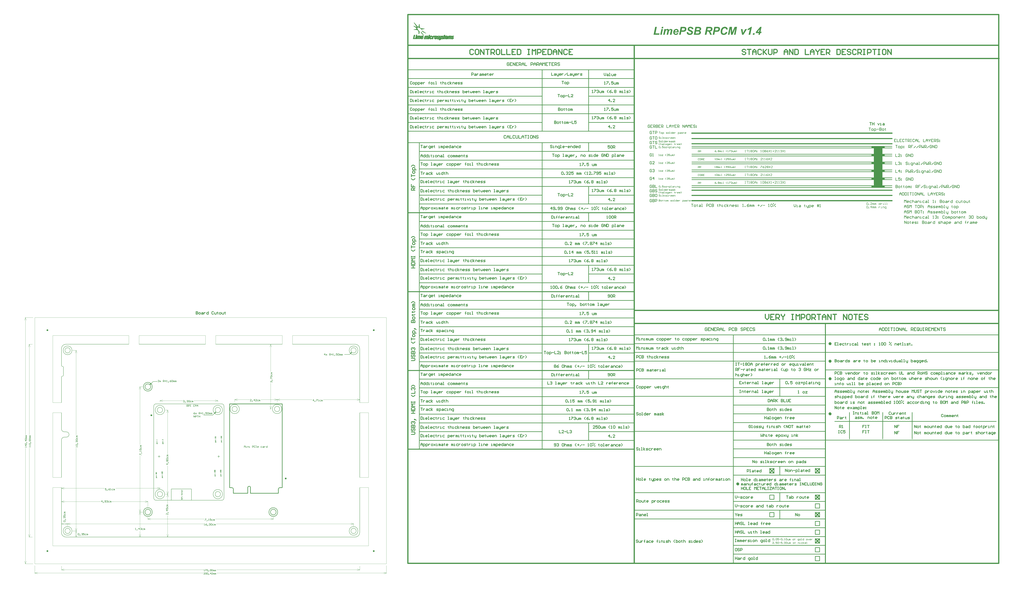
<source format=gm1>
G04*
G04 #@! TF.GenerationSoftware,Altium Limited,Altium Designer,19.1.6 (110)*
G04*
G04 Layer_Color=16711935*
%FSLAX44Y44*%
%MOMM*%
G71*
G01*
G75*
%ADD10C,0.2000*%
%ADD11C,0.3000*%
%ADD12C,0.1000*%
%ADD13C,0.2500*%
%ADD15C,0.4000*%
%ADD17C,0.2540*%
%ADD18C,0.1500*%
%ADD19C,0.0254*%
%ADD20C,0.0260*%
%ADD22C,0.3500*%
%ADD232C,0.7000*%
%ADD233C,0.6000*%
%ADD237C,0.5000*%
%ADD240C,1.0000*%
%ADD454C,0.1524*%
G36*
X4692750Y2219000D02*
X4679500D01*
Y2183750D01*
X4692750D01*
Y2174000D01*
X4679500D01*
Y2138750D01*
X4692750D01*
Y2129000D01*
X4679500D01*
Y2093750D01*
X4692750D01*
Y2084000D01*
X4679500D01*
Y2048750D01*
X4692750D01*
Y2039000D01*
X4679500D01*
Y2003750D01*
X4692750D01*
Y1994000D01*
X4617000D01*
Y2003750D01*
X4630250D01*
Y2039000D01*
X4617000D01*
Y2048750D01*
X4630250D01*
Y2084000D01*
X4617000D01*
Y2093750D01*
X4630250D01*
Y2129000D01*
X4617000D01*
Y2138750D01*
X4630250D01*
Y2174000D01*
X4617000D01*
Y2183750D01*
X4630250D01*
Y2219000D01*
X4617000D01*
Y2228750D01*
X4692750D01*
Y2219000D01*
D02*
G37*
G36*
X3887290Y2865250D02*
X3879724D01*
X3873250Y2897748D01*
X3881867D01*
X3884141Y2883533D01*
Y2883489D01*
X3884185Y2883270D01*
X3884229Y2883008D01*
X3884272Y2882614D01*
X3884360Y2882133D01*
X3884447Y2881608D01*
X3884535Y2881040D01*
X3884622Y2880428D01*
X3884841Y2879159D01*
X3885016Y2877891D01*
X3885103Y2877322D01*
X3885147Y2876797D01*
X3885235Y2876316D01*
X3885278Y2875922D01*
Y2875966D01*
X3885366Y2876053D01*
X3885453Y2876272D01*
X3885672Y2876578D01*
X3885803Y2876797D01*
X3885934Y2877103D01*
X3886109Y2877409D01*
X3886328Y2877759D01*
X3886547Y2878197D01*
X3886809Y2878678D01*
X3887115Y2879203D01*
X3887422Y2879815D01*
X3887465Y2879859D01*
X3887509Y2879946D01*
X3887596Y2880121D01*
X3887728Y2880384D01*
X3887859Y2880646D01*
X3888034Y2880952D01*
X3888428Y2881652D01*
X3888821Y2882352D01*
X3889171Y2883052D01*
X3889346Y2883358D01*
X3889477Y2883620D01*
X3889608Y2883839D01*
X3889696Y2884014D01*
X3897788Y2897748D01*
X3907279D01*
X3887290Y2865250D01*
D02*
G37*
G36*
X3984740Y2881871D02*
X3990208D01*
X3988633Y2874391D01*
X3983166D01*
X3981241Y2865250D01*
X3973018D01*
X3974899Y2874391D01*
X3957316D01*
X3958803Y2881740D01*
X3983035Y2910082D01*
X3990602D01*
X3984740Y2881871D01*
D02*
G37*
G36*
X3949618Y2865250D02*
X3940914Y2865250D01*
X3942708Y2873735D01*
X3951411Y2873735D01*
X3949618Y2865250D01*
D02*
G37*
G36*
X3925912Y2865250D02*
X3917076D01*
X3923550Y2896261D01*
X3923506D01*
X3923419Y2896173D01*
X3923287Y2896086D01*
X3923069Y2895955D01*
X3922806Y2895823D01*
X3922500Y2895648D01*
X3922150Y2895430D01*
X3921713Y2895211D01*
X3920794Y2894686D01*
X3919701Y2894161D01*
X3918520Y2893593D01*
X3917208Y2893024D01*
X3917164D01*
X3917033Y2892980D01*
X3916858Y2892893D01*
X3916595Y2892805D01*
X3916289Y2892674D01*
X3915939Y2892543D01*
X3915502Y2892368D01*
X3915064Y2892193D01*
X3914059Y2891887D01*
X3913009Y2891537D01*
X3911915Y2891231D01*
X3910822Y2890968D01*
X3912484Y2898798D01*
X3912528D01*
X3912615Y2898841D01*
X3912790Y2898929D01*
X3912965Y2899016D01*
X3913271Y2899148D01*
X3913577Y2899279D01*
X3913927Y2899454D01*
X3914365Y2899673D01*
X3915283Y2900154D01*
X3916377Y2900722D01*
X3917601Y2901378D01*
X3918914Y2902078D01*
X3920313Y2902909D01*
X3921757Y2903784D01*
X3923200Y2904746D01*
X3924643Y2905752D01*
X3926087Y2906846D01*
X3927486Y2907939D01*
X3928799Y2909120D01*
X3930023Y2910345D01*
X3935316D01*
X3925912Y2865250D01*
D02*
G37*
G36*
X3429411Y2901916D02*
X3420663D01*
X3422325Y2909832D01*
X3431073D01*
X3429411Y2901916D01*
D02*
G37*
G36*
X3586215Y2910576D02*
X3586783D01*
X3587439Y2910489D01*
X3588227Y2910445D01*
X3589058Y2910313D01*
X3589976Y2910139D01*
X3590938Y2909964D01*
X3591945Y2909701D01*
X3592950Y2909395D01*
X3594000Y2909045D01*
X3594962Y2908608D01*
X3595968Y2908127D01*
X3596887Y2907558D01*
X3597718Y2906902D01*
X3597762Y2906858D01*
X3597893Y2906727D01*
X3598112Y2906508D01*
X3598418Y2906246D01*
X3598724Y2905852D01*
X3599118Y2905415D01*
X3599511Y2904890D01*
X3599949Y2904278D01*
X3600386Y2903622D01*
X3600780Y2902878D01*
X3601173Y2902047D01*
X3601567Y2901172D01*
X3601873Y2900254D01*
X3602136Y2899248D01*
X3602354Y2898198D01*
X3602485Y2897061D01*
X3593650Y2896667D01*
Y2896711D01*
Y2896798D01*
X3593607Y2896973D01*
X3593563Y2897192D01*
X3593519Y2897454D01*
X3593432Y2897761D01*
X3593213Y2898460D01*
X3592907Y2899248D01*
X3592513Y2900079D01*
X3591988Y2900866D01*
X3591288Y2901566D01*
X3591201Y2901653D01*
X3591070Y2901741D01*
X3590938Y2901828D01*
X3590720Y2901960D01*
X3590457Y2902134D01*
X3590151Y2902266D01*
X3589801Y2902440D01*
X3589408Y2902615D01*
X3589014Y2902747D01*
X3588533Y2902922D01*
X3588008Y2903053D01*
X3587396Y2903140D01*
X3586783Y2903228D01*
X3586127Y2903315D01*
X3584815D01*
X3584465Y2903271D01*
X3584115Y2903228D01*
X3583284Y2903140D01*
X3582409Y2902965D01*
X3581491Y2902747D01*
X3580660Y2902397D01*
X3580310Y2902178D01*
X3579960Y2901960D01*
X3579872Y2901916D01*
X3579698Y2901697D01*
X3579435Y2901435D01*
X3579173Y2901041D01*
X3578867Y2900516D01*
X3578604Y2899948D01*
X3578429Y2899291D01*
X3578342Y2898548D01*
Y2898460D01*
X3578385Y2898242D01*
X3578429Y2897892D01*
X3578517Y2897411D01*
X3578692Y2896929D01*
X3578954Y2896405D01*
X3579348Y2895836D01*
X3579829Y2895355D01*
X3579916Y2895311D01*
X3580004Y2895224D01*
X3580135Y2895136D01*
X3580310Y2895005D01*
X3580573Y2894830D01*
X3580879Y2894655D01*
X3581228Y2894436D01*
X3581622Y2894218D01*
X3582103Y2893955D01*
X3582628Y2893649D01*
X3583240Y2893343D01*
X3583940Y2892993D01*
X3584684Y2892643D01*
X3585515Y2892249D01*
X3586433Y2891856D01*
X3586477D01*
X3586521Y2891812D01*
X3586783Y2891725D01*
X3587177Y2891550D01*
X3587658Y2891287D01*
X3588314Y2891025D01*
X3589014Y2890675D01*
X3589757Y2890325D01*
X3590589Y2889931D01*
X3592251Y2889056D01*
X3593082Y2888619D01*
X3593869Y2888182D01*
X3594612Y2887701D01*
X3595269Y2887263D01*
X3595837Y2886826D01*
X3596318Y2886432D01*
X3596362Y2886389D01*
X3596450Y2886301D01*
X3596624Y2886126D01*
X3596800Y2885864D01*
X3597062Y2885557D01*
X3597324Y2885208D01*
X3597587Y2884770D01*
X3597893Y2884289D01*
X3598199Y2883764D01*
X3598462Y2883152D01*
X3598724Y2882539D01*
X3598987Y2881840D01*
X3599161Y2881052D01*
X3599336Y2880265D01*
X3599424Y2879434D01*
X3599467Y2878559D01*
Y2878472D01*
Y2878297D01*
X3599424Y2877991D01*
X3599380Y2877553D01*
X3599336Y2877072D01*
X3599205Y2876460D01*
X3599074Y2875804D01*
X3598899Y2875104D01*
X3598636Y2874316D01*
X3598330Y2873485D01*
X3597937Y2872654D01*
X3597455Y2871823D01*
X3596931Y2870948D01*
X3596318Y2870117D01*
X3595575Y2869243D01*
X3594744Y2868456D01*
X3594700Y2868412D01*
X3594525Y2868281D01*
X3594263Y2868062D01*
X3593869Y2867799D01*
X3593388Y2867493D01*
X3592819Y2867143D01*
X3592163Y2866750D01*
X3591376Y2866356D01*
X3590501Y2865963D01*
X3589495Y2865569D01*
X3588445Y2865219D01*
X3587264Y2864913D01*
X3585996Y2864650D01*
X3584684Y2864431D01*
X3583240Y2864300D01*
X3581710Y2864257D01*
X3581141D01*
X3580747Y2864300D01*
X3580222D01*
X3579654Y2864344D01*
X3578998Y2864431D01*
X3578298Y2864519D01*
X3577511Y2864607D01*
X3576723Y2864738D01*
X3575061Y2865088D01*
X3573355Y2865569D01*
X3572524Y2865831D01*
X3571693Y2866181D01*
X3571650Y2866225D01*
X3571518Y2866269D01*
X3571300Y2866400D01*
X3570994Y2866531D01*
X3570644Y2866750D01*
X3570250Y2866968D01*
X3569375Y2867581D01*
X3568369Y2868324D01*
X3567363Y2869243D01*
X3566445Y2870336D01*
X3566051Y2870948D01*
X3565701Y2871561D01*
Y2871605D01*
X3565614Y2871736D01*
X3565526Y2871911D01*
X3565439Y2872173D01*
X3565308Y2872479D01*
X3565176Y2872873D01*
X3565002Y2873354D01*
X3564870Y2873835D01*
X3564695Y2874404D01*
X3564564Y2875016D01*
X3564433Y2875672D01*
X3564301Y2876372D01*
X3564170Y2877903D01*
X3564127Y2879521D01*
X3572918Y2880002D01*
Y2879959D01*
Y2879828D01*
X3572962Y2879609D01*
Y2879346D01*
X3573006Y2878997D01*
X3573049Y2878603D01*
X3573181Y2877728D01*
X3573355Y2876766D01*
X3573574Y2875847D01*
X3573924Y2874973D01*
X3574099Y2874622D01*
X3574318Y2874316D01*
X3574362Y2874273D01*
X3574405Y2874229D01*
X3574536Y2874098D01*
X3574711Y2873967D01*
X3574974Y2873792D01*
X3575236Y2873573D01*
X3575586Y2873354D01*
X3576024Y2873135D01*
X3576505Y2872917D01*
X3577029Y2872698D01*
X3577642Y2872523D01*
X3578342Y2872304D01*
X3579085Y2872173D01*
X3579916Y2872042D01*
X3580835Y2871998D01*
X3581797Y2871955D01*
X3582234D01*
X3582541Y2871998D01*
X3582891D01*
X3583328Y2872042D01*
X3583809Y2872086D01*
X3584290Y2872173D01*
X3585384Y2872348D01*
X3586433Y2872654D01*
X3587439Y2873048D01*
X3587921Y2873311D01*
X3588314Y2873573D01*
X3588358D01*
X3588401Y2873660D01*
X3588620Y2873879D01*
X3588970Y2874185D01*
X3589364Y2874666D01*
X3589714Y2875235D01*
X3590064Y2875891D01*
X3590282Y2876635D01*
X3590370Y2877028D01*
Y2877466D01*
Y2877509D01*
Y2877553D01*
X3590326Y2877816D01*
X3590282Y2878166D01*
X3590151Y2878647D01*
X3589976Y2879171D01*
X3589670Y2879740D01*
X3589276Y2880309D01*
X3588708Y2880834D01*
X3588664Y2880877D01*
X3588577Y2880921D01*
X3588445Y2881009D01*
X3588270Y2881140D01*
X3588052Y2881271D01*
X3587789Y2881446D01*
X3587483Y2881621D01*
X3587090Y2881840D01*
X3586608Y2882058D01*
X3586083Y2882365D01*
X3585515Y2882627D01*
X3584815Y2882977D01*
X3584071Y2883327D01*
X3583197Y2883720D01*
X3582278Y2884114D01*
X3582234Y2884158D01*
X3582060Y2884201D01*
X3581797Y2884333D01*
X3581447Y2884508D01*
X3581010Y2884683D01*
X3580485Y2884901D01*
X3579960Y2885164D01*
X3579391Y2885426D01*
X3578123Y2886039D01*
X3576855Y2886651D01*
X3575674Y2887307D01*
X3575149Y2887569D01*
X3574668Y2887875D01*
X3574624D01*
X3574580Y2887963D01*
X3574449Y2888051D01*
X3574274Y2888138D01*
X3573837Y2888488D01*
X3573312Y2888925D01*
X3572699Y2889494D01*
X3572087Y2890194D01*
X3571475Y2890937D01*
X3570906Y2891812D01*
Y2891856D01*
X3570862Y2891943D01*
X3570775Y2892074D01*
X3570687Y2892249D01*
X3570600Y2892468D01*
X3570469Y2892730D01*
X3570250Y2893430D01*
X3569987Y2894261D01*
X3569769Y2895224D01*
X3569594Y2896273D01*
X3569550Y2897454D01*
Y2897542D01*
Y2897717D01*
X3569594Y2898023D01*
Y2898417D01*
X3569681Y2898898D01*
X3569769Y2899466D01*
X3569900Y2900079D01*
X3570075Y2900779D01*
X3570294Y2901478D01*
X3570556Y2902266D01*
X3570862Y2903053D01*
X3571256Y2903840D01*
X3571737Y2904627D01*
X3572262Y2905371D01*
X3572918Y2906158D01*
X3573618Y2906858D01*
X3573661Y2906902D01*
X3573793Y2907033D01*
X3574055Y2907208D01*
X3574362Y2907427D01*
X3574799Y2907733D01*
X3575324Y2908039D01*
X3575936Y2908389D01*
X3576636Y2908739D01*
X3577423Y2909089D01*
X3578342Y2909439D01*
X3579304Y2909745D01*
X3580354Y2910051D01*
X3581491Y2910270D01*
X3582759Y2910445D01*
X3584071Y2910576D01*
X3585471Y2910620D01*
X3585821D01*
X3586215Y2910576D01*
D02*
G37*
G36*
X3781858Y2910576D02*
X3782383D01*
X3782996Y2910489D01*
X3783695Y2910401D01*
X3784483Y2910270D01*
X3785357Y2910139D01*
X3786276Y2909920D01*
X3787238Y2909658D01*
X3788200Y2909351D01*
X3789207Y2908958D01*
X3790169Y2908520D01*
X3791131Y2907995D01*
X3792050Y2907383D01*
X3792924Y2906683D01*
X3792968Y2906639D01*
X3793099Y2906508D01*
X3793362Y2906290D01*
X3793624Y2905983D01*
X3794018Y2905590D01*
X3794411Y2905109D01*
X3794849Y2904540D01*
X3795286Y2903884D01*
X3795767Y2903184D01*
X3796205Y2902397D01*
X3796642Y2901522D01*
X3797079Y2900560D01*
X3797473Y2899554D01*
X3797779Y2898460D01*
X3798085Y2897279D01*
X3798260Y2896055D01*
X3789425Y2895224D01*
Y2895267D01*
X3789381Y2895399D01*
X3789338Y2895617D01*
X3789294Y2895880D01*
X3789207Y2896186D01*
X3789075Y2896536D01*
X3788813Y2897411D01*
X3788419Y2898329D01*
X3787894Y2899248D01*
X3787326Y2900122D01*
X3786976Y2900516D01*
X3786582Y2900866D01*
X3786538D01*
X3786495Y2900953D01*
X3786364Y2901041D01*
X3786188Y2901129D01*
X3785970Y2901303D01*
X3785751Y2901435D01*
X3785095Y2901784D01*
X3784308Y2902091D01*
X3783345Y2902397D01*
X3782252Y2902572D01*
X3780984Y2902659D01*
X3780634D01*
X3780327Y2902615D01*
X3780021Y2902572D01*
X3779584Y2902528D01*
X3779146Y2902484D01*
X3778665Y2902353D01*
X3777572Y2902091D01*
X3776391Y2901653D01*
X3775735Y2901391D01*
X3775122Y2901085D01*
X3774467Y2900735D01*
X3773854Y2900298D01*
X3773810Y2900254D01*
X3773723Y2900210D01*
X3773548Y2900035D01*
X3773286Y2899860D01*
X3773023Y2899597D01*
X3772717Y2899291D01*
X3772323Y2898942D01*
X3771930Y2898504D01*
X3771536Y2898023D01*
X3771099Y2897498D01*
X3770661Y2896886D01*
X3770224Y2896230D01*
X3769786Y2895530D01*
X3769349Y2894742D01*
X3768955Y2893911D01*
X3768562Y2892993D01*
Y2892949D01*
X3768474Y2892774D01*
X3768387Y2892512D01*
X3768256Y2892162D01*
X3768124Y2891681D01*
X3767950Y2891156D01*
X3767774Y2890587D01*
X3767599Y2889931D01*
X3767381Y2889188D01*
X3767206Y2888400D01*
X3766900Y2886738D01*
X3766681Y2884989D01*
X3766637Y2884070D01*
X3766594Y2883152D01*
Y2883108D01*
Y2882933D01*
Y2882627D01*
X3766637Y2882277D01*
X3766681Y2881796D01*
X3766725Y2881271D01*
X3766812Y2880703D01*
X3766900Y2880090D01*
X3767206Y2878734D01*
X3767425Y2878034D01*
X3767687Y2877335D01*
X3767950Y2876678D01*
X3768299Y2875979D01*
X3768693Y2875366D01*
X3769130Y2874798D01*
X3769174Y2874754D01*
X3769261Y2874666D01*
X3769393Y2874535D01*
X3769612Y2874360D01*
X3769830Y2874098D01*
X3770136Y2873879D01*
X3770486Y2873617D01*
X3770923Y2873354D01*
X3771361Y2873048D01*
X3771842Y2872786D01*
X3772935Y2872348D01*
X3773548Y2872130D01*
X3774160Y2871998D01*
X3774860Y2871911D01*
X3775560Y2871867D01*
X3775910D01*
X3776172Y2871911D01*
X3776479Y2871955D01*
X3776872Y2871998D01*
X3777266Y2872042D01*
X3777747Y2872173D01*
X3778753Y2872436D01*
X3779846Y2872829D01*
X3780415Y2873092D01*
X3780984Y2873442D01*
X3781552Y2873792D01*
X3782121Y2874185D01*
X3782165Y2874229D01*
X3782252Y2874316D01*
X3782427Y2874448D01*
X3782602Y2874623D01*
X3782864Y2874841D01*
X3783127Y2875148D01*
X3783477Y2875497D01*
X3783783Y2875935D01*
X3784133Y2876372D01*
X3784526Y2876897D01*
X3784876Y2877466D01*
X3785270Y2878078D01*
X3785620Y2878734D01*
X3785970Y2879434D01*
X3786276Y2880221D01*
X3786582Y2881052D01*
X3795898Y2879609D01*
X3795855Y2879521D01*
X3795767Y2879259D01*
X3795592Y2878909D01*
X3795374Y2878384D01*
X3795111Y2877728D01*
X3794761Y2877028D01*
X3794324Y2876197D01*
X3793843Y2875366D01*
X3793274Y2874448D01*
X3792662Y2873485D01*
X3792006Y2872523D01*
X3791262Y2871605D01*
X3790475Y2870642D01*
X3789600Y2869724D01*
X3788682Y2868893D01*
X3787675Y2868105D01*
X3787632Y2868062D01*
X3787413Y2867931D01*
X3787107Y2867756D01*
X3786713Y2867493D01*
X3786188Y2867187D01*
X3785576Y2866881D01*
X3784876Y2866487D01*
X3784045Y2866137D01*
X3783170Y2865787D01*
X3782165Y2865438D01*
X3781158Y2865088D01*
X3780021Y2864781D01*
X3778840Y2864519D01*
X3777572Y2864344D01*
X3776303Y2864213D01*
X3774948Y2864169D01*
X3774598D01*
X3774160Y2864213D01*
X3773592Y2864257D01*
X3772892Y2864300D01*
X3772104Y2864431D01*
X3771230Y2864563D01*
X3770268Y2864781D01*
X3769261Y2865044D01*
X3768212Y2865394D01*
X3767118Y2865787D01*
X3766069Y2866269D01*
X3765019Y2866837D01*
X3763969Y2867493D01*
X3763007Y2868237D01*
X3762088Y2869112D01*
X3762045Y2869155D01*
X3761913Y2869330D01*
X3761651Y2869637D01*
X3761389Y2870030D01*
X3761039Y2870555D01*
X3760645Y2871167D01*
X3760208Y2871911D01*
X3759814Y2872786D01*
X3759377Y2873748D01*
X3758939Y2874798D01*
X3758546Y2875979D01*
X3758195Y2877291D01*
X3757933Y2878647D01*
X3757715Y2880178D01*
X3757540Y2881796D01*
X3757496Y2883502D01*
Y2883546D01*
Y2883589D01*
Y2883852D01*
Y2884245D01*
X3757540Y2884814D01*
X3757583Y2885470D01*
X3757671Y2886257D01*
X3757758Y2887132D01*
X3757889Y2888138D01*
X3758021Y2889188D01*
X3758239Y2890281D01*
X3758502Y2891462D01*
X3758808Y2892643D01*
X3759158Y2893868D01*
X3759551Y2895092D01*
X3760033Y2896317D01*
X3760558Y2897498D01*
X3760601Y2897585D01*
X3760689Y2897761D01*
X3760864Y2898110D01*
X3761126Y2898548D01*
X3761432Y2899073D01*
X3761826Y2899685D01*
X3762263Y2900341D01*
X3762788Y2901085D01*
X3763401Y2901872D01*
X3764013Y2902659D01*
X3764756Y2903447D01*
X3765500Y2904278D01*
X3766331Y2905065D01*
X3767206Y2905808D01*
X3768168Y2906552D01*
X3769174Y2907208D01*
X3769218Y2907252D01*
X3769437Y2907339D01*
X3769743Y2907514D01*
X3770136Y2907733D01*
X3770661Y2907995D01*
X3771273Y2908302D01*
X3771973Y2908608D01*
X3772761Y2908914D01*
X3773592Y2909220D01*
X3774510Y2909526D01*
X3775516Y2909832D01*
X3776566Y2910095D01*
X3777659Y2910314D01*
X3778797Y2910489D01*
X3779978Y2910576D01*
X3781158Y2910620D01*
X3781465D01*
X3781858Y2910576D01*
D02*
G37*
G36*
X3474856Y2898198D02*
X3475162D01*
X3475555Y2898154D01*
X3476430Y2897979D01*
X3477393Y2897717D01*
X3478398Y2897367D01*
X3479405Y2896842D01*
X3479842Y2896492D01*
X3480279Y2896142D01*
X3480323Y2896098D01*
X3480367Y2896055D01*
X3480498Y2895923D01*
X3480629Y2895749D01*
X3480804Y2895530D01*
X3480979Y2895311D01*
X3481373Y2894655D01*
X3481766Y2893868D01*
X3482116Y2892906D01*
X3482379Y2891812D01*
X3482422Y2891200D01*
X3482466Y2890587D01*
Y2890500D01*
Y2890281D01*
X3482422Y2890062D01*
Y2889844D01*
X3482379Y2889581D01*
X3482335Y2889231D01*
X3482291Y2888882D01*
X3482204Y2888444D01*
X3482160Y2887963D01*
X3482072Y2887438D01*
X3481942Y2886870D01*
X3481854Y2886257D01*
X3481723Y2885557D01*
X3481548Y2884814D01*
X3477305Y2865000D01*
X3468557D01*
X3472756Y2884814D01*
Y2884857D01*
X3472800Y2884989D01*
X3472844Y2885164D01*
X3472887Y2885382D01*
X3472931Y2885688D01*
X3473019Y2886039D01*
X3473150Y2886738D01*
X3473281Y2887482D01*
X3473412Y2888138D01*
X3473456Y2888444D01*
X3473500Y2888706D01*
X3473543Y2888882D01*
Y2889013D01*
Y2889056D01*
Y2889231D01*
X3473500Y2889494D01*
X3473456Y2889800D01*
X3473325Y2890150D01*
X3473194Y2890500D01*
X3472975Y2890850D01*
X3472712Y2891156D01*
X3472669Y2891200D01*
X3472581Y2891287D01*
X3472363Y2891418D01*
X3472100Y2891593D01*
X3471750Y2891725D01*
X3471357Y2891856D01*
X3470832Y2891943D01*
X3470263Y2891987D01*
X3469957D01*
X3469695Y2891943D01*
X3469432Y2891899D01*
X3469082Y2891812D01*
X3468295Y2891550D01*
X3467857Y2891375D01*
X3467376Y2891156D01*
X3466895Y2890850D01*
X3466414Y2890500D01*
X3465889Y2890106D01*
X3465408Y2889625D01*
X3464883Y2889100D01*
X3464402Y2888488D01*
Y2888444D01*
X3464315Y2888357D01*
X3464227Y2888225D01*
X3464096Y2888007D01*
X3463921Y2887744D01*
X3463746Y2887394D01*
X3463527Y2886957D01*
X3463265Y2886476D01*
X3463046Y2885907D01*
X3462784Y2885251D01*
X3462478Y2884551D01*
X3462215Y2883764D01*
X3461953Y2882845D01*
X3461690Y2881883D01*
X3461428Y2880834D01*
X3461165Y2879696D01*
X3458104Y2865000D01*
X3449356D01*
X3453424Y2884639D01*
Y2884683D01*
X3453467Y2884770D01*
X3453511Y2884945D01*
X3453555Y2885164D01*
X3453599Y2885470D01*
X3453642Y2885776D01*
X3453773Y2886432D01*
X3453905Y2887176D01*
X3454036Y2887919D01*
X3454080Y2888531D01*
X3454124Y2888794D01*
Y2889013D01*
Y2889056D01*
Y2889231D01*
X3454080Y2889494D01*
X3454036Y2889756D01*
X3453905Y2890106D01*
X3453773Y2890456D01*
X3453555Y2890806D01*
X3453249Y2891156D01*
X3453205Y2891200D01*
X3453074Y2891287D01*
X3452899Y2891418D01*
X3452636Y2891593D01*
X3452286Y2891725D01*
X3451849Y2891856D01*
X3451368Y2891943D01*
X3450843Y2891987D01*
X3450581D01*
X3450318Y2891943D01*
X3449925Y2891899D01*
X3449487Y2891768D01*
X3448962Y2891637D01*
X3448438Y2891418D01*
X3447869Y2891112D01*
X3447781Y2891068D01*
X3447607Y2890937D01*
X3447344Y2890762D01*
X3446950Y2890500D01*
X3446557Y2890150D01*
X3446119Y2889756D01*
X3445638Y2889275D01*
X3445201Y2888750D01*
X3445157Y2888663D01*
X3445026Y2888488D01*
X3444807Y2888138D01*
X3444545Y2887701D01*
X3444239Y2887176D01*
X3443889Y2886519D01*
X3443539Y2885732D01*
X3443232Y2884901D01*
Y2884857D01*
X3443145Y2884683D01*
X3443058Y2884333D01*
X3443014Y2884114D01*
X3442926Y2883852D01*
X3442839Y2883545D01*
X3442751Y2883195D01*
X3442664Y2882802D01*
X3442533Y2882321D01*
X3442445Y2881840D01*
X3442314Y2881227D01*
X3442139Y2880615D01*
X3442008Y2879915D01*
X3438902Y2865000D01*
X3430155D01*
X3436934Y2897498D01*
X3445157D01*
X3444370Y2893518D01*
X3444413Y2893561D01*
X3444588Y2893737D01*
X3444851Y2893955D01*
X3445201Y2894261D01*
X3445638Y2894611D01*
X3446207Y2895005D01*
X3446776Y2895442D01*
X3447475Y2895880D01*
X3448219Y2896317D01*
X3449006Y2896754D01*
X3449837Y2897148D01*
X3450712Y2897498D01*
X3451630Y2897804D01*
X3452592Y2898023D01*
X3453555Y2898198D01*
X3454561Y2898242D01*
X3454911D01*
X3455173Y2898198D01*
X3455479D01*
X3455829Y2898154D01*
X3456660Y2898067D01*
X3457535Y2897848D01*
X3458497Y2897585D01*
X3459416Y2897236D01*
X3460203Y2896711D01*
X3460247D01*
X3460291Y2896623D01*
X3460509Y2896448D01*
X3460859Y2896098D01*
X3461297Y2895617D01*
X3461734Y2895005D01*
X3462128Y2894261D01*
X3462521Y2893430D01*
X3462784Y2892468D01*
Y2892512D01*
X3462871Y2892599D01*
X3462959Y2892687D01*
X3463090Y2892862D01*
X3463484Y2893343D01*
X3464052Y2893911D01*
X3464708Y2894568D01*
X3465539Y2895224D01*
X3466545Y2895923D01*
X3467639Y2896580D01*
X3467682D01*
X3467770Y2896667D01*
X3467945Y2896754D01*
X3468207Y2896842D01*
X3468470Y2896973D01*
X3468820Y2897104D01*
X3469213Y2897236D01*
X3469651Y2897411D01*
X3470613Y2897717D01*
X3471750Y2897979D01*
X3472931Y2898154D01*
X3474200Y2898242D01*
X3474593D01*
X3474856Y2898198D01*
D02*
G37*
G36*
X3842349Y2865000D02*
X3833995D01*
X3841737Y2902178D01*
X3825116Y2865000D01*
X3816368D01*
X3814706Y2902440D01*
X3807621Y2865000D01*
X3799266D01*
X3808626Y2909832D01*
X3821792D01*
X3823192Y2878997D01*
X3837275Y2909832D01*
X3850485D01*
X3842349Y2865000D01*
D02*
G37*
G36*
X3741094Y2909789D02*
X3741575D01*
X3742100Y2909745D01*
X3742668Y2909701D01*
X3743893Y2909526D01*
X3745205Y2909351D01*
X3746430Y2909045D01*
X3747042Y2908870D01*
X3747567Y2908651D01*
X3747611D01*
X3747698Y2908608D01*
X3747830Y2908520D01*
X3748048Y2908433D01*
X3748573Y2908170D01*
X3749185Y2907733D01*
X3749929Y2907208D01*
X3750673Y2906552D01*
X3751416Y2905765D01*
X3752072Y2904846D01*
Y2904803D01*
X3752160Y2904715D01*
X3752247Y2904584D01*
X3752335Y2904365D01*
X3752466Y2904146D01*
X3752597Y2903840D01*
X3752728Y2903490D01*
X3752903Y2903097D01*
X3753210Y2902178D01*
X3753472Y2901085D01*
X3753647Y2899860D01*
X3753734Y2898548D01*
Y2898504D01*
Y2898417D01*
Y2898198D01*
Y2897979D01*
X3753690Y2897673D01*
X3753647Y2897323D01*
X3753603Y2896930D01*
X3753559Y2896448D01*
X3753384Y2895443D01*
X3753166Y2894349D01*
X3752816Y2893168D01*
X3752379Y2891943D01*
Y2891899D01*
X3752335Y2891812D01*
X3752247Y2891637D01*
X3752160Y2891418D01*
X3752029Y2891156D01*
X3751854Y2890850D01*
X3751504Y2890106D01*
X3751023Y2889275D01*
X3750454Y2888444D01*
X3749842Y2887613D01*
X3749142Y2886826D01*
X3749054Y2886738D01*
X3748835Y2886520D01*
X3748442Y2886170D01*
X3747917Y2885732D01*
X3747305Y2885251D01*
X3746605Y2884770D01*
X3745861Y2884333D01*
X3745030Y2883895D01*
X3744987D01*
X3744943Y2883852D01*
X3744812Y2883808D01*
X3744637Y2883720D01*
X3744418Y2883633D01*
X3744156Y2883546D01*
X3743849Y2883458D01*
X3743456Y2883327D01*
X3742625Y2883064D01*
X3741619Y2882845D01*
X3740438Y2882583D01*
X3739125Y2882365D01*
X3739038D01*
X3738907Y2882321D01*
X3738426D01*
X3738120Y2882277D01*
X3737726D01*
X3737289Y2882233D01*
X3736764Y2882190D01*
X3736195D01*
X3735495Y2882146D01*
X3733964D01*
X3733046Y2882102D01*
X3725085D01*
X3721499Y2865000D01*
X3712314D01*
X3721674Y2909832D01*
X3740700Y2909832D01*
X3741094Y2909789D01*
D02*
G37*
G36*
X3697836Y2909789D02*
X3698317D01*
X3698886Y2909745D01*
X3699498Y2909701D01*
X3700767Y2909570D01*
X3702079Y2909351D01*
X3703391Y2909089D01*
X3703959Y2908914D01*
X3704528Y2908739D01*
X3704572D01*
X3704659Y2908695D01*
X3704791Y2908608D01*
X3705009Y2908520D01*
X3705272Y2908433D01*
X3705534Y2908258D01*
X3706190Y2907864D01*
X3706934Y2907339D01*
X3707721Y2906683D01*
X3708465Y2905852D01*
X3709164Y2904890D01*
Y2904846D01*
X3709252Y2904759D01*
X3709339Y2904627D01*
X3709427Y2904409D01*
X3709602Y2904102D01*
X3709733Y2903796D01*
X3709908Y2903403D01*
X3710083Y2903009D01*
X3710214Y2902528D01*
X3710389Y2902003D01*
X3710695Y2900822D01*
X3710870Y2899510D01*
X3710958Y2898067D01*
Y2898023D01*
Y2897804D01*
Y2897498D01*
X3710914Y2897104D01*
X3710870Y2896623D01*
X3710783Y2896055D01*
X3710652Y2895442D01*
X3710520Y2894742D01*
X3710345Y2893999D01*
X3710127Y2893255D01*
X3709821Y2892468D01*
X3709514Y2891681D01*
X3709121Y2890894D01*
X3708640Y2890106D01*
X3708115Y2889319D01*
X3707502Y2888619D01*
X3707458Y2888575D01*
X3707327Y2888444D01*
X3707152Y2888269D01*
X3706846Y2888007D01*
X3706496Y2887744D01*
X3706059Y2887394D01*
X3705534Y2887044D01*
X3704922Y2886651D01*
X3704222Y2886257D01*
X3703478Y2885864D01*
X3702603Y2885470D01*
X3701685Y2885120D01*
X3700679Y2884770D01*
X3699586Y2884464D01*
X3698405Y2884245D01*
X3697136Y2884026D01*
X3697224Y2883939D01*
X3697442Y2883720D01*
X3697792Y2883370D01*
X3698230Y2882933D01*
X3698755Y2882321D01*
X3699279Y2881577D01*
X3699892Y2880746D01*
X3700461Y2879828D01*
X3700504Y2879784D01*
X3700592Y2879565D01*
X3700767Y2879303D01*
X3700985Y2878865D01*
X3701292Y2878340D01*
X3701642Y2877684D01*
X3702035Y2876897D01*
X3702473Y2876022D01*
X3702997Y2875016D01*
X3703522Y2873923D01*
X3704091Y2872698D01*
X3704703Y2871342D01*
X3705316Y2869943D01*
X3705971Y2868368D01*
X3706671Y2866750D01*
X3707371Y2865000D01*
X3697442D01*
Y2865044D01*
X3697399Y2865175D01*
X3697311Y2865394D01*
X3697180Y2865700D01*
X3697049Y2866137D01*
X3696874Y2866619D01*
X3696655Y2867187D01*
X3696393Y2867887D01*
X3696086Y2868674D01*
X3695780Y2869549D01*
X3695387Y2870511D01*
X3694949Y2871561D01*
X3694468Y2872742D01*
X3693943Y2874010D01*
X3693375Y2875366D01*
X3692762Y2876810D01*
Y2876853D01*
X3692675Y2876985D01*
X3692587Y2877203D01*
X3692412Y2877509D01*
X3692238Y2877859D01*
X3692063Y2878253D01*
X3691538Y2879171D01*
X3690925Y2880178D01*
X3690226Y2881140D01*
X3689875Y2881577D01*
X3689482Y2882014D01*
X3689088Y2882365D01*
X3688695Y2882671D01*
X3688651Y2882715D01*
X3688432Y2882802D01*
X3688126Y2882977D01*
X3687645Y2883152D01*
X3686989Y2883283D01*
X3686245Y2883458D01*
X3685283Y2883546D01*
X3684714Y2883589D01*
X3680384D01*
X3676492Y2865000D01*
X3667307D01*
X3676667Y2909832D01*
X3697399D01*
X3697836Y2909789D01*
D02*
G37*
G36*
X3631310D02*
X3631878D01*
X3633015Y2909745D01*
X3634196Y2909701D01*
X3634721Y2909658D01*
X3635246Y2909614D01*
X3635727Y2909570D01*
X3636121Y2909526D01*
X3636165D01*
X3636252Y2909482D01*
X3636427D01*
X3636689Y2909439D01*
X3636952Y2909395D01*
X3637302Y2909308D01*
X3638089Y2909133D01*
X3638964Y2908870D01*
X3639882Y2908520D01*
X3640844Y2908127D01*
X3641719Y2907646D01*
X3641763D01*
X3641807Y2907602D01*
X3641938Y2907514D01*
X3642113Y2907383D01*
X3642506Y2907077D01*
X3643031Y2906683D01*
X3643600Y2906158D01*
X3644169Y2905546D01*
X3644737Y2904803D01*
X3645218Y2903971D01*
Y2903928D01*
X3645262Y2903884D01*
X3645349Y2903753D01*
X3645393Y2903578D01*
X3645612Y2903097D01*
X3645831Y2902484D01*
X3646049Y2901741D01*
X3646268Y2900910D01*
X3646399Y2899948D01*
X3646443Y2898941D01*
Y2898898D01*
Y2898766D01*
Y2898592D01*
X3646399Y2898329D01*
Y2897979D01*
X3646356Y2897585D01*
X3646268Y2897192D01*
X3646181Y2896711D01*
X3645918Y2895705D01*
X3645568Y2894611D01*
X3645043Y2893518D01*
X3644693Y2892949D01*
X3644344Y2892424D01*
X3644300Y2892381D01*
X3644256Y2892293D01*
X3644125Y2892162D01*
X3643950Y2891987D01*
X3643731Y2891768D01*
X3643469Y2891506D01*
X3643163Y2891200D01*
X3642769Y2890894D01*
X3642375Y2890587D01*
X3641894Y2890237D01*
X3641369Y2889887D01*
X3640801Y2889538D01*
X3640145Y2889231D01*
X3639489Y2888882D01*
X3638745Y2888575D01*
X3637958Y2888313D01*
X3638001D01*
X3638089Y2888269D01*
X3638307Y2888225D01*
X3638526Y2888138D01*
X3638789Y2888007D01*
X3639138Y2887875D01*
X3639926Y2887526D01*
X3640757Y2887044D01*
X3641632Y2886476D01*
X3642506Y2885732D01*
X3643294Y2884901D01*
X3643337Y2884857D01*
X3643381Y2884814D01*
X3643469Y2884639D01*
X3643600Y2884464D01*
X3643731Y2884245D01*
X3643906Y2883983D01*
X3644300Y2883327D01*
X3644650Y2882496D01*
X3644956Y2881577D01*
X3645175Y2880571D01*
X3645262Y2880002D01*
Y2879434D01*
Y2879390D01*
Y2879259D01*
Y2879040D01*
X3645218Y2878734D01*
X3645175Y2878384D01*
X3645131Y2877991D01*
X3645087Y2877509D01*
X3644956Y2876985D01*
X3644693Y2875804D01*
X3644300Y2874492D01*
X3644037Y2873835D01*
X3643731Y2873136D01*
X3643337Y2872480D01*
X3642944Y2871780D01*
X3642900Y2871736D01*
X3642856Y2871605D01*
X3642725Y2871430D01*
X3642506Y2871211D01*
X3642288Y2870905D01*
X3641982Y2870555D01*
X3641675Y2870161D01*
X3641282Y2869768D01*
X3640844Y2869330D01*
X3640363Y2868936D01*
X3639838Y2868499D01*
X3639314Y2868062D01*
X3638045Y2867231D01*
X3637345Y2866881D01*
X3636602Y2866575D01*
X3636558D01*
X3636427Y2866487D01*
X3636165Y2866443D01*
X3635858Y2866312D01*
X3635464Y2866225D01*
X3634940Y2866094D01*
X3634371Y2865919D01*
X3633715Y2865787D01*
X3632971Y2865656D01*
X3632141Y2865481D01*
X3631222Y2865350D01*
X3630216Y2865262D01*
X3629166Y2865132D01*
X3628029Y2865088D01*
X3626804Y2865000D01*
X3604410D01*
X3613770Y2909832D01*
X3630828D01*
X3631310Y2909789D01*
D02*
G37*
G36*
X3549693Y2909789D02*
X3550174D01*
X3550699Y2909745D01*
X3551267Y2909701D01*
X3552492Y2909526D01*
X3553804Y2909351D01*
X3555029Y2909045D01*
X3555641Y2908870D01*
X3556166Y2908651D01*
X3556210D01*
X3556297Y2908608D01*
X3556429Y2908520D01*
X3556647Y2908433D01*
X3557172Y2908170D01*
X3557784Y2907733D01*
X3558528Y2907208D01*
X3559272Y2906552D01*
X3560015Y2905765D01*
X3560671Y2904846D01*
Y2904803D01*
X3560759Y2904715D01*
X3560846Y2904584D01*
X3560934Y2904365D01*
X3561065Y2904146D01*
X3561196Y2903840D01*
X3561327Y2903490D01*
X3561502Y2903097D01*
X3561808Y2902178D01*
X3562071Y2901085D01*
X3562246Y2899860D01*
X3562333Y2898548D01*
Y2898504D01*
Y2898417D01*
Y2898198D01*
Y2897979D01*
X3562289Y2897673D01*
X3562246Y2897323D01*
X3562202Y2896929D01*
X3562158Y2896448D01*
X3561983Y2895442D01*
X3561765Y2894349D01*
X3561415Y2893168D01*
X3560977Y2891943D01*
Y2891899D01*
X3560934Y2891812D01*
X3560846Y2891637D01*
X3560759Y2891418D01*
X3560627Y2891156D01*
X3560453Y2890850D01*
X3560103Y2890106D01*
X3559622Y2889275D01*
X3559053Y2888444D01*
X3558441Y2887613D01*
X3557741Y2886826D01*
X3557653Y2886738D01*
X3557434Y2886519D01*
X3557041Y2886170D01*
X3556516Y2885732D01*
X3555904Y2885251D01*
X3555204Y2884770D01*
X3554460Y2884333D01*
X3553629Y2883895D01*
X3553586D01*
X3553542Y2883852D01*
X3553411Y2883808D01*
X3553235Y2883720D01*
X3553017Y2883633D01*
X3552755Y2883546D01*
X3552448Y2883458D01*
X3552055Y2883327D01*
X3551223Y2883064D01*
X3550218Y2882845D01*
X3549037Y2882583D01*
X3547725Y2882365D01*
X3547637D01*
X3547506Y2882321D01*
X3547025D01*
X3546718Y2882277D01*
X3546325D01*
X3545887Y2882233D01*
X3545363Y2882190D01*
X3544794D01*
X3544094Y2882146D01*
X3542563D01*
X3541645Y2882102D01*
X3533684D01*
X3530098Y2865000D01*
X3520912D01*
X3530273Y2909832D01*
X3549299D01*
X3549693Y2909789D01*
D02*
G37*
G36*
X3421713Y2865000D02*
X3412965D01*
X3419745Y2897498D01*
X3428493D01*
X3421713Y2865000D01*
D02*
G37*
G36*
X3385760Y2872479D02*
X3408635D01*
X3407061Y2865000D01*
X3375000D01*
X3384360Y2909832D01*
X3393545D01*
X3385760Y2872479D01*
D02*
G37*
G36*
X3505823Y2898198D02*
X3506260D01*
X3506741Y2898110D01*
X3507354Y2898067D01*
X3507966Y2897935D01*
X3508709Y2897761D01*
X3509453Y2897585D01*
X3510197Y2897323D01*
X3510984Y2897017D01*
X3511771Y2896667D01*
X3512559Y2896230D01*
X3513346Y2895749D01*
X3514046Y2895180D01*
X3514745Y2894524D01*
X3514789Y2894480D01*
X3514920Y2894349D01*
X3515096Y2894130D01*
X3515314Y2893868D01*
X3515576Y2893474D01*
X3515883Y2892993D01*
X3516189Y2892468D01*
X3516539Y2891856D01*
X3516845Y2891156D01*
X3517151Y2890412D01*
X3517457Y2889538D01*
X3517720Y2888619D01*
X3517982Y2887613D01*
X3518157Y2886563D01*
X3518245Y2885426D01*
X3518288Y2884201D01*
Y2884158D01*
Y2884070D01*
Y2883895D01*
Y2883676D01*
Y2883414D01*
X3518245Y2883064D01*
X3518201Y2882321D01*
X3518157Y2881446D01*
X3518026Y2880484D01*
X3517895Y2879478D01*
X3517676Y2878515D01*
X3495675D01*
Y2878428D01*
Y2878209D01*
X3495632Y2877947D01*
Y2877684D01*
Y2877641D01*
Y2877553D01*
Y2877378D01*
X3495675Y2877159D01*
Y2876853D01*
X3495719Y2876547D01*
X3495850Y2875804D01*
X3496069Y2874973D01*
X3496419Y2874142D01*
X3496856Y2873267D01*
X3497469Y2872479D01*
X3497513D01*
X3497556Y2872392D01*
X3497819Y2872173D01*
X3498212Y2871867D01*
X3498737Y2871517D01*
X3499393Y2871123D01*
X3500180Y2870817D01*
X3501011Y2870599D01*
X3501493Y2870555D01*
X3501974Y2870511D01*
X3502149D01*
X3502411Y2870555D01*
X3502717Y2870599D01*
X3503067Y2870642D01*
X3503505Y2870730D01*
X3503986Y2870905D01*
X3504510Y2871080D01*
X3505035Y2871299D01*
X3505604Y2871605D01*
X3506173Y2871998D01*
X3506741Y2872392D01*
X3507310Y2872917D01*
X3507835Y2873529D01*
X3508360Y2874229D01*
X3508841Y2875016D01*
X3516714Y2873704D01*
X3516670Y2873660D01*
X3516626Y2873485D01*
X3516495Y2873267D01*
X3516276Y2872917D01*
X3516058Y2872523D01*
X3515795Y2872086D01*
X3515445Y2871605D01*
X3515096Y2871036D01*
X3514658Y2870468D01*
X3514177Y2869899D01*
X3513127Y2868718D01*
X3511902Y2867581D01*
X3511246Y2867100D01*
X3510547Y2866618D01*
X3510503Y2866575D01*
X3510372Y2866531D01*
X3510153Y2866400D01*
X3509890Y2866269D01*
X3509497Y2866094D01*
X3509059Y2865875D01*
X3508578Y2865656D01*
X3508010Y2865438D01*
X3507397Y2865219D01*
X3506741Y2865000D01*
X3506042Y2864825D01*
X3505298Y2864607D01*
X3503680Y2864344D01*
X3502805Y2864300D01*
X3501930Y2864257D01*
X3501624D01*
X3501318Y2864300D01*
X3500836Y2864344D01*
X3500268Y2864388D01*
X3499655Y2864475D01*
X3498912Y2864607D01*
X3498125Y2864781D01*
X3497294Y2865000D01*
X3496463Y2865262D01*
X3495544Y2865612D01*
X3494669Y2866006D01*
X3493751Y2866443D01*
X3492920Y2867012D01*
X3492045Y2867625D01*
X3491258Y2868368D01*
X3491214Y2868412D01*
X3491083Y2868543D01*
X3490864Y2868806D01*
X3490645Y2869112D01*
X3490295Y2869549D01*
X3489989Y2870030D01*
X3489596Y2870642D01*
X3489246Y2871299D01*
X3488852Y2872042D01*
X3488459Y2872873D01*
X3488152Y2873792D01*
X3487846Y2874754D01*
X3487584Y2875804D01*
X3487365Y2876897D01*
X3487234Y2878122D01*
X3487190Y2879346D01*
Y2879434D01*
Y2879653D01*
X3487234Y2880002D01*
Y2880484D01*
X3487321Y2881052D01*
X3487365Y2881708D01*
X3487496Y2882496D01*
X3487671Y2883327D01*
X3487846Y2884201D01*
X3488109Y2885164D01*
X3488371Y2886126D01*
X3488721Y2887132D01*
X3489158Y2888182D01*
X3489639Y2889188D01*
X3490208Y2890194D01*
X3490864Y2891200D01*
X3490908Y2891287D01*
X3491083Y2891506D01*
X3491389Y2891856D01*
X3491783Y2892293D01*
X3492307Y2892818D01*
X3492964Y2893430D01*
X3493707Y2894086D01*
X3494538Y2894742D01*
X3495500Y2895399D01*
X3496594Y2896011D01*
X3497775Y2896623D01*
X3499043Y2897148D01*
X3500443Y2897585D01*
X3501930Y2897935D01*
X3503548Y2898154D01*
X3505254Y2898242D01*
X3505517D01*
X3505823Y2898198D01*
D02*
G37*
%LPC*%
G36*
X3979360Y2895823D02*
X3967595Y2881871D01*
X3976474D01*
X3979360Y2895823D01*
D02*
G37*
G36*
X3737463Y2902440D02*
X3729328D01*
X3726616Y2889538D01*
X3730640D01*
X3731209Y2889581D01*
X3731909D01*
X3732652Y2889625D01*
X3733440Y2889669D01*
X3735058Y2889756D01*
X3736676Y2889887D01*
X3737420Y2890019D01*
X3738076Y2890106D01*
X3738688Y2890281D01*
X3739213Y2890412D01*
X3739257D01*
X3739344Y2890456D01*
X3739432Y2890500D01*
X3739607Y2890587D01*
X3740044Y2890806D01*
X3740612Y2891112D01*
X3741225Y2891550D01*
X3741881Y2892031D01*
X3742493Y2892643D01*
X3743062Y2893343D01*
Y2893387D01*
X3743106Y2893430D01*
X3743281Y2893693D01*
X3743499Y2894130D01*
X3743806Y2894655D01*
X3744068Y2895311D01*
X3744287Y2896055D01*
X3744462Y2896930D01*
X3744505Y2897804D01*
Y2897892D01*
Y2898067D01*
X3744462Y2898373D01*
X3744418Y2898723D01*
X3744330Y2899160D01*
X3744199Y2899597D01*
X3744024Y2900035D01*
X3743762Y2900428D01*
X3743718Y2900472D01*
X3743631Y2900604D01*
X3743456Y2900779D01*
X3743237Y2900997D01*
X3742975Y2901259D01*
X3742625Y2901522D01*
X3742231Y2901741D01*
X3741750Y2901960D01*
X3741706Y2902003D01*
X3741487Y2902047D01*
X3741313Y2902091D01*
X3741094Y2902134D01*
X3740831Y2902178D01*
X3740525Y2902222D01*
X3740175Y2902266D01*
X3739738Y2902309D01*
X3739301D01*
X3738732Y2902353D01*
X3738163Y2902397D01*
X3737463Y2902440D01*
D02*
G37*
G36*
X3695212Y2902353D02*
X3684277D01*
X3681784Y2890325D01*
X3687863D01*
X3688476Y2890369D01*
X3689176D01*
X3689919Y2890412D01*
X3690707Y2890456D01*
X3692369Y2890544D01*
X3693156Y2890631D01*
X3693987Y2890675D01*
X3694731Y2890806D01*
X3695431Y2890894D01*
X3695999Y2891068D01*
X3696524Y2891200D01*
X3696568D01*
X3696655Y2891243D01*
X3696743Y2891287D01*
X3696918Y2891375D01*
X3697355Y2891593D01*
X3697924Y2891856D01*
X3698536Y2892249D01*
X3699192Y2892730D01*
X3699804Y2893299D01*
X3700373Y2893955D01*
Y2893999D01*
X3700417Y2894043D01*
X3700592Y2894305D01*
X3700810Y2894655D01*
X3701073Y2895180D01*
X3701335Y2895792D01*
X3701554Y2896448D01*
X3701729Y2897192D01*
X3701772Y2897935D01*
Y2897979D01*
Y2898023D01*
Y2898154D01*
X3701729Y2898329D01*
X3701685Y2898766D01*
X3701510Y2899335D01*
X3701292Y2899904D01*
X3700941Y2900516D01*
X3700417Y2901085D01*
X3700110Y2901347D01*
X3699761Y2901609D01*
X3699717Y2901653D01*
X3699498Y2901741D01*
X3699148Y2901828D01*
X3698930Y2901916D01*
X3698623Y2902003D01*
X3698317Y2902047D01*
X3697924Y2902134D01*
X3697486Y2902178D01*
X3697005Y2902222D01*
X3696480Y2902266D01*
X3695868Y2902309D01*
X3695212Y2902353D01*
D02*
G37*
G36*
X3630522D02*
X3621381D01*
X3619194Y2891725D01*
X3627460D01*
X3627898Y2891768D01*
X3628379D01*
X3628947Y2891812D01*
X3630041Y2891899D01*
X3631178Y2891987D01*
X3632272Y2892162D01*
X3632709Y2892249D01*
X3633146Y2892381D01*
X3633190D01*
X3633234Y2892424D01*
X3633496Y2892512D01*
X3633846Y2892687D01*
X3634327Y2892906D01*
X3634852Y2893212D01*
X3635377Y2893562D01*
X3635858Y2894043D01*
X3636295Y2894568D01*
X3636339Y2894655D01*
X3636471Y2894830D01*
X3636646Y2895136D01*
X3636820Y2895574D01*
X3636996Y2896055D01*
X3637170Y2896580D01*
X3637302Y2897192D01*
X3637345Y2897848D01*
Y2897935D01*
Y2898154D01*
X3637302Y2898460D01*
X3637214Y2898854D01*
X3637083Y2899291D01*
X3636908Y2899729D01*
X3636689Y2900210D01*
X3636339Y2900647D01*
X3636295Y2900691D01*
X3636165Y2900822D01*
X3635946Y2901041D01*
X3635596Y2901259D01*
X3635202Y2901522D01*
X3634721Y2901741D01*
X3634196Y2901960D01*
X3633540Y2902134D01*
X3633496D01*
X3633322Y2902178D01*
X3633015Y2902222D01*
X3632797D01*
X3632534Y2902266D01*
X3631878D01*
X3631484Y2902309D01*
X3631003D01*
X3630522Y2902353D01*
D02*
G37*
G36*
X3629297Y2883939D02*
X3617532D01*
X3615082Y2872217D01*
X3624967D01*
X3625405Y2872261D01*
X3626498D01*
X3627110Y2872304D01*
X3628335Y2872392D01*
X3629604Y2872523D01*
X3630172Y2872611D01*
X3630697Y2872698D01*
X3631178Y2872786D01*
X3631572Y2872917D01*
X3631616D01*
X3631659Y2872961D01*
X3631878Y2873048D01*
X3632228Y2873223D01*
X3632665Y2873485D01*
X3633146Y2873792D01*
X3633671Y2874229D01*
X3634196Y2874710D01*
X3634633Y2875279D01*
X3634677Y2875366D01*
X3634808Y2875585D01*
X3635027Y2875891D01*
X3635246Y2876328D01*
X3635421Y2876853D01*
X3635640Y2877466D01*
X3635771Y2878122D01*
X3635815Y2878778D01*
Y2878822D01*
Y2878865D01*
X3635771Y2879171D01*
X3635727Y2879565D01*
X3635596Y2880090D01*
X3635421Y2880659D01*
X3635115Y2881271D01*
X3634721Y2881883D01*
X3634153Y2882452D01*
X3634065Y2882496D01*
X3633846Y2882671D01*
X3633671Y2882802D01*
X3633409Y2882933D01*
X3633146Y2883064D01*
X3632840Y2883195D01*
X3632490Y2883327D01*
X3632053Y2883458D01*
X3631616Y2883589D01*
X3631091Y2883720D01*
X3630566Y2883808D01*
X3629954Y2883895D01*
X3629297Y2883939D01*
D02*
G37*
G36*
X3546063Y2902440D02*
X3537927D01*
X3535215Y2889538D01*
X3539239D01*
X3539808Y2889581D01*
X3540508D01*
X3541251Y2889625D01*
X3542039Y2889669D01*
X3543657Y2889756D01*
X3545275Y2889887D01*
X3546019Y2890019D01*
X3546675Y2890106D01*
X3547287Y2890281D01*
X3547812Y2890412D01*
X3547856D01*
X3547943Y2890456D01*
X3548031Y2890500D01*
X3548206Y2890587D01*
X3548643Y2890806D01*
X3549212Y2891112D01*
X3549824Y2891550D01*
X3550480Y2892031D01*
X3551093Y2892643D01*
X3551661Y2893343D01*
Y2893387D01*
X3551705Y2893430D01*
X3551880Y2893693D01*
X3552098Y2894130D01*
X3552404Y2894655D01*
X3552667Y2895311D01*
X3552886Y2896055D01*
X3553061Y2896929D01*
X3553104Y2897804D01*
Y2897892D01*
Y2898067D01*
X3553061Y2898373D01*
X3553017Y2898723D01*
X3552929Y2899160D01*
X3552798Y2899597D01*
X3552623Y2900035D01*
X3552361Y2900428D01*
X3552317Y2900472D01*
X3552230Y2900604D01*
X3552055Y2900779D01*
X3551836Y2900997D01*
X3551573Y2901259D01*
X3551223Y2901522D01*
X3550830Y2901741D01*
X3550349Y2901960D01*
X3550305Y2902003D01*
X3550086Y2902047D01*
X3549911Y2902090D01*
X3549693Y2902134D01*
X3549430Y2902178D01*
X3549124Y2902222D01*
X3548774Y2902266D01*
X3548337Y2902309D01*
X3547899D01*
X3547331Y2902353D01*
X3546762Y2902397D01*
X3546063Y2902440D01*
D02*
G37*
G36*
X3504336Y2891987D02*
X3504073D01*
X3503898Y2891943D01*
X3503636D01*
X3503373Y2891899D01*
X3502717Y2891725D01*
X3501930Y2891462D01*
X3501143Y2891112D01*
X3500268Y2890587D01*
X3499874Y2890237D01*
X3499437Y2889887D01*
X3499393Y2889844D01*
X3499349Y2889800D01*
X3499218Y2889669D01*
X3499087Y2889494D01*
X3498912Y2889275D01*
X3498737Y2889013D01*
X3498518Y2888706D01*
X3498256Y2888357D01*
X3498037Y2887963D01*
X3497775Y2887526D01*
X3497556Y2887001D01*
X3497337Y2886476D01*
X3497075Y2885907D01*
X3496900Y2885251D01*
X3496725Y2884595D01*
X3496550Y2883852D01*
X3510284D01*
Y2883895D01*
Y2883939D01*
Y2884158D01*
Y2884464D01*
Y2884726D01*
Y2884770D01*
Y2884901D01*
Y2885076D01*
X3510240Y2885339D01*
Y2885645D01*
X3510197Y2885951D01*
X3510065Y2886782D01*
X3509890Y2887657D01*
X3509584Y2888531D01*
X3509191Y2889406D01*
X3508666Y2890150D01*
X3508578Y2890237D01*
X3508360Y2890456D01*
X3508010Y2890718D01*
X3507529Y2891068D01*
X3506916Y2891418D01*
X3506173Y2891681D01*
X3505298Y2891899D01*
X3504336Y2891987D01*
D02*
G37*
%LPD*%
D10*
X1244250Y730500D02*
G03*
X1244250Y730500I-15000J0D01*
G01*
X1255750D02*
G03*
X1255750Y730500I-26500J0D01*
G01*
X1002250D02*
G03*
X1002250Y730500I-15000J0D01*
G01*
X1013750D02*
G03*
X1013750Y730500I-26500J0D01*
G01*
X906250Y724750D02*
G03*
X906250Y724750I-15000J0D01*
G01*
X917750D02*
G03*
X917750Y724750I-26500J0D01*
G01*
X906250Y244750D02*
G03*
X906250Y244750I-15000J0D01*
G01*
X917750D02*
G03*
X917750Y244750I-26500J0D01*
G01*
X576250Y244750D02*
G03*
X576250Y244750I-15000J0D01*
G01*
X587750D02*
G03*
X587750Y244750I-26500J0D01*
G01*
X906250Y724750D02*
G03*
X906250Y724750I-15000J0D01*
G01*
X917750D02*
G03*
X917750Y724750I-26500J0D01*
G01*
X587750Y724750D02*
G03*
X587750Y724750I-26500J0D01*
G01*
X1690000Y35000D02*
G03*
X1690000Y35000I-25000J0D01*
G01*
X1680000D02*
G03*
X1680000Y35000I-15000J0D01*
G01*
X1690000Y1065000D02*
G03*
X1690000Y1065000I-25000J0D01*
G01*
X1680000D02*
G03*
X1680000Y1065000I-15000J0D01*
G01*
X60000D02*
G03*
X60000Y1065000I-25000J0D01*
G01*
X50000D02*
G03*
X50000Y1065000I-15000J0D01*
G01*
Y35000D02*
G03*
X50000Y35000I-15000J0D01*
G01*
X60000D02*
G03*
X60000Y35000I-25000J0D01*
G01*
X576250Y724750D02*
G03*
X576250Y724750I-15000J0D01*
G01*
X3895350Y2116996D02*
X3899349D01*
X3897349D01*
Y2104999D01*
X3895350D01*
X3899349D01*
X3905347Y2116996D02*
X3913344D01*
X3909345D01*
Y2104999D01*
X3917343D02*
X3921342D01*
X3919342D01*
Y2116996D01*
X3917343Y2114996D01*
X3927339D02*
X3929339Y2116996D01*
X3933338D01*
X3935337Y2114996D01*
Y2112997D01*
X3933338Y2110997D01*
X3935337Y2108998D01*
Y2106999D01*
X3933338Y2104999D01*
X3929339D01*
X3927339Y2106999D01*
Y2108998D01*
X3929339Y2110997D01*
X3927339Y2112997D01*
Y2114996D01*
X3929339Y2110997D02*
X3933338D01*
X3939336Y2114996D02*
X3941335Y2116996D01*
X3945334D01*
X3947333Y2114996D01*
Y2106999D01*
X3945334Y2104999D01*
X3941335D01*
X3939336Y2106999D01*
Y2114996D01*
X3951332Y2104999D02*
Y2112997D01*
X3955331Y2116996D01*
X3959329Y2112997D01*
Y2104999D01*
Y2110997D01*
X3951332D01*
X3963328Y2112997D02*
X3965327D01*
Y2110997D01*
X3963328D01*
Y2112997D01*
Y2106999D02*
X3965327D01*
Y2104999D01*
X3963328D01*
Y2106999D01*
X3985321Y2116996D02*
X3993318D01*
Y2114996D01*
X3985321Y2106999D01*
Y2104999D01*
X4005314Y2116996D02*
X4001316Y2114996D01*
X3997317Y2110997D01*
Y2106999D01*
X3999316Y2104999D01*
X4003315D01*
X4005314Y2106999D01*
Y2108998D01*
X4003315Y2110997D01*
X3997317D01*
X4017310Y2104999D02*
X4009313D01*
X4017310Y2112997D01*
Y2114996D01*
X4015311Y2116996D01*
X4011313D01*
X4009313Y2114996D01*
X4021309D02*
X4023309Y2116996D01*
X4027307D01*
X4029307Y2114996D01*
Y2112997D01*
X4027307Y2110997D01*
X4029307Y2108998D01*
Y2106999D01*
X4027307Y2104999D01*
X4023309D01*
X4021309Y2106999D01*
Y2108998D01*
X4023309Y2110997D01*
X4021309Y2112997D01*
Y2114996D01*
X4023309Y2110997D02*
X4027307D01*
X4033305Y2116996D02*
X4041303Y2104999D01*
Y2116996D02*
X4033305Y2104999D01*
X4053299D02*
X4045302D01*
X4053299Y2112997D01*
Y2114996D01*
X4051299Y2116996D01*
X4047301D01*
X4045302Y2114996D01*
X3896100Y2029123D02*
X3900099D01*
X3898099D01*
Y2017127D01*
X3896100D01*
X3900099D01*
X3906097Y2029123D02*
X3914094D01*
X3910096D01*
Y2017127D01*
X3918093D02*
X3922091D01*
X3920092D01*
Y2029123D01*
X3918093Y2027124D01*
X3928090D02*
X3930089Y2029123D01*
X3934088D01*
X3936087Y2027124D01*
Y2025124D01*
X3934088Y2023125D01*
X3936087Y2021126D01*
Y2019126D01*
X3934088Y2017127D01*
X3930089D01*
X3928090Y2019126D01*
Y2021126D01*
X3930089Y2023125D01*
X3928090Y2025124D01*
Y2027124D01*
X3930089Y2023125D02*
X3934088D01*
X3940086Y2027124D02*
X3942085Y2029123D01*
X3946084D01*
X3948083Y2027124D01*
Y2019126D01*
X3946084Y2017127D01*
X3942085D01*
X3940086Y2019126D01*
Y2027124D01*
X3952082Y2017127D02*
Y2025124D01*
X3956081Y2029123D01*
X3960079Y2025124D01*
Y2017127D01*
Y2023125D01*
X3952082D01*
X3964078Y2025124D02*
X3966077D01*
Y2023125D01*
X3964078D01*
Y2025124D01*
Y2019126D02*
X3966077D01*
Y2017127D01*
X3964078D01*
Y2019126D01*
X3986071Y2017127D02*
X3990070D01*
X3988070D01*
Y2029123D01*
X3986071Y2027124D01*
X3996068D02*
X3998067Y2029123D01*
X4002066D01*
X4004065Y2027124D01*
Y2019126D01*
X4002066Y2017127D01*
X3998067D01*
X3996068Y2019126D01*
Y2027124D01*
X4008064D02*
X4010063Y2029123D01*
X4014062D01*
X4016061Y2027124D01*
Y2025124D01*
X4014062Y2023125D01*
X4016061Y2021126D01*
Y2019126D01*
X4014062Y2017127D01*
X4010063D01*
X4008064Y2019126D01*
Y2021126D01*
X4010063Y2023125D01*
X4008064Y2025124D01*
Y2027124D01*
X4010063Y2023125D02*
X4014062D01*
X4028057Y2029123D02*
X4024059Y2027124D01*
X4020060Y2023125D01*
Y2019126D01*
X4022059Y2017127D01*
X4026058D01*
X4028057Y2019126D01*
Y2021126D01*
X4026058Y2023125D01*
X4020060D01*
X4032056Y2029123D02*
X4040053Y2017127D01*
Y2029123D02*
X4032056Y2017127D01*
X4044052D02*
X4048051D01*
X4046052D01*
Y2029123D01*
X4044052Y2027124D01*
X4054049Y2023125D02*
X4062046D01*
X4058047Y2027124D02*
Y2019126D01*
X4074042Y2017127D02*
X4066045D01*
X4074042Y2025124D01*
Y2027124D01*
X4072043Y2029123D01*
X4068044D01*
X4066045Y2027124D01*
X4078041Y2017127D02*
X4082040D01*
X4080041D01*
Y2029123D01*
X4078041Y2027124D01*
X4088038Y2017127D02*
X4092037D01*
X4090037D01*
Y2029123D01*
X4088038Y2027124D01*
X4098035D02*
X4100034Y2029123D01*
X4104033D01*
X4106032Y2027124D01*
Y2025124D01*
X4104033Y2023125D01*
X4102033D01*
X4104033D01*
X4106032Y2021126D01*
Y2019126D01*
X4104033Y2017127D01*
X4100034D01*
X4098035Y2019126D01*
X4110031Y2029123D02*
X4118028Y2017127D01*
Y2029123D02*
X4110031Y2017127D01*
X4122027D02*
X4126026D01*
X4124026D01*
Y2029123D01*
X4122027Y2027124D01*
X4053500Y-9143D02*
X4055166Y-7477D01*
X4058498D01*
X4060164Y-9143D01*
Y-15807D01*
X4058498Y-17474D01*
X4055166D01*
X4053500Y-15807D01*
Y-9143D01*
X4063497Y-17474D02*
Y-15807D01*
X4065163D01*
Y-17474D01*
X4063497D01*
X4071827Y-9143D02*
X4073494Y-7477D01*
X4076826D01*
X4078492Y-9143D01*
Y-15807D01*
X4076826Y-17474D01*
X4073494D01*
X4071827Y-15807D01*
Y-9143D01*
X4088488Y-7477D02*
X4081824D01*
Y-12475D01*
X4085156Y-10809D01*
X4086823D01*
X4088488Y-12475D01*
Y-15807D01*
X4086823Y-17474D01*
X4083490D01*
X4081824Y-15807D01*
X4091821Y-12475D02*
X4098485D01*
X4101818Y-9143D02*
X4103484Y-7477D01*
X4106816D01*
X4108482Y-9143D01*
Y-15807D01*
X4106816Y-17474D01*
X4103484D01*
X4101818Y-15807D01*
Y-9143D01*
X4111815Y-17474D02*
Y-15807D01*
X4113481D01*
Y-17474D01*
X4111815D01*
X4120145D02*
X4123477D01*
X4121811D01*
Y-7477D01*
X4120145Y-9143D01*
X4128476D02*
X4130142Y-7477D01*
X4133474D01*
X4135140Y-9143D01*
Y-15807D01*
X4133474Y-17474D01*
X4130142D01*
X4128476Y-15807D01*
Y-9143D01*
X4138473Y-10809D02*
Y-15807D01*
X4140139Y-17474D01*
X4145137D01*
Y-10809D01*
X4148469Y-17474D02*
Y-10809D01*
X4150135D01*
X4151801Y-12475D01*
Y-17474D01*
Y-12475D01*
X4153468Y-10809D01*
X4155134Y-12475D01*
Y-17474D01*
X4170129D02*
X4173461D01*
X4175127Y-15807D01*
Y-12475D01*
X4173461Y-10809D01*
X4170129D01*
X4168463Y-12475D01*
Y-15807D01*
X4170129Y-17474D01*
X4180126D02*
Y-9143D01*
Y-12475D01*
X4178460D01*
X4181792D01*
X4180126D01*
Y-9143D01*
X4181792Y-7477D01*
X4200119Y-20806D02*
X4201786D01*
X4203452Y-19140D01*
Y-10809D01*
X4198453D01*
X4196787Y-12475D01*
Y-15807D01*
X4198453Y-17474D01*
X4203452D01*
X4208450D02*
X4211782D01*
X4213448Y-15807D01*
Y-12475D01*
X4211782Y-10809D01*
X4208450D01*
X4206784Y-12475D01*
Y-15807D01*
X4208450Y-17474D01*
X4216781D02*
X4220113D01*
X4218447D01*
Y-7477D01*
X4216781D01*
X4231776D02*
Y-17474D01*
X4226777D01*
X4225111Y-15807D01*
Y-12475D01*
X4226777Y-10809D01*
X4231776D01*
X4246771Y-17474D02*
X4250103D01*
X4251769Y-15807D01*
Y-12475D01*
X4250103Y-10809D01*
X4246771D01*
X4245105Y-12475D01*
Y-15807D01*
X4246771Y-17474D01*
X4255102Y-10809D02*
X4258434Y-17474D01*
X4261766Y-10809D01*
X4270097Y-17474D02*
X4266765D01*
X4265098Y-15807D01*
Y-12475D01*
X4266765Y-10809D01*
X4270097D01*
X4271763Y-12475D01*
Y-14141D01*
X4265098D01*
X4275095Y-10809D02*
Y-17474D01*
Y-14141D01*
X4276761Y-12475D01*
X4278427Y-10809D01*
X4280094D01*
X4060164Y-37602D02*
X4053500D01*
X4060164Y-30938D01*
Y-29271D01*
X4058498Y-27605D01*
X4055166D01*
X4053500Y-29271D01*
X4063497Y-37602D02*
Y-35936D01*
X4065163D01*
Y-37602D01*
X4063497D01*
X4078492Y-27605D02*
X4071827D01*
Y-32604D01*
X4075160Y-30938D01*
X4076826D01*
X4078492Y-32604D01*
Y-35936D01*
X4076826Y-37602D01*
X4073494D01*
X4071827Y-35936D01*
X4081824Y-29271D02*
X4083490Y-27605D01*
X4086823D01*
X4088488Y-29271D01*
Y-35936D01*
X4086823Y-37602D01*
X4083490D01*
X4081824Y-35936D01*
Y-29271D01*
X4091821Y-32604D02*
X4098485D01*
X4108482Y-27605D02*
X4101818D01*
Y-32604D01*
X4105150Y-30938D01*
X4106816D01*
X4108482Y-32604D01*
Y-35936D01*
X4106816Y-37602D01*
X4103484D01*
X4101818Y-35936D01*
X4111815Y-37602D02*
Y-35936D01*
X4113481D01*
Y-37602D01*
X4111815D01*
X4120145Y-29271D02*
X4121811Y-27605D01*
X4125143D01*
X4126810Y-29271D01*
Y-35936D01*
X4125143Y-37602D01*
X4121811D01*
X4120145Y-35936D01*
Y-29271D01*
X4130142D02*
X4131808Y-27605D01*
X4135140D01*
X4136806Y-29271D01*
Y-35936D01*
X4135140Y-37602D01*
X4131808D01*
X4130142Y-35936D01*
Y-29271D01*
X4140139Y-30938D02*
Y-35936D01*
X4141805Y-37602D01*
X4146803D01*
Y-30938D01*
X4150135Y-37602D02*
Y-30938D01*
X4151801D01*
X4153468Y-32604D01*
Y-37602D01*
Y-32604D01*
X4155134Y-30938D01*
X4156800Y-32604D01*
Y-37602D01*
X4171795D02*
X4175127D01*
X4176794Y-35936D01*
Y-32604D01*
X4175127Y-30938D01*
X4171795D01*
X4170129Y-32604D01*
Y-35936D01*
X4171795Y-37602D01*
X4181792D02*
Y-29271D01*
Y-32604D01*
X4180126D01*
X4183458D01*
X4181792D01*
Y-29271D01*
X4183458Y-27605D01*
X4198453Y-37602D02*
Y-30938D01*
X4203452D01*
X4205118Y-32604D01*
Y-37602D01*
X4208450D02*
X4211782D01*
X4210116D01*
Y-30938D01*
X4208450D01*
X4223445D02*
X4218447D01*
X4216781Y-32604D01*
Y-35936D01*
X4218447Y-37602D01*
X4223445D01*
X4226777D02*
Y-27605D01*
Y-34270D02*
X4231776Y-30938D01*
X4226777Y-34270D02*
X4231776Y-37602D01*
X4241772D02*
X4238440D01*
X4236774Y-35936D01*
Y-32604D01*
X4238440Y-30938D01*
X4241772D01*
X4243439Y-32604D01*
Y-34270D01*
X4236774D01*
X4246771Y-37602D02*
X4250103D01*
X4248437D01*
Y-27605D01*
X4246771D01*
X4589250Y1905522D02*
X4591249Y1907522D01*
X4595248D01*
X4597247Y1905522D01*
Y1897525D01*
X4595248Y1895525D01*
X4591249D01*
X4589250Y1897525D01*
Y1905522D01*
X4601246Y1895525D02*
Y1897525D01*
X4603246D01*
Y1895525D01*
X4601246D01*
X4619240D02*
X4611243D01*
X4619240Y1903523D01*
Y1905522D01*
X4617241Y1907522D01*
X4613242D01*
X4611243Y1905522D01*
X4623239Y1895525D02*
Y1903523D01*
X4625238D01*
X4627238Y1901523D01*
Y1895525D01*
Y1901523D01*
X4629237Y1903523D01*
X4631236Y1901523D01*
Y1895525D01*
X4635235D02*
Y1903523D01*
X4637234D01*
X4639234Y1901523D01*
Y1895525D01*
Y1901523D01*
X4641233Y1903523D01*
X4643232Y1901523D01*
Y1895525D01*
X4667225Y1907522D02*
Y1895525D01*
X4661227D01*
X4659227Y1897525D01*
Y1901523D01*
X4661227Y1903523D01*
X4667225D01*
X4671223D02*
Y1895525D01*
Y1899524D01*
X4673223Y1901523D01*
X4675222Y1903523D01*
X4677221D01*
X4683220Y1895525D02*
X4687218D01*
X4685219D01*
Y1903523D01*
X4683220D01*
X4693216Y1895525D02*
X4697215D01*
X4695216D01*
Y1907522D01*
X4693216D01*
X4703213Y1895525D02*
X4707212D01*
X4705212D01*
Y1907522D01*
X4703213D01*
X4589250Y1886327D02*
X4591249Y1888326D01*
X4595248D01*
X4597247Y1886327D01*
Y1878329D01*
X4595248Y1876330D01*
X4591249D01*
X4589250Y1878329D01*
Y1886327D01*
X4601246Y1876330D02*
Y1878329D01*
X4603246D01*
Y1876330D01*
X4601246D01*
X4617241D02*
Y1888326D01*
X4611243Y1882328D01*
X4619240D01*
X4623239Y1876330D02*
Y1884327D01*
X4625238D01*
X4627238Y1882328D01*
Y1876330D01*
Y1882328D01*
X4629237Y1884327D01*
X4631236Y1882328D01*
Y1876330D01*
X4635235D02*
Y1884327D01*
X4637234D01*
X4639234Y1882328D01*
Y1876330D01*
Y1882328D01*
X4641233Y1884327D01*
X4643232Y1882328D01*
Y1876330D01*
X4659227Y1884327D02*
Y1876330D01*
Y1880329D01*
X4661227Y1882328D01*
X4663226Y1884327D01*
X4665226D01*
X4671223Y1876330D02*
X4675222D01*
X4673223D01*
Y1884327D01*
X4671223D01*
X4681220Y1876330D02*
Y1884327D01*
X4687218D01*
X4689218Y1882328D01*
Y1876330D01*
X4697215Y1872331D02*
X4699214D01*
X4701214Y1874331D01*
Y1884327D01*
X4695216D01*
X4693216Y1882328D01*
Y1878329D01*
X4695216Y1876330D01*
X4701214D01*
X3895850Y2162123D02*
X3899849D01*
X3897849D01*
Y2150127D01*
X3895850D01*
X3899849D01*
X3905847Y2162123D02*
X3913844D01*
X3909845D01*
Y2150127D01*
X3917843D02*
X3921842D01*
X3919842D01*
Y2162123D01*
X3917843Y2160124D01*
X3927840D02*
X3929839Y2162123D01*
X3933838D01*
X3935837Y2160124D01*
Y2158125D01*
X3933838Y2156125D01*
X3935837Y2154126D01*
Y2152126D01*
X3933838Y2150127D01*
X3929839D01*
X3927840Y2152126D01*
Y2154126D01*
X3929839Y2156125D01*
X3927840Y2158125D01*
Y2160124D01*
X3929839Y2156125D02*
X3933838D01*
X3939836Y2160124D02*
X3941835Y2162123D01*
X3945834D01*
X3947833Y2160124D01*
Y2152126D01*
X3945834Y2150127D01*
X3941835D01*
X3939836Y2152126D01*
Y2160124D01*
X3951832Y2150127D02*
Y2158125D01*
X3955831Y2162123D01*
X3959829Y2158125D01*
Y2150127D01*
Y2156125D01*
X3951832D01*
X3963828Y2158125D02*
X3965827D01*
Y2156125D01*
X3963828D01*
Y2158125D01*
Y2152126D02*
X3965827D01*
Y2150127D01*
X3963828D01*
Y2152126D01*
X3993818Y2150127D02*
X3985821D01*
X3993818Y2158125D01*
Y2160124D01*
X3991819Y2162123D01*
X3987820D01*
X3985821Y2160124D01*
X3997817Y2150127D02*
X4001816D01*
X3999816D01*
Y2162123D01*
X3997817Y2160124D01*
X4007814Y2150127D02*
X4011812D01*
X4009813D01*
Y2162123D01*
X4007814Y2160124D01*
X4025808Y2162123D02*
X4021809Y2160124D01*
X4017811Y2156125D01*
Y2152126D01*
X4019810Y2150127D01*
X4023809D01*
X4025808Y2152126D01*
Y2154126D01*
X4023809Y2156125D01*
X4017811D01*
X4029807Y2162123D02*
X4037804Y2150127D01*
Y2162123D02*
X4029807Y2150127D01*
X4049800D02*
X4041803D01*
X4049800Y2158125D01*
Y2160124D01*
X4047801Y2162123D01*
X4043802D01*
X4041803Y2160124D01*
X3895850Y2072123D02*
X3899849D01*
X3897849D01*
Y2060127D01*
X3895850D01*
X3899849D01*
X3905847Y2072123D02*
X3913844D01*
X3909845D01*
Y2060127D01*
X3917843D02*
X3921842D01*
X3919842D01*
Y2072123D01*
X3917843Y2070124D01*
X3927840D02*
X3929839Y2072123D01*
X3933838D01*
X3935837Y2070124D01*
Y2068125D01*
X3933838Y2066125D01*
X3935837Y2064126D01*
Y2062126D01*
X3933838Y2060127D01*
X3929839D01*
X3927840Y2062126D01*
Y2064126D01*
X3929839Y2066125D01*
X3927840Y2068125D01*
Y2070124D01*
X3929839Y2066125D02*
X3933838D01*
X3939836Y2070124D02*
X3941835Y2072123D01*
X3945834D01*
X3947833Y2070124D01*
Y2062126D01*
X3945834Y2060127D01*
X3941835D01*
X3939836Y2062126D01*
Y2070124D01*
X3951832Y2060127D02*
Y2068125D01*
X3955831Y2072123D01*
X3959829Y2068125D01*
Y2060127D01*
Y2066125D01*
X3951832D01*
X3963828Y2068125D02*
X3965827D01*
Y2066125D01*
X3963828D01*
Y2068125D01*
Y2062126D02*
X3965827D01*
Y2060127D01*
X3963828D01*
Y2062126D01*
X3993818Y2060127D02*
X3985821D01*
X3993818Y2068125D01*
Y2070124D01*
X3991819Y2072123D01*
X3987820D01*
X3985821Y2070124D01*
X3997817Y2060127D02*
X4001816D01*
X3999816D01*
Y2072123D01*
X3997817Y2070124D01*
X4007814Y2060127D02*
X4011812D01*
X4009813D01*
Y2072123D01*
X4007814Y2070124D01*
X4025808Y2072123D02*
X4021809Y2070124D01*
X4017811Y2066125D01*
Y2062126D01*
X4019810Y2060127D01*
X4023809D01*
X4025808Y2062126D01*
Y2064126D01*
X4023809Y2066125D01*
X4017811D01*
X4029807Y2072123D02*
X4037804Y2060127D01*
Y2072123D02*
X4029807Y2060127D01*
X4049800D02*
X4041803D01*
X4049800Y2068125D01*
Y2070124D01*
X4047801Y2072123D01*
X4043802D01*
X4041803Y2070124D01*
X3895850Y2207123D02*
X3899849D01*
X3897849D01*
Y2195127D01*
X3895850D01*
X3899849D01*
X3905847Y2207123D02*
X3913844D01*
X3909845D01*
Y2195127D01*
X3917843D02*
X3921842D01*
X3919842D01*
Y2207123D01*
X3917843Y2205124D01*
X3927840D02*
X3929839Y2207123D01*
X3933838D01*
X3935837Y2205124D01*
Y2203124D01*
X3933838Y2201125D01*
X3935837Y2199126D01*
Y2197126D01*
X3933838Y2195127D01*
X3929839D01*
X3927840Y2197126D01*
Y2199126D01*
X3929839Y2201125D01*
X3927840Y2203124D01*
Y2205124D01*
X3929839Y2201125D02*
X3933838D01*
X3939836Y2205124D02*
X3941835Y2207123D01*
X3945834D01*
X3947833Y2205124D01*
Y2197126D01*
X3945834Y2195127D01*
X3941835D01*
X3939836Y2197126D01*
Y2205124D01*
X3951832Y2195127D02*
Y2203124D01*
X3955831Y2207123D01*
X3959829Y2203124D01*
Y2195127D01*
Y2201125D01*
X3951832D01*
X3963828Y2203124D02*
X3965827D01*
Y2201125D01*
X3963828D01*
Y2203124D01*
Y2197126D02*
X3965827D01*
Y2195127D01*
X3963828D01*
Y2197126D01*
X3985821Y2195127D02*
X3989820D01*
X3987820D01*
Y2207123D01*
X3985821Y2205124D01*
X3995818D02*
X3997817Y2207123D01*
X4001816D01*
X4003815Y2205124D01*
Y2197126D01*
X4001816Y2195127D01*
X3997817D01*
X3995818Y2197126D01*
Y2205124D01*
X4007814D02*
X4009813Y2207123D01*
X4013812D01*
X4015811Y2205124D01*
Y2203124D01*
X4013812Y2201125D01*
X4015811Y2199126D01*
Y2197126D01*
X4013812Y2195127D01*
X4009813D01*
X4007814Y2197126D01*
Y2199126D01*
X4009813Y2201125D01*
X4007814Y2203124D01*
Y2205124D01*
X4009813Y2201125D02*
X4013812D01*
X4027807Y2207123D02*
X4023809Y2205124D01*
X4019810Y2201125D01*
Y2197126D01*
X4021809Y2195127D01*
X4025808D01*
X4027807Y2197126D01*
Y2199126D01*
X4025808Y2201125D01*
X4019810D01*
X4031806Y2207123D02*
X4039803Y2195127D01*
Y2207123D02*
X4031806Y2195127D01*
X4043802D02*
X4047801D01*
X4045801D01*
Y2207123D01*
X4043802Y2205124D01*
X4053799Y2201125D02*
X4061796D01*
X4057798Y2205124D02*
Y2197126D01*
X4073792Y2195127D02*
X4065795D01*
X4073792Y2203124D01*
Y2205124D01*
X4071793Y2207123D01*
X4067794D01*
X4065795Y2205124D01*
X4077791Y2195127D02*
X4081790D01*
X4079791D01*
Y2207123D01*
X4077791Y2205124D01*
X4087788Y2195127D02*
X4091786D01*
X4089787D01*
Y2207123D01*
X4087788Y2205124D01*
X4097785D02*
X4099784Y2207123D01*
X4103783D01*
X4105782Y2205124D01*
Y2203124D01*
X4103783Y2201125D01*
X4101783D01*
X4103783D01*
X4105782Y2199126D01*
Y2197126D01*
X4103783Y2195127D01*
X4099784D01*
X4097785Y2197126D01*
X4109781Y2207123D02*
X4117778Y2195127D01*
Y2207123D02*
X4109781Y2195127D01*
X4121777D02*
X4125775D01*
X4123776D01*
Y2207123D01*
X4121777Y2205124D01*
X753500Y683000D02*
Y692997D01*
X760164Y683000D01*
Y692997D01*
X763497Y683000D02*
Y692997D01*
X768495D01*
X770161Y691331D01*
Y687998D01*
X768495Y686332D01*
X763497D01*
X773494Y692997D02*
X780158D01*
X776826D01*
Y683000D01*
X783490Y692997D02*
Y683000D01*
Y687998D01*
X790155D01*
Y692997D01*
Y683000D01*
X1041750Y510500D02*
Y520497D01*
X1045082Y517164D01*
X1048415Y520497D01*
Y510500D01*
X1051747D02*
X1055079D01*
X1053413D01*
Y517164D01*
X1051747D01*
X1060077Y510500D02*
Y517164D01*
X1065076D01*
X1066742Y515498D01*
Y510500D01*
X1070074D02*
X1073406D01*
X1071740D01*
Y517164D01*
X1070074D01*
X1088402Y510500D02*
Y520497D01*
X1093400D01*
X1095066Y518831D01*
Y515498D01*
X1093400Y513832D01*
X1088402D01*
X1105063Y518831D02*
X1103397Y520497D01*
X1100064D01*
X1098398Y518831D01*
Y512166D01*
X1100064Y510500D01*
X1103397D01*
X1105063Y512166D01*
X1108395Y520497D02*
X1111727D01*
X1110061D01*
Y510500D01*
X1108395D01*
X1111727D01*
X1121724D02*
X1118392D01*
X1116726Y512166D01*
Y515498D01*
X1118392Y517164D01*
X1121724D01*
X1123390Y515498D01*
Y513832D01*
X1116726D01*
X1143384Y517164D02*
X1138385D01*
X1136719Y515498D01*
Y512166D01*
X1138385Y510500D01*
X1143384D01*
X1148382Y517164D02*
X1151714D01*
X1153381Y515498D01*
Y510500D01*
X1148382D01*
X1146716Y512166D01*
X1148382Y513832D01*
X1153381D01*
X1156713Y517164D02*
Y510500D01*
Y513832D01*
X1158379Y515498D01*
X1160045Y517164D01*
X1161711D01*
X1173374Y520497D02*
Y510500D01*
X1168376D01*
X1166710Y512166D01*
Y515498D01*
X1168376Y517164D01*
X1173374D01*
X714000Y744500D02*
Y754497D01*
X718998D01*
X720665Y752831D01*
Y749498D01*
X718998Y747832D01*
X714000D01*
X717332D02*
X720665Y744500D01*
X723997D02*
Y754497D01*
X728995D01*
X730661Y752831D01*
Y749498D01*
X728995Y747832D01*
X723997D01*
X733994Y754497D02*
X737326D01*
X735660D01*
Y744500D01*
X733994D01*
X737326D01*
X758986Y752831D02*
X757319Y754497D01*
X753987D01*
X752321Y752831D01*
Y746166D01*
X753987Y744500D01*
X757319D01*
X758986Y746166D01*
X762318Y744500D02*
Y754497D01*
X765650Y751164D01*
X768982Y754497D01*
Y744500D01*
X777313D02*
Y754497D01*
X772315Y749498D01*
X778979D01*
X608250Y417248D02*
X598253D01*
X603252Y412250D01*
Y418914D01*
X609916Y423913D02*
X608250Y425579D01*
X606584D01*
Y423913D01*
X608250D01*
Y425579D01*
X609916Y423913D01*
X611582Y422247D01*
X599919Y432244D02*
X598253Y433910D01*
Y437242D01*
X599919Y438908D01*
X601586D01*
X603252Y437242D01*
X604918Y438908D01*
X606584D01*
X608250Y437242D01*
Y433910D01*
X606584Y432244D01*
X604918D01*
X603252Y433910D01*
X601586Y432244D01*
X599919D01*
X603252Y433910D02*
Y437242D01*
X599919Y442240D02*
X598253Y443907D01*
Y447239D01*
X599919Y448905D01*
X606584D01*
X608250Y447239D01*
Y443907D01*
X606584Y442240D01*
X599919D01*
X601586Y458902D02*
Y453903D01*
X603252Y452237D01*
X606584D01*
X608250Y453903D01*
Y458902D01*
Y462234D02*
X601586D01*
Y463900D01*
X603252Y465566D01*
X608250D01*
X603252D01*
X601586Y467232D01*
X603252Y468898D01*
X608250D01*
X1437592Y775086D02*
Y785082D01*
X1432594Y780084D01*
X1439258D01*
X1444257Y773419D02*
X1445923Y775086D01*
Y776752D01*
X1444257D01*
Y775086D01*
X1445923D01*
X1444257Y773419D01*
X1442591Y771753D01*
X1452587Y785082D02*
X1459252D01*
Y783416D01*
X1452587Y776752D01*
Y775086D01*
X1462584D02*
X1465916D01*
X1464250D01*
Y785082D01*
X1462584Y783416D01*
X1477579Y781750D02*
X1472581D01*
X1470915Y780084D01*
Y776752D01*
X1472581Y775086D01*
X1477579D01*
X1480912D02*
Y781750D01*
X1482578D01*
X1484244Y780084D01*
Y775086D01*
Y780084D01*
X1485910Y781750D01*
X1487576Y780084D01*
Y775086D01*
X1192834Y882386D02*
X1191168Y884052D01*
Y887384D01*
X1192834Y889050D01*
X1194500D01*
X1196166Y887384D01*
Y885718D01*
Y887384D01*
X1197832Y889050D01*
X1199498D01*
X1201164Y887384D01*
Y884052D01*
X1199498Y882386D01*
X1202831Y894049D02*
X1201164Y895715D01*
X1199498D01*
Y894049D01*
X1201164D01*
Y895715D01*
X1202831Y894049D01*
X1204497Y892383D01*
X1191168Y902379D02*
Y909044D01*
X1192834D01*
X1199498Y902379D01*
X1201164D01*
X1192834Y912376D02*
X1191168Y914042D01*
Y917374D01*
X1192834Y919041D01*
X1199498D01*
X1201164Y917374D01*
Y914042D01*
X1199498Y912376D01*
X1192834D01*
X1194500Y929037D02*
Y924039D01*
X1196166Y922373D01*
X1199498D01*
X1201164Y924039D01*
Y929037D01*
Y932370D02*
X1194500D01*
Y934036D01*
X1196166Y935702D01*
X1201164D01*
X1196166D01*
X1194500Y937368D01*
X1196166Y939034D01*
X1201164D01*
X1502498Y1036750D02*
Y1046747D01*
X1497500Y1041748D01*
X1504164D01*
X1507497Y1043415D02*
X1514161Y1036750D01*
X1510829Y1040082D01*
X1514161Y1043415D01*
X1507497Y1036750D01*
X1527490D02*
Y1046747D01*
X1532489D01*
X1534155Y1045081D01*
Y1041748D01*
X1532489Y1040082D01*
X1527490D01*
X1530823D02*
X1534155Y1036750D01*
X1537487Y1040082D02*
X1544152D01*
X1537487Y1043415D02*
X1544152D01*
X1547484Y1036750D02*
X1550816D01*
X1549150D01*
Y1046747D01*
X1547484Y1045081D01*
X1557481Y1035084D02*
X1559147Y1036750D01*
Y1038416D01*
X1557481D01*
Y1036750D01*
X1559147D01*
X1557481Y1035084D01*
X1555815Y1033418D01*
X1572476Y1046747D02*
X1565811D01*
Y1041748D01*
X1569144Y1043415D01*
X1570810D01*
X1572476Y1041748D01*
Y1038416D01*
X1570810Y1036750D01*
X1567478D01*
X1565811Y1038416D01*
X1575808Y1045081D02*
X1577474Y1046747D01*
X1580806D01*
X1582473Y1045081D01*
Y1038416D01*
X1580806Y1036750D01*
X1577474D01*
X1575808Y1038416D01*
Y1045081D01*
X1585805Y1036750D02*
Y1043415D01*
X1587471D01*
X1589137Y1041748D01*
Y1036750D01*
Y1041748D01*
X1590803Y1043415D01*
X1592469Y1041748D01*
Y1036750D01*
X1595802D02*
Y1043415D01*
X1597468D01*
X1599134Y1041748D01*
Y1036750D01*
Y1041748D01*
X1600800Y1043415D01*
X1602466Y1041748D01*
Y1036750D01*
X549750Y893081D02*
X551416Y894747D01*
X554748D01*
X556414Y893081D01*
Y891414D01*
X554748Y889748D01*
X553082D01*
X554748D01*
X556414Y888082D01*
Y886416D01*
X554748Y884750D01*
X551416D01*
X549750Y886416D01*
X559747Y891414D02*
X566411Y884750D01*
X563079Y888082D01*
X566411Y891414D01*
X559747Y884750D01*
X579740D02*
Y894747D01*
X584739D01*
X586405Y893081D01*
Y889748D01*
X584739Y888082D01*
X579740D01*
X583073D02*
X586405Y884750D01*
X589737Y888082D02*
X596402D01*
X589737Y891414D02*
X596402D01*
X599734Y884750D02*
X603066D01*
X601400D01*
Y894747D01*
X599734Y893081D01*
X609731Y883084D02*
X611397Y884750D01*
Y886416D01*
X609731D01*
Y884750D01*
X611397D01*
X609731Y883084D01*
X608064Y881418D01*
X624726Y894747D02*
X621394Y893081D01*
X618061Y889748D01*
Y886416D01*
X619728Y884750D01*
X623060D01*
X624726Y886416D01*
Y888082D01*
X623060Y889748D01*
X618061D01*
X628058Y893081D02*
X629724Y894747D01*
X633056D01*
X634723Y893081D01*
Y886416D01*
X633056Y884750D01*
X629724D01*
X628058Y886416D01*
Y893081D01*
X638055Y884750D02*
Y891414D01*
X639721D01*
X641387Y889748D01*
Y884750D01*
Y889748D01*
X643053Y891414D01*
X644719Y889748D01*
Y884750D01*
X648052D02*
Y891414D01*
X649718D01*
X651384Y889748D01*
Y884750D01*
Y889748D01*
X653050Y891414D01*
X654716Y889748D01*
Y884750D01*
X255415Y277747D02*
X248750D01*
Y272748D01*
X252082Y274415D01*
X253748D01*
X255415Y272748D01*
Y269416D01*
X253748Y267750D01*
X250416D01*
X248750Y269416D01*
X260413Y266084D02*
X262079Y267750D01*
Y269416D01*
X260413D01*
Y267750D01*
X262079D01*
X260413Y266084D01*
X258747Y264418D01*
X275408Y277747D02*
X272076Y276081D01*
X268744Y272748D01*
Y269416D01*
X270410Y267750D01*
X273742D01*
X275408Y269416D01*
Y271082D01*
X273742Y272748D01*
X268744D01*
X278740Y267750D02*
X282073D01*
X280406D01*
Y277747D01*
X278740Y276081D01*
X293736Y274415D02*
X288737D01*
X287071Y272748D01*
Y269416D01*
X288737Y267750D01*
X293736D01*
X297068D02*
Y274415D01*
X298734D01*
X300400Y272748D01*
Y267750D01*
Y272748D01*
X302066Y274415D01*
X303732Y272748D01*
Y267750D01*
X607000Y134915D02*
Y128250D01*
X600336Y134915D01*
X598669D01*
X597003Y133248D01*
Y129916D01*
X598669Y128250D01*
X608666Y139913D02*
X607000Y141579D01*
X605334D01*
Y139913D01*
X607000D01*
Y141579D01*
X608666Y139913D01*
X610332Y138247D01*
X607000Y153242D02*
X597003D01*
X602002Y148244D01*
Y154908D01*
X597003Y164905D02*
Y158240D01*
X602002D01*
X600336Y161573D01*
Y163239D01*
X602002Y164905D01*
X605334D01*
X607000Y163239D01*
Y159907D01*
X605334Y158240D01*
X600336Y174902D02*
Y169903D01*
X602002Y168237D01*
X605334D01*
X607000Y169903D01*
Y174902D01*
Y178234D02*
X600336D01*
Y179900D01*
X602002Y181566D01*
X607000D01*
X602002D01*
X600336Y183232D01*
X602002Y184898D01*
X607000D01*
X420750Y41750D02*
X424082D01*
X422416D01*
Y51747D01*
X420750Y50081D01*
X430747Y40084D02*
X432413Y41750D01*
Y43416D01*
X430747D01*
Y41750D01*
X432413D01*
X430747Y40084D01*
X429081Y38418D01*
X444076Y41750D02*
Y51747D01*
X439077Y46748D01*
X445742D01*
X449074Y50081D02*
X450740Y51747D01*
X454073D01*
X455739Y50081D01*
Y48415D01*
X454073Y46748D01*
X452407D01*
X454073D01*
X455739Y45082D01*
Y43416D01*
X454073Y41750D01*
X450740D01*
X449074Y43416D01*
X465736Y48415D02*
X460737D01*
X459071Y46748D01*
Y43416D01*
X460737Y41750D01*
X465736D01*
X469068D02*
Y48415D01*
X470734D01*
X472400Y46748D01*
Y41750D01*
Y46748D01*
X474066Y48415D01*
X475732Y46748D01*
Y41750D01*
X817969Y104332D02*
X824633D01*
Y102666D01*
X817969Y96002D01*
Y94335D01*
X829632Y92669D02*
X831298Y94335D01*
Y96002D01*
X829632D01*
Y94335D01*
X831298D01*
X829632Y92669D01*
X827966Y91003D01*
X837962Y94335D02*
X841295D01*
X839629D01*
Y104332D01*
X837962Y102666D01*
X852958Y104332D02*
X846293D01*
Y99334D01*
X849625Y101000D01*
X851292D01*
X852958Y99334D01*
Y96002D01*
X851292Y94335D01*
X847959D01*
X846293Y96002D01*
X862954Y101000D02*
X857956D01*
X856290Y99334D01*
Y96002D01*
X857956Y94335D01*
X862954D01*
X866287D02*
Y101000D01*
X867953D01*
X869619Y99334D01*
Y94335D01*
Y99334D01*
X871285Y101000D01*
X872951Y99334D01*
Y94335D01*
X445918Y467969D02*
Y474633D01*
X447584D01*
X454248Y467969D01*
X455914D01*
X457581Y479632D02*
X455914Y481298D01*
X454248D01*
Y479632D01*
X455914D01*
Y481298D01*
X457581Y479632D01*
X459247Y477966D01*
X455914Y487962D02*
Y491295D01*
Y489628D01*
X445918D01*
X447584Y487962D01*
X445918Y502957D02*
Y496293D01*
X450916D01*
X449250Y499625D01*
Y501291D01*
X450916Y502957D01*
X454248D01*
X455914Y501291D01*
Y497959D01*
X454248Y496293D01*
X449250Y512954D02*
Y507956D01*
X450916Y506290D01*
X454248D01*
X455914Y507956D01*
Y512954D01*
Y516287D02*
X449250D01*
Y517953D01*
X450916Y519619D01*
X455914D01*
X450916D01*
X449250Y521285D01*
X450916Y522951D01*
X455914D01*
X231998Y198250D02*
Y208247D01*
X227000Y203248D01*
X233664D01*
X238663Y196584D02*
X240329Y198250D01*
Y199916D01*
X238663D01*
Y198250D01*
X240329D01*
X238663Y196584D01*
X236997Y194918D01*
X246994Y199916D02*
X248660Y198250D01*
X251992D01*
X253658Y199916D01*
Y206581D01*
X251992Y208247D01*
X248660D01*
X246994Y206581D01*
Y204914D01*
X248660Y203248D01*
X253658D01*
X256990Y206581D02*
X258657Y208247D01*
X261989D01*
X263655Y206581D01*
Y204914D01*
X261989Y203248D01*
X260323D01*
X261989D01*
X263655Y201582D01*
Y199916D01*
X261989Y198250D01*
X258657D01*
X256990Y199916D01*
X273652Y204914D02*
X268653D01*
X266987Y203248D01*
Y199916D01*
X268653Y198250D01*
X273652D01*
X276984D02*
Y204914D01*
X278650D01*
X280316Y203248D01*
Y198250D01*
Y203248D01*
X281982Y204914D01*
X283648Y203248D01*
Y198250D01*
X94250Y19331D02*
X95916Y20997D01*
X99248D01*
X100914Y19331D01*
Y12666D01*
X99248Y11000D01*
X95916D01*
X94250Y12666D01*
Y19331D01*
X105913Y9334D02*
X107579Y11000D01*
Y12666D01*
X105913D01*
Y11000D01*
X107579D01*
X105913Y9334D01*
X104247Y7668D01*
X114244Y19331D02*
X115910Y20997D01*
X119242D01*
X120908Y19331D01*
Y17665D01*
X119242Y15998D01*
X117576D01*
X119242D01*
X120908Y14332D01*
Y12666D01*
X119242Y11000D01*
X115910D01*
X114244Y12666D01*
X130905Y20997D02*
X124240D01*
Y15998D01*
X127573Y17665D01*
X129239D01*
X130905Y15998D01*
Y12666D01*
X129239Y11000D01*
X125906D01*
X124240Y12666D01*
X140902Y17665D02*
X135903D01*
X134237Y15998D01*
Y12666D01*
X135903Y11000D01*
X140902D01*
X144234D02*
Y17665D01*
X145900D01*
X147566Y15998D01*
Y11000D01*
Y15998D01*
X149232Y17665D01*
X150898Y15998D01*
Y11000D01*
X13669Y87250D02*
X12003Y88916D01*
Y92248D01*
X13669Y93914D01*
X20334D01*
X22000Y92248D01*
Y88916D01*
X20334Y87250D01*
X13669D01*
X23666Y98913D02*
X22000Y100579D01*
X20334D01*
Y98913D01*
X22000D01*
Y100579D01*
X23666Y98913D01*
X25332Y97247D01*
X13669Y107243D02*
X12003Y108910D01*
Y112242D01*
X13669Y113908D01*
X15336D01*
X17002Y112242D01*
Y110576D01*
Y112242D01*
X18668Y113908D01*
X20334D01*
X22000Y112242D01*
Y108910D01*
X20334Y107243D01*
X12003Y123905D02*
Y117240D01*
X17002D01*
X15336Y120573D01*
Y122239D01*
X17002Y123905D01*
X20334D01*
X22000Y122239D01*
Y118906D01*
X20334Y117240D01*
X15336Y133902D02*
Y128903D01*
X17002Y127237D01*
X20334D01*
X22000Y128903D01*
Y133902D01*
Y137234D02*
X15336D01*
Y138900D01*
X17002Y140566D01*
X22000D01*
X17002D01*
X15336Y142232D01*
X17002Y143898D01*
X22000D01*
X91915Y512971D02*
Y516303D01*
Y514637D01*
X81918D01*
X83584Y512971D01*
Y521301D02*
X81918Y522967D01*
Y526300D01*
X83584Y527966D01*
X90248D01*
X91915Y526300D01*
Y522967D01*
X90248Y521301D01*
X83584D01*
X93581Y532964D02*
X91915Y534630D01*
X90248D01*
Y532964D01*
X91915D01*
Y534630D01*
X93581Y532964D01*
X95247Y531298D01*
X83584Y541295D02*
X81918Y542961D01*
Y546293D01*
X83584Y547959D01*
X85250D01*
X86916Y546293D01*
Y544627D01*
Y546293D01*
X88582Y547959D01*
X90248D01*
X91915Y546293D01*
Y542961D01*
X90248Y541295D01*
X83584Y551292D02*
X81918Y552958D01*
Y556290D01*
X83584Y557956D01*
X90248D01*
X91915Y556290D01*
Y552958D01*
X90248Y551292D01*
X83584D01*
X85250Y567953D02*
Y562954D01*
X86916Y561288D01*
X90248D01*
X91915Y562954D01*
Y567953D01*
Y571285D02*
X85250D01*
Y572951D01*
X86916Y574617D01*
X91915D01*
X86916D01*
X85250Y576283D01*
X86916Y577949D01*
X91915D01*
X812971Y67085D02*
X816303D01*
X814637D01*
Y77082D01*
X812971Y75416D01*
X827966Y77082D02*
X824633Y75416D01*
X821301Y72084D01*
Y68752D01*
X822967Y67085D01*
X826300D01*
X827966Y68752D01*
Y70418D01*
X826300Y72084D01*
X821301D01*
X832964Y65419D02*
X834630Y67085D01*
Y68752D01*
X832964D01*
Y67085D01*
X834630D01*
X832964Y65419D01*
X831298Y63753D01*
X841295Y75416D02*
X842961Y77082D01*
X846293D01*
X847959Y75416D01*
Y73750D01*
X846293Y72084D01*
X844627D01*
X846293D01*
X847959Y70418D01*
Y68752D01*
X846293Y67085D01*
X842961D01*
X841295Y68752D01*
X851292Y75416D02*
X852958Y77082D01*
X856290D01*
X857956Y75416D01*
Y68752D01*
X856290Y67085D01*
X852958D01*
X851292Y68752D01*
Y75416D01*
X867953Y73750D02*
X862954D01*
X861288Y72084D01*
Y68752D01*
X862954Y67085D01*
X867953D01*
X871285D02*
Y73750D01*
X872951D01*
X874617Y72084D01*
Y67085D01*
Y72084D01*
X876283Y73750D01*
X877950Y72084D01*
Y67085D01*
D11*
X979750Y274000D02*
G03*
X971750Y282000I-8000J0D01*
G01*
X1077250Y282500D02*
G03*
X1062250Y282500I-7500J0D01*
G01*
X1244750Y282000D02*
G03*
X1236750Y274000I0J-8000D01*
G01*
X2040000Y851000D02*
X3265000D01*
X2040000Y901000D02*
X3265000D01*
X2740000Y502000D02*
X2740000Y951000D01*
X2040000Y801000D02*
X3265000D01*
X2040000Y751000D02*
X3265000D01*
X3005000Y601000D02*
X3265000D01*
X3005000Y551000D02*
Y651000D01*
X2040000Y601000D02*
X2740000D01*
X3005000Y901000D02*
Y951000D01*
X2040000Y701000D02*
X3265000D01*
X2040000Y651000D02*
X3265000D01*
X2040000Y551000D02*
X3265000D01*
X2040000Y501250D02*
X2040000Y951000D01*
X2040000Y950250D02*
X2040000Y1400000D01*
X2040000Y1000000D02*
X3265000D01*
X2040000Y1100000D02*
X3265000D01*
X2040000Y1150000D02*
X3265000D01*
X3005000Y1350000D02*
Y1400000D01*
X2040000Y1050000D02*
X2740000D01*
X3005000Y1000000D02*
Y1100000D01*
X3005000Y1050000D02*
X3265000D01*
X2040000Y1200000D02*
X3265000D01*
X2040000Y1250000D02*
X3265000D01*
X2740000Y951000D02*
X2740000Y1400000D01*
X2040000Y1350000D02*
X3265000D01*
X2040000Y1300000D02*
X3265000D01*
X4297000Y-135000D02*
Y-110000D01*
Y-135000D02*
X4322000D01*
Y-110000D01*
X4297000D02*
X4322000D01*
X4297000Y-85000D02*
Y-60000D01*
Y-85000D02*
X4322000D01*
Y-60000D01*
X4297000D02*
X4322000D01*
X3830000Y-97000D02*
X4355000D01*
X3830000Y-47000D02*
X4355000D01*
X3830000Y3000D02*
X4355000D01*
X4297000Y65000D02*
Y90000D01*
Y65000D02*
X4322000D01*
Y90000D01*
X4297000D02*
X4322000D01*
X3830000Y53000D02*
X4355000D01*
X4297000Y40000D02*
X4322000D01*
Y15000D02*
Y40000D01*
X4297000Y15000D02*
X4322000D01*
X4297000D02*
Y40000D01*
Y-10000D02*
X4322000D01*
Y-35000D02*
Y-10000D01*
X4297000Y-35000D02*
X4322000D01*
X4297000D02*
Y-10000D01*
Y115000D02*
Y140000D01*
Y115000D02*
X4322000D01*
Y140000D01*
X4297000D02*
X4322000D01*
X4037000Y140000D02*
X4062000D01*
Y115000D02*
Y140000D01*
X4037000Y115000D02*
X4062000D01*
X4037000D02*
Y140000D01*
X4095000Y103000D02*
Y153000D01*
X3264000Y103000D02*
X4354000D01*
X3265000Y153000D02*
X4355000D01*
X4297000Y165000D02*
Y190000D01*
Y165000D02*
X4322000D01*
Y190000D01*
X4297000D02*
X4322000D01*
X4095000Y203000D02*
Y253000D01*
X3830000Y203000D02*
X4355000D01*
X4037000Y215000D02*
Y240000D01*
Y215000D02*
X4062000D01*
Y240000D01*
X4037000D02*
X4062000D01*
X4297000Y240000D02*
X4322000D01*
Y215000D02*
Y240000D01*
X4297000Y215000D02*
X4322000D01*
X4297000D02*
Y240000D01*
X4356000Y553000D02*
X5344000D01*
X3265000Y253000D02*
X4355000D01*
X4408000Y660000D02*
X5328000D01*
X4491500Y560000D02*
Y710000D01*
X4681500Y560000D02*
Y710000D01*
X4849000Y560000D02*
Y710000D01*
X4356000Y853000D02*
X5344000D01*
X4356000Y953000D02*
X5344000D01*
X4356000Y1053000D02*
X5344000D01*
X4356000Y1153000D02*
X5344000D01*
X4297000Y365000D02*
Y390000D01*
Y365000D02*
X4322000D01*
Y390000D01*
X4297000D02*
X4322000D01*
X4037000Y390000D02*
X4062000D01*
Y365000D02*
Y390000D01*
X4037000Y365000D02*
X4062000D01*
X4037000D02*
Y390000D01*
X3830000Y353000D02*
X4355000D01*
X4095000Y353000D02*
Y403000D01*
X4355000Y1153000D02*
X5343000D01*
X3830000Y553000D02*
X4355000D01*
X3830000Y503000D02*
X4355000D01*
X3830000Y453000D02*
X4355000D01*
X3265000Y403000D02*
X4355000D01*
X3265000Y603000D02*
X4355000D01*
X3830000Y653000D02*
X4355000D01*
X3830000Y703000D02*
X4355000D01*
X3830000Y753000D02*
X4355000D01*
X3265000Y803000D02*
X4355000D01*
X3830000Y853000D02*
X4095000D01*
X4095000Y853000D02*
X4355000D01*
X3265000Y1153000D02*
X4355000D01*
X3265000Y1053000D02*
X4355000D01*
X3265000Y1103000D02*
X4355000D01*
X3830000Y-150000D02*
Y1153000D01*
X3265000Y1003000D02*
X4355000D01*
X3265000Y903000D02*
X4355000D01*
X4095000Y803000D02*
Y903000D01*
X3593125Y2218750D02*
X4734000D01*
X3593125Y2183750D02*
X4734000D01*
X3593125Y2173750D02*
X4734000Y2173750D01*
X3593125Y2128750D02*
X4734000Y2128750D01*
X3593125Y2138750D02*
X4734000D01*
X3593125Y2083750D02*
X4734000Y2083750D01*
X3593125Y2093750D02*
X4734000D01*
X3593125Y2003750D02*
X4734000D01*
X3593125Y1993750D02*
X4734000Y1993750D01*
X3593125Y2048750D02*
X4734000D01*
X3593125Y2038750D02*
X4734000Y2038750D01*
X3593125Y2228750D02*
X4734000Y2228750D01*
X3005000Y2200000D02*
Y2250000D01*
X2040000Y1950000D02*
X2740000D01*
X2040000Y1900000D02*
X3265000D01*
X3005000Y1900000D02*
Y2000000D01*
X3005000Y1950000D02*
X3265000D01*
X2040000Y2000000D02*
X3265000D01*
X2040000Y2050000D02*
X3265000D01*
X2040000Y2100000D02*
X3265000D01*
X2740000Y1850000D02*
Y2250000D01*
X2040000Y2200000D02*
X3265000D01*
X2040000Y2150000D02*
X3265000D01*
X2040000Y1850000D02*
Y2250000D01*
X1975000D02*
X3265000D01*
X1975000Y2415000D02*
X3265000D01*
X1975000Y2365000D02*
X2739500D01*
X1975000Y2315000D02*
X3265000D01*
X3005000Y2365000D02*
X3265000D01*
Y2363000D02*
Y2365000D01*
Y2513000D02*
Y2515000D01*
X3005000D02*
X3265000D01*
X1975000Y2465000D02*
X3265000D01*
X1975000Y2515000D02*
X2740000D01*
X1975000Y2565000D02*
X3265000D01*
X3005000Y2315000D02*
Y2665000D01*
X1975000D02*
X3265000D01*
X1975000Y2615000D02*
X3265000D01*
X2740000Y2316000D02*
Y2665000D01*
X2040000Y1750000D02*
X3265000D01*
X2040000Y1800000D02*
X3265000D01*
X2740000Y1401000D02*
X2740000Y1850000D01*
X2040000Y1700000D02*
X3265000D01*
X2040000Y1650000D02*
X3265000D01*
X3005000Y1500000D02*
X3265000D01*
X3005000Y1450000D02*
Y1550000D01*
X2040000Y1500000D02*
X2740000D01*
X3005000Y1800000D02*
Y1850000D01*
X2040000Y1600000D02*
X3265000D01*
X2040000Y1550000D02*
X3265000D01*
X2040000Y1450000D02*
X3265000D01*
X2040000Y1400250D02*
X2040000Y1850000D01*
X958250Y759500D02*
X1258250D01*
X979750Y250000D02*
X1062250D01*
X1077250D02*
X1236750D01*
X1244750Y282000D02*
X1258250D01*
X958250D02*
X971750D01*
X1258250D02*
Y759500D01*
X958250Y282000D02*
Y759500D01*
X1236750Y250000D02*
Y274000D01*
X1077250Y250000D02*
Y282500D01*
X1062250Y250000D02*
Y282500D01*
X979750Y250000D02*
Y274000D01*
X3866281Y837997D02*
X3871280D01*
X3868781D01*
Y823002D01*
X3866281D01*
X3871280D01*
X3878777D02*
Y832999D01*
X3886275D01*
X3888774Y830499D01*
Y823002D01*
X3896271Y835498D02*
Y832999D01*
X3893772D01*
X3898771D01*
X3896271D01*
Y825501D01*
X3898771Y823002D01*
X3913766D02*
X3908767D01*
X3906268Y825501D01*
Y830499D01*
X3908767Y832999D01*
X3913766D01*
X3916265Y830499D01*
Y828000D01*
X3906268D01*
X3921263Y832999D02*
Y823002D01*
Y828000D01*
X3923763Y830499D01*
X3926262Y832999D01*
X3928761D01*
X3936259Y823002D02*
Y832999D01*
X3943756D01*
X3946255Y830499D01*
Y823002D01*
X3953753Y832999D02*
X3958751D01*
X3961250Y830499D01*
Y823002D01*
X3953753D01*
X3951254Y825501D01*
X3953753Y828000D01*
X3961250D01*
X3966249Y823002D02*
X3971247D01*
X3968748D01*
Y837997D01*
X3966249D01*
X3993740Y823002D02*
X3998738D01*
X3996239D01*
Y837997D01*
X3993740D01*
X4008735Y832999D02*
X4013734D01*
X4016233Y830499D01*
Y823002D01*
X4008735D01*
X4006236Y825501D01*
X4008735Y828000D01*
X4016233D01*
X4021231Y832999D02*
Y825501D01*
X4023730Y823002D01*
X4031228D01*
Y820502D01*
X4028729Y818003D01*
X4026229D01*
X4031228Y823002D02*
Y832999D01*
X4043724Y823002D02*
X4038725D01*
X4036226Y825501D01*
Y830499D01*
X4038725Y832999D01*
X4043724D01*
X4046223Y830499D01*
Y828000D01*
X4036226D01*
X4051221Y832999D02*
Y823002D01*
Y828000D01*
X4053720Y830499D01*
X4056220Y832999D01*
X4058719D01*
X3093000Y2645494D02*
Y2635498D01*
X3097998Y2630499D01*
X3102997Y2635498D01*
Y2645494D01*
X3110494Y2640496D02*
X3115493D01*
X3117992Y2637997D01*
Y2630499D01*
X3110494D01*
X3107995Y2632998D01*
X3110494Y2635498D01*
X3117992D01*
X3122990Y2630499D02*
X3127989D01*
X3125490D01*
Y2645494D01*
X3122990D01*
X3135486Y2640496D02*
Y2632998D01*
X3137986Y2630499D01*
X3145483D01*
Y2640496D01*
X3157979Y2630499D02*
X3152981D01*
X3150482Y2632998D01*
Y2637997D01*
X3152981Y2640496D01*
X3157979D01*
X3160478Y2637997D01*
Y2635498D01*
X3150482D01*
X2048000Y1484997D02*
Y1470002D01*
X2055498D01*
X2057997Y1472501D01*
Y1482498D01*
X2055498Y1484997D01*
X2048000D01*
X2062995Y1470002D02*
X2067994D01*
X2065494D01*
Y1479998D01*
X2062995D01*
X2082989Y1470002D02*
X2077990D01*
X2075491Y1472501D01*
Y1477499D01*
X2077990Y1479998D01*
X2082989D01*
X2085488Y1477499D01*
Y1475000D01*
X2075491D01*
X2090486Y1470002D02*
X2095485D01*
X2092986D01*
Y1484997D01*
X2090486D01*
X2110480Y1470002D02*
X2105481D01*
X2102982Y1472501D01*
Y1477499D01*
X2105481Y1479998D01*
X2110480D01*
X2112979Y1477499D01*
Y1475000D01*
X2102982D01*
X2127974Y1479998D02*
X2120477D01*
X2117977Y1477499D01*
Y1472501D01*
X2120477Y1470002D01*
X2127974D01*
X2135472Y1482498D02*
Y1479998D01*
X2132973D01*
X2137971D01*
X2135472D01*
Y1472501D01*
X2137971Y1470002D01*
X2145468Y1479998D02*
Y1470002D01*
Y1475000D01*
X2147968Y1477499D01*
X2150467Y1479998D01*
X2152966D01*
X2160464Y1470002D02*
X2165462D01*
X2162963D01*
Y1479998D01*
X2160464D01*
X2182956D02*
X2175459D01*
X2172960Y1477499D01*
Y1472501D01*
X2175459Y1470002D01*
X2182956D01*
X2202950Y1465003D02*
Y1479998D01*
X2210447D01*
X2212947Y1477499D01*
Y1472501D01*
X2210447Y1470002D01*
X2202950D01*
X2225443D02*
X2220444D01*
X2217945Y1472501D01*
Y1477499D01*
X2220444Y1479998D01*
X2225443D01*
X2227942Y1477499D01*
Y1475000D01*
X2217945D01*
X2232940Y1479998D02*
Y1470002D01*
Y1475000D01*
X2235439Y1477499D01*
X2237939Y1479998D01*
X2240438D01*
X2247935Y1470002D02*
Y1479998D01*
X2250435D01*
X2252934Y1477499D01*
Y1470002D01*
Y1477499D01*
X2255433Y1479998D01*
X2257932Y1477499D01*
Y1470002D01*
X2262930D02*
X2267929D01*
X2265430D01*
Y1479998D01*
X2262930D01*
X2277926Y1482498D02*
Y1479998D01*
X2275426D01*
X2280425D01*
X2277926D01*
Y1472501D01*
X2280425Y1470002D01*
X2290422Y1482498D02*
Y1479998D01*
X2287922D01*
X2292921D01*
X2290422D01*
Y1472501D01*
X2292921Y1470002D01*
X2300418D02*
X2305417D01*
X2302917D01*
Y1479998D01*
X2300418D01*
X2312914D02*
X2317913Y1470002D01*
X2322911Y1479998D01*
X2327909Y1470002D02*
X2332908D01*
X2330409D01*
Y1479998D01*
X2327909D01*
X2342905Y1482498D02*
Y1479998D01*
X2340405D01*
X2345404D01*
X2342905D01*
Y1472501D01*
X2345404Y1470002D01*
X2352901Y1479998D02*
Y1472501D01*
X2355401Y1470002D01*
X2362898D01*
Y1467502D01*
X2360399Y1465003D01*
X2357900D01*
X2362898Y1470002D02*
Y1479998D01*
X2382892Y1484997D02*
Y1470002D01*
X2390389D01*
X2392888Y1472501D01*
Y1475000D01*
Y1477499D01*
X2390389Y1479998D01*
X2382892D01*
X2405384Y1470002D02*
X2400386D01*
X2397887Y1472501D01*
Y1477499D01*
X2400386Y1479998D01*
X2405384D01*
X2407884Y1477499D01*
Y1475000D01*
X2397887D01*
X2415381Y1482498D02*
Y1479998D01*
X2412882D01*
X2417880D01*
X2415381D01*
Y1472501D01*
X2417880Y1470002D01*
X2425378Y1479998D02*
Y1472501D01*
X2427877Y1470002D01*
X2430376Y1472501D01*
X2432876Y1470002D01*
X2435375Y1472501D01*
Y1479998D01*
X2447871Y1470002D02*
X2442872D01*
X2440373Y1472501D01*
Y1477499D01*
X2442872Y1479998D01*
X2447871D01*
X2450370Y1477499D01*
Y1475000D01*
X2440373D01*
X2462866Y1470002D02*
X2457867D01*
X2455368Y1472501D01*
Y1477499D01*
X2457867Y1479998D01*
X2462866D01*
X2465365Y1477499D01*
Y1475000D01*
X2455368D01*
X2470363Y1470002D02*
Y1479998D01*
X2477861D01*
X2480360Y1477499D01*
Y1470002D01*
X2500354D02*
X2505352D01*
X2502853D01*
Y1484997D01*
X2500354D01*
X2515349Y1479998D02*
X2520347D01*
X2522846Y1477499D01*
Y1470002D01*
X2515349D01*
X2512850Y1472501D01*
X2515349Y1475000D01*
X2522846D01*
X2527845Y1479998D02*
Y1472501D01*
X2530344Y1470002D01*
X2537841D01*
Y1467502D01*
X2535342Y1465003D01*
X2532843D01*
X2537841Y1470002D02*
Y1479998D01*
X2550337Y1470002D02*
X2545339D01*
X2542840Y1472501D01*
Y1477499D01*
X2545339Y1479998D01*
X2550337D01*
X2552837Y1477499D01*
Y1475000D01*
X2542840D01*
X2557835Y1479998D02*
Y1470002D01*
Y1475000D01*
X2560334Y1477499D01*
X2562833Y1479998D01*
X2565333D01*
X2572830Y1470002D02*
X2580328D01*
X2582827Y1472501D01*
X2580328Y1475000D01*
X2575329D01*
X2572830Y1477499D01*
X2575329Y1479998D01*
X2582827D01*
X2607819Y1470002D02*
X2602820Y1475000D01*
Y1479998D01*
X2607819Y1484997D01*
X2625313D02*
X2615316D01*
Y1470002D01*
X2625313D01*
X2615316Y1477499D02*
X2620315D01*
X2630312Y1479998D02*
Y1470002D01*
Y1475000D01*
X2632811Y1477499D01*
X2635310Y1479998D01*
X2637809D01*
X2645307Y1470002D02*
X2650305Y1475000D01*
Y1479998D01*
X2645307Y1484997D01*
X1988000Y2397994D02*
Y2382999D01*
X1995498D01*
X1997997Y2385498D01*
Y2395494D01*
X1995498Y2397994D01*
X1988000D01*
X2002995Y2382999D02*
X2007993D01*
X2005494D01*
Y2392995D01*
X2002995D01*
X2022989Y2382999D02*
X2017990D01*
X2015491Y2385498D01*
Y2390496D01*
X2017990Y2392995D01*
X2022989D01*
X2025488Y2390496D01*
Y2387997D01*
X2015491D01*
X2030486Y2382999D02*
X2035485D01*
X2032985D01*
Y2397994D01*
X2030486D01*
X2050480Y2382999D02*
X2045481D01*
X2042982Y2385498D01*
Y2390496D01*
X2045481Y2392995D01*
X2050480D01*
X2052979Y2390496D01*
Y2387997D01*
X2042982D01*
X2067974Y2392995D02*
X2060477D01*
X2057977Y2390496D01*
Y2385498D01*
X2060477Y2382999D01*
X2067974D01*
X2075472Y2395494D02*
Y2392995D01*
X2072973D01*
X2077971D01*
X2075472D01*
Y2385498D01*
X2077971Y2382999D01*
X2085468Y2392995D02*
Y2382999D01*
Y2387997D01*
X2087968Y2390496D01*
X2090467Y2392995D01*
X2092966D01*
X2100464Y2382999D02*
X2105462D01*
X2102963D01*
Y2392995D01*
X2100464D01*
X2122956D02*
X2115459D01*
X2112960Y2390496D01*
Y2385498D01*
X2115459Y2382999D01*
X2122956D01*
X2145449Y2395494D02*
Y2392995D01*
X2142950D01*
X2147948D01*
X2145449D01*
Y2385498D01*
X2147948Y2382999D01*
X2155446Y2397994D02*
Y2382999D01*
Y2390496D01*
X2157945Y2392995D01*
X2162943D01*
X2165443Y2390496D01*
Y2382999D01*
X2170441D02*
X2175439D01*
X2172940D01*
Y2392995D01*
X2170441D01*
X2192934D02*
X2185436D01*
X2182937Y2390496D01*
Y2385498D01*
X2185436Y2382999D01*
X2192934D01*
X2197932D02*
Y2397994D01*
Y2387997D02*
X2205430Y2392995D01*
X2197932Y2387997D02*
X2205430Y2382999D01*
X2212927D02*
Y2392995D01*
X2220425D01*
X2222924Y2390496D01*
Y2382999D01*
X2235420D02*
X2230421D01*
X2227922Y2385498D01*
Y2390496D01*
X2230421Y2392995D01*
X2235420D01*
X2237919Y2390496D01*
Y2387997D01*
X2227922D01*
X2242917Y2382999D02*
X2250415D01*
X2252914Y2385498D01*
X2250415Y2387997D01*
X2245417D01*
X2242917Y2390496D01*
X2245417Y2392995D01*
X2252914D01*
X2257913Y2382999D02*
X2265410D01*
X2267909Y2385498D01*
X2265410Y2387997D01*
X2260412D01*
X2257913Y2390496D01*
X2260412Y2392995D01*
X2267909D01*
X2287903Y2397994D02*
Y2382999D01*
X2295401D01*
X2297900Y2385498D01*
Y2387997D01*
Y2390496D01*
X2295401Y2392995D01*
X2287903D01*
X2310396Y2382999D02*
X2305397D01*
X2302898Y2385498D01*
Y2390496D01*
X2305397Y2392995D01*
X2310396D01*
X2312895Y2390496D01*
Y2387997D01*
X2302898D01*
X2320392Y2395494D02*
Y2392995D01*
X2317893D01*
X2322892D01*
X2320392D01*
Y2385498D01*
X2322892Y2382999D01*
X2330389Y2392995D02*
Y2385498D01*
X2332888Y2382999D01*
X2335388Y2385498D01*
X2337887Y2382999D01*
X2340386Y2385498D01*
Y2392995D01*
X2352882Y2382999D02*
X2347883D01*
X2345384Y2385498D01*
Y2390496D01*
X2347883Y2392995D01*
X2352882D01*
X2355381Y2390496D01*
Y2387997D01*
X2345384D01*
X2367877Y2382999D02*
X2362879D01*
X2360379Y2385498D01*
Y2390496D01*
X2362879Y2392995D01*
X2367877D01*
X2370376Y2390496D01*
Y2387997D01*
X2360379D01*
X2375375Y2382999D02*
Y2392995D01*
X2382872D01*
X2385371Y2390496D01*
Y2382999D01*
X2405365D02*
X2410363D01*
X2407864D01*
Y2397994D01*
X2405365D01*
X2420360Y2392995D02*
X2425358D01*
X2427858Y2390496D01*
Y2382999D01*
X2420360D01*
X2417861Y2385498D01*
X2420360Y2387997D01*
X2427858D01*
X2432856Y2392995D02*
Y2385498D01*
X2435355Y2382999D01*
X2442853D01*
Y2380499D01*
X2440354Y2378000D01*
X2437854D01*
X2442853Y2382999D02*
Y2392995D01*
X2455349Y2382999D02*
X2450350D01*
X2447851Y2385498D01*
Y2390496D01*
X2450350Y2392995D01*
X2455349D01*
X2457848Y2390496D01*
Y2387997D01*
X2447851D01*
X2462846Y2392995D02*
Y2382999D01*
Y2387997D01*
X2465345Y2390496D01*
X2467845Y2392995D01*
X2470344D01*
X2477841Y2382999D02*
X2485339D01*
X2487838Y2385498D01*
X2485339Y2387997D01*
X2480341D01*
X2477841Y2390496D01*
X2480341Y2392995D01*
X2487838D01*
X2798816Y1784997D02*
X2808813D01*
X2803814D01*
Y1770002D01*
X2816310D02*
X2821309D01*
X2823808Y1772501D01*
Y1777499D01*
X2821309Y1779998D01*
X2816310D01*
X2813811Y1777499D01*
Y1772501D01*
X2816310Y1770002D01*
X2828806Y1765003D02*
Y1779998D01*
X2836304D01*
X2838803Y1777499D01*
Y1772501D01*
X2836304Y1770002D01*
X2828806D01*
X2858797D02*
X2863795D01*
X2861296D01*
Y1784997D01*
X2858797D01*
X2873792Y1779998D02*
X2878790D01*
X2881289Y1777499D01*
Y1770002D01*
X2873792D01*
X2871293Y1772501D01*
X2873792Y1775000D01*
X2881289D01*
X2886288Y1779998D02*
Y1772501D01*
X2888787Y1770002D01*
X2896284D01*
Y1767502D01*
X2893785Y1765003D01*
X2891286D01*
X2896284Y1770002D02*
Y1779998D01*
X2908781Y1770002D02*
X2903782D01*
X2901283Y1772501D01*
Y1777499D01*
X2903782Y1779998D01*
X2908781D01*
X2911280Y1777499D01*
Y1775000D01*
X2901283D01*
X2916278Y1779998D02*
Y1770002D01*
Y1775000D01*
X2918777Y1777499D01*
X2921277Y1779998D01*
X2923776D01*
X2933772Y1767502D02*
X2936271Y1770002D01*
Y1772501D01*
X2933772D01*
Y1770002D01*
X2936271D01*
X2933772Y1767502D01*
X2931273Y1765003D01*
X2961263Y1770002D02*
Y1779998D01*
X2968761D01*
X2971260Y1777499D01*
Y1770002D01*
X2978758D02*
X2983756D01*
X2986255Y1772501D01*
Y1777499D01*
X2983756Y1779998D01*
X2978758D01*
X2976259Y1777499D01*
Y1772501D01*
X2978758Y1770002D01*
X3006249D02*
X3013746D01*
X3016246Y1772501D01*
X3013746Y1775000D01*
X3008748D01*
X3006249Y1777499D01*
X3008748Y1779998D01*
X3016246D01*
X3021244Y1770002D02*
X3026242D01*
X3023743D01*
Y1779998D01*
X3021244D01*
X3043737Y1784997D02*
Y1770002D01*
X3036239D01*
X3033740Y1772501D01*
Y1777499D01*
X3036239Y1779998D01*
X3043737D01*
X3056233Y1770002D02*
X3051234D01*
X3048735Y1772501D01*
Y1777499D01*
X3051234Y1779998D01*
X3056233D01*
X3058732Y1777499D01*
Y1775000D01*
X3048735D01*
X3088722Y1782498D02*
X3086223Y1784997D01*
X3081225D01*
X3078725Y1782498D01*
Y1772501D01*
X3081225Y1770002D01*
X3086223D01*
X3088722Y1772501D01*
Y1777499D01*
X3083724D01*
X3093721Y1770002D02*
Y1784997D01*
X3103717Y1770002D01*
Y1784997D01*
X3108716D02*
Y1770002D01*
X3116213D01*
X3118712Y1772501D01*
Y1782498D01*
X3116213Y1784997D01*
X3108716D01*
X3138706Y1765003D02*
Y1779998D01*
X3146204D01*
X3148703Y1777499D01*
Y1772501D01*
X3146204Y1770002D01*
X3138706D01*
X3153701D02*
X3158700D01*
X3156200D01*
Y1784997D01*
X3153701D01*
X3168696Y1779998D02*
X3173695D01*
X3176194Y1777499D01*
Y1770002D01*
X3168696D01*
X3166197Y1772501D01*
X3168696Y1775000D01*
X3176194D01*
X3181192Y1770002D02*
Y1779998D01*
X3188690D01*
X3191189Y1777499D01*
Y1770002D01*
X3203685D02*
X3198687D01*
X3196187Y1772501D01*
Y1777499D01*
X3198687Y1779998D01*
X3203685D01*
X3206184Y1777499D01*
Y1775000D01*
X3196187D01*
X4512649Y715095D02*
X4517647D01*
X4515148D01*
Y700100D01*
X4512649D01*
X4517647D01*
X4525145D02*
Y710096D01*
X4532643D01*
X4535142Y707597D01*
Y700100D01*
X4540140D02*
X4545138D01*
X4542639D01*
Y710096D01*
X4540140D01*
X4555135Y712596D02*
Y710096D01*
X4552636D01*
X4557634D01*
X4555135D01*
Y702599D01*
X4557634Y700100D01*
X4565132D02*
X4570130D01*
X4567631D01*
Y710096D01*
X4565132D01*
X4580127D02*
X4585125D01*
X4587625Y707597D01*
Y700100D01*
X4580127D01*
X4577628Y702599D01*
X4580127Y705098D01*
X4587625D01*
X4592623Y700100D02*
X4597621D01*
X4595122D01*
Y715095D01*
X4592623D01*
X4620114D02*
Y700100D01*
X4627612D01*
X4630111Y702599D01*
Y705098D01*
X4627612Y707597D01*
X4620114D01*
X4627612D01*
X4630111Y710096D01*
Y712596D01*
X4627612Y715095D01*
X4620114D01*
X4642607D02*
X4637608D01*
X4635109Y712596D01*
Y702599D01*
X4637608Y700100D01*
X4642607D01*
X4645106Y702599D01*
Y712596D01*
X4642607Y715095D01*
X4650104Y700100D02*
Y715095D01*
X4655103Y710096D01*
X4660101Y715095D01*
Y700100D01*
X4526394Y684902D02*
X4531393D01*
X4533892Y682403D01*
Y674905D01*
X4526394D01*
X4523895Y677405D01*
X4526394Y679904D01*
X4533892D01*
X4538890Y674905D02*
X4546388D01*
X4548887Y677405D01*
X4546388Y679904D01*
X4541389D01*
X4538890Y682403D01*
X4541389Y684902D01*
X4548887D01*
X4553885Y674905D02*
Y684902D01*
X4556385D01*
X4558884Y682403D01*
Y674905D01*
Y682403D01*
X4561383Y684902D01*
X4563882Y682403D01*
Y674905D01*
X4568881D02*
Y677405D01*
X4571380D01*
Y674905D01*
X4568881D01*
X4596372D02*
Y684902D01*
X4603869D01*
X4606368Y682403D01*
Y674905D01*
X4613866D02*
X4618864D01*
X4621364Y677405D01*
Y682403D01*
X4618864Y684902D01*
X4613866D01*
X4611367Y682403D01*
Y677405D01*
X4613866Y674905D01*
X4628861Y687401D02*
Y684902D01*
X4626362D01*
X4631360D01*
X4628861D01*
Y677405D01*
X4631360Y674905D01*
X4646356D02*
X4641357D01*
X4638858Y677405D01*
Y682403D01*
X4641357Y684902D01*
X4646356D01*
X4648855Y682403D01*
Y679904D01*
X4638858D01*
X4418497Y1109248D02*
X4408500D01*
Y1094253D01*
X4418497D01*
X4408500Y1101750D02*
X4413499D01*
X4423495Y1094253D02*
X4428494D01*
X4425995D01*
Y1109248D01*
X4423495D01*
X4443489Y1094253D02*
X4438490D01*
X4435991Y1096752D01*
Y1101750D01*
X4438490Y1104250D01*
X4443489D01*
X4445988Y1101750D01*
Y1099251D01*
X4435991D01*
X4460983Y1104250D02*
X4453486D01*
X4450986Y1101750D01*
Y1096752D01*
X4453486Y1094253D01*
X4460983D01*
X4468481Y1106749D02*
Y1104250D01*
X4465981D01*
X4470980D01*
X4468481D01*
Y1096752D01*
X4470980Y1094253D01*
X4478477Y1104250D02*
Y1094253D01*
Y1099251D01*
X4480977Y1101750D01*
X4483476Y1104250D01*
X4485975D01*
X4493473Y1094253D02*
X4498471D01*
X4495972D01*
Y1104250D01*
X4493473D01*
X4515965D02*
X4508468D01*
X4505969Y1101750D01*
Y1096752D01*
X4508468Y1094253D01*
X4515965D01*
X4523463Y1104250D02*
X4528461D01*
X4530960Y1101750D01*
Y1094253D01*
X4523463D01*
X4520964Y1096752D01*
X4523463Y1099251D01*
X4530960D01*
X4535959Y1094253D02*
X4540957D01*
X4538458D01*
Y1109248D01*
X4535959D01*
X4565949Y1106749D02*
Y1104250D01*
X4563450D01*
X4568448D01*
X4565949D01*
Y1096752D01*
X4568448Y1094253D01*
X4583444D02*
X4578445D01*
X4575946Y1096752D01*
Y1101750D01*
X4578445Y1104250D01*
X4583444D01*
X4585943Y1101750D01*
Y1099251D01*
X4575946D01*
X4590941Y1094253D02*
X4598439D01*
X4600938Y1096752D01*
X4598439Y1099251D01*
X4593440D01*
X4590941Y1101750D01*
X4593440Y1104250D01*
X4600938D01*
X4608435Y1106749D02*
Y1104250D01*
X4605936D01*
X4610934D01*
X4608435D01*
Y1096752D01*
X4610934Y1094253D01*
X4633427Y1104250D02*
X4635927D01*
Y1101750D01*
X4633427D01*
Y1104250D01*
Y1096752D02*
X4635927D01*
Y1094253D01*
X4633427D01*
Y1096752D01*
X4660918Y1094253D02*
X4665917D01*
X4663418D01*
Y1109248D01*
X4660918Y1106749D01*
X4673414D02*
X4675914Y1109248D01*
X4680912D01*
X4683411Y1106749D01*
Y1096752D01*
X4680912Y1094253D01*
X4675914D01*
X4673414Y1096752D01*
Y1106749D01*
X4688409D02*
X4690909Y1109248D01*
X4695907D01*
X4698406Y1106749D01*
Y1096752D01*
X4695907Y1094253D01*
X4690909D01*
X4688409Y1096752D01*
Y1106749D01*
X4718400Y1096752D02*
X4730896Y1109248D01*
X4718400D02*
Y1111747D01*
X4720899D01*
Y1109248D01*
X4718400D01*
X4728397Y1094253D02*
Y1096752D01*
X4730896D01*
Y1094253D01*
X4728397D01*
X4750889D02*
Y1104250D01*
X4758387D01*
X4760886Y1101750D01*
Y1094253D01*
X4773382D02*
X4768383D01*
X4765884Y1096752D01*
Y1101750D01*
X4768383Y1104250D01*
X4773382D01*
X4775881Y1101750D01*
Y1099251D01*
X4765884D01*
X4783379Y1106749D02*
Y1104250D01*
X4780880D01*
X4785878D01*
X4783379D01*
Y1096752D01*
X4785878Y1094253D01*
X4793376D02*
X4798374D01*
X4795875D01*
Y1109248D01*
X4793376D01*
X4805872Y1094253D02*
X4810870D01*
X4808371D01*
Y1104250D01*
X4805872D01*
X4818368Y1094253D02*
X4825865D01*
X4828364Y1096752D01*
X4825865Y1099251D01*
X4820867D01*
X4818368Y1101750D01*
X4820867Y1104250D01*
X4828364D01*
X4835862Y1106749D02*
Y1104250D01*
X4833363D01*
X4838361D01*
X4835862D01*
Y1096752D01*
X4838361Y1094253D01*
X4845858D02*
Y1096752D01*
X4848358D01*
Y1094253D01*
X4845858D01*
X4007527Y487997D02*
Y473002D01*
Y480499D01*
X4017524D01*
Y487997D01*
Y473002D01*
X4025022Y482998D02*
X4030020D01*
X4032520Y480499D01*
Y473002D01*
X4025022D01*
X4022523Y475501D01*
X4025022Y478000D01*
X4032520D01*
X4037518Y473002D02*
X4042516D01*
X4040017D01*
Y487997D01*
X4037518D01*
X4052513Y473002D02*
X4057511D01*
X4060011Y475501D01*
Y480499D01*
X4057511Y482998D01*
X4052513D01*
X4050014Y480499D01*
Y475501D01*
X4052513Y473002D01*
X4070007Y468003D02*
X4072506D01*
X4075006Y470503D01*
Y482998D01*
X4067508D01*
X4065009Y480499D01*
Y475501D01*
X4067508Y473002D01*
X4075006D01*
X4087502D02*
X4082503D01*
X4080004Y475501D01*
Y480499D01*
X4082503Y482998D01*
X4087502D01*
X4090001Y480499D01*
Y478000D01*
X4080004D01*
X4094999Y473002D02*
Y482998D01*
X4102497D01*
X4104996Y480499D01*
Y473002D01*
X4127489D02*
Y485498D01*
Y480499D01*
X4124990D01*
X4129988D01*
X4127489D01*
Y485498D01*
X4129988Y487997D01*
X4137485Y482998D02*
Y473002D01*
Y478000D01*
X4139985Y480499D01*
X4142484Y482998D01*
X4144983D01*
X4159978Y473002D02*
X4154980D01*
X4152480Y475501D01*
Y480499D01*
X4154980Y482998D01*
X4159978D01*
X4162477Y480499D01*
Y478000D01*
X4152480D01*
X4174973Y473002D02*
X4169975D01*
X4167476Y475501D01*
Y480499D01*
X4169975Y482998D01*
X4174973D01*
X4177473Y480499D01*
Y478000D01*
X4167476D01*
X2893785Y1118503D02*
X2898784D01*
X2896284D01*
Y1133498D01*
X2893785Y1130998D01*
X2906281Y1133498D02*
X2916278D01*
Y1130998D01*
X2906281Y1121002D01*
Y1118503D01*
X2921277Y1130998D02*
X2923776Y1133498D01*
X2928774D01*
X2931273Y1130998D01*
Y1128499D01*
X2928774Y1126000D01*
X2926275D01*
X2928774D01*
X2931273Y1123501D01*
Y1121002D01*
X2928774Y1118503D01*
X2923776D01*
X2921277Y1121002D01*
X2936271Y1128499D02*
Y1121002D01*
X2938771Y1118503D01*
X2946268D01*
Y1128499D01*
X2951267Y1118503D02*
Y1128499D01*
X2953766D01*
X2956265Y1126000D01*
Y1118503D01*
Y1126000D01*
X2958764Y1128499D01*
X2961263Y1126000D01*
Y1118503D01*
X2986255D02*
X2981257Y1123501D01*
Y1128499D01*
X2986255Y1133498D01*
X3003750D02*
X2998751Y1130998D01*
X2993753Y1126000D01*
Y1121002D01*
X2996252Y1118503D01*
X3001251D01*
X3003750Y1121002D01*
Y1123501D01*
X3001251Y1126000D01*
X2993753D01*
X3008748Y1118503D02*
Y1121002D01*
X3011247D01*
Y1118503D01*
X3008748D01*
X3021244Y1130998D02*
X3023743Y1133498D01*
X3028741D01*
X3031241Y1130998D01*
Y1128499D01*
X3028741Y1126000D01*
X3031241Y1123501D01*
Y1121002D01*
X3028741Y1118503D01*
X3023743D01*
X3021244Y1121002D01*
Y1123501D01*
X3023743Y1126000D01*
X3021244Y1128499D01*
Y1130998D01*
X3023743Y1126000D02*
X3028741D01*
X3051234Y1118503D02*
Y1128499D01*
X3053734D01*
X3056233Y1126000D01*
Y1118503D01*
Y1126000D01*
X3058732Y1128499D01*
X3061231Y1126000D01*
Y1118503D01*
X3066230D02*
X3071228D01*
X3068729D01*
Y1128499D01*
X3066230D01*
X3078725Y1118503D02*
X3083724D01*
X3081225D01*
Y1133498D01*
X3078725D01*
X3091221Y1118503D02*
X3098719D01*
X3101218Y1121002D01*
X3098719Y1123501D01*
X3093721D01*
X3091221Y1126000D01*
X3093721Y1128499D01*
X3101218D01*
X3106216Y1118503D02*
X3111215Y1123501D01*
Y1128499D01*
X3106216Y1133498D01*
X2850049Y2079998D02*
X2852549Y2082498D01*
X2857547D01*
X2860046Y2079998D01*
Y2070002D01*
X2857547Y2067502D01*
X2852549D01*
X2850049Y2070002D01*
Y2079998D01*
X2865045Y2067502D02*
Y2070002D01*
X2867544D01*
Y2067502D01*
X2865045D01*
X2877541Y2079998D02*
X2880040Y2082498D01*
X2885038D01*
X2887537Y2079998D01*
Y2077499D01*
X2885038Y2075000D01*
X2882539D01*
X2885038D01*
X2887537Y2072501D01*
Y2070002D01*
X2885038Y2067502D01*
X2880040D01*
X2877541Y2070002D01*
X2902532Y2067502D02*
X2892536D01*
X2902532Y2077499D01*
Y2079998D01*
X2900033Y2082498D01*
X2895035D01*
X2892536Y2079998D01*
X2917527Y2082498D02*
X2907531D01*
Y2075000D01*
X2912529Y2077499D01*
X2915028D01*
X2917527Y2075000D01*
Y2070002D01*
X2915028Y2067502D01*
X2910030D01*
X2907531Y2070002D01*
X2937521Y2067502D02*
Y2077499D01*
X2940020D01*
X2942520Y2075000D01*
Y2067502D01*
Y2075000D01*
X2945019Y2077499D01*
X2947518Y2075000D01*
Y2067502D01*
X2952516D02*
Y2077499D01*
X2955016D01*
X2957515Y2075000D01*
Y2067502D01*
Y2075000D01*
X2960014Y2077499D01*
X2962513Y2075000D01*
Y2067502D01*
X2987505D02*
X2982507Y2072501D01*
Y2077499D01*
X2987505Y2082498D01*
X2995002Y2067502D02*
X3000001D01*
X2997502D01*
Y2082498D01*
X2995002Y2079998D01*
X3017495Y2067502D02*
X3007498D01*
X3017495Y2077499D01*
Y2079998D01*
X3014996Y2082498D01*
X3009998D01*
X3007498Y2079998D01*
X3022494Y2067502D02*
Y2070002D01*
X3024993D01*
Y2067502D01*
X3022494D01*
X3034990Y2082498D02*
X3044986D01*
Y2079998D01*
X3034990Y2070002D01*
Y2067502D01*
X3049985Y2070002D02*
X3052484Y2067502D01*
X3057482D01*
X3059981Y2070002D01*
Y2079998D01*
X3057482Y2082498D01*
X3052484D01*
X3049985Y2079998D01*
Y2077499D01*
X3052484Y2075000D01*
X3059981D01*
X3074977Y2082498D02*
X3064980D01*
Y2075000D01*
X3069978Y2077499D01*
X3072477D01*
X3074977Y2075000D01*
Y2070002D01*
X3072477Y2067502D01*
X3067479D01*
X3064980Y2070002D01*
X3094970Y2067502D02*
Y2077499D01*
X3097469D01*
X3099969Y2075000D01*
Y2067502D01*
Y2075000D01*
X3102468Y2077499D01*
X3104967Y2075000D01*
Y2067502D01*
X3109965D02*
X3114964D01*
X3112465D01*
Y2077499D01*
X3109965D01*
X3122461Y2067502D02*
X3127460D01*
X3124961D01*
Y2082498D01*
X3122461D01*
X3134957Y2067502D02*
X3142455D01*
X3144954Y2070002D01*
X3142455Y2072501D01*
X3137456D01*
X3134957Y2075000D01*
X3137456Y2077499D01*
X3144954D01*
X3149952Y2067502D02*
X3154951Y2072501D01*
Y2077499D01*
X3149952Y2082498D01*
X3108759Y1817502D02*
X3113757D01*
X3111258D01*
Y1832498D01*
X3108759Y1829998D01*
X3121255D02*
X3123754Y1832498D01*
X3128752D01*
X3131251Y1829998D01*
Y1820002D01*
X3128752Y1817502D01*
X3123754D01*
X3121255Y1820002D01*
Y1829998D01*
X3136250D02*
X3138749Y1832498D01*
X3143747D01*
X3146246Y1829998D01*
Y1820002D01*
X3143747Y1817502D01*
X3138749D01*
X3136250Y1820002D01*
Y1829998D01*
X3151245Y1817502D02*
Y1832498D01*
X3158742D01*
X3161241Y1829998D01*
Y1825000D01*
X3158742Y1822501D01*
X3151245D01*
X3156243D02*
X3161241Y1817502D01*
X3987534Y587997D02*
Y573002D01*
X3992532Y578000D01*
X3997531Y573002D01*
Y587997D01*
X4002529D02*
Y573002D01*
Y580499D01*
X4005028Y582999D01*
X4010027D01*
X4012526Y580499D01*
Y573002D01*
X4017524D02*
X4022523D01*
X4020023D01*
Y582999D01*
X4017524D01*
X4032520Y585498D02*
Y582999D01*
X4030020D01*
X4035019D01*
X4032520D01*
Y575501D01*
X4035019Y573002D01*
X4050014D02*
X4045015D01*
X4042516Y575501D01*
Y580499D01*
X4045015Y582999D01*
X4050014D01*
X4052513Y580499D01*
Y578000D01*
X4042516D01*
X4080004Y573002D02*
X4075006D01*
X4072506Y575501D01*
Y580499D01*
X4075006Y582999D01*
X4080004D01*
X4082503Y580499D01*
Y578000D01*
X4072506D01*
X4087502Y568003D02*
Y582999D01*
X4094999D01*
X4097498Y580499D01*
Y575501D01*
X4094999Y573002D01*
X4087502D01*
X4104996D02*
X4109995D01*
X4112494Y575501D01*
Y580499D01*
X4109995Y582999D01*
X4104996D01*
X4102497Y580499D01*
Y575501D01*
X4104996Y573002D01*
X4117492Y582999D02*
X4127489Y573002D01*
X4122491Y578000D01*
X4127489Y582999D01*
X4117492Y573002D01*
X4132487Y582999D02*
Y575501D01*
X4134986Y573002D01*
X4142484D01*
Y570503D01*
X4139985Y568003D01*
X4137485D01*
X4142484Y573002D02*
Y582999D01*
X4162477Y573002D02*
X4167476D01*
X4164977D01*
Y582999D01*
X4162477D01*
X4174973Y573002D02*
Y582999D01*
X4182471D01*
X4184970Y580499D01*
Y573002D01*
X4189969D02*
Y587997D01*
Y578000D02*
X4197466Y582999D01*
X4189969Y578000D02*
X4197466Y573002D01*
X2048000Y1635591D02*
X2057997D01*
X2052998D01*
Y1620596D01*
X2062995Y1630592D02*
Y1620596D01*
Y1625594D01*
X2065494Y1628093D01*
X2067994Y1630592D01*
X2070493D01*
X2080490D02*
X2085488D01*
X2087987Y1628093D01*
Y1620596D01*
X2080490D01*
X2077990Y1623095D01*
X2080490Y1625594D01*
X2087987D01*
X2102982Y1630592D02*
X2095485D01*
X2092986Y1628093D01*
Y1623095D01*
X2095485Y1620596D01*
X2102982D01*
X2107981D02*
Y1635591D01*
Y1625594D02*
X2115478Y1630592D01*
X2107981Y1625594D02*
X2115478Y1620596D01*
X2137971D02*
X2145468D01*
X2147968Y1623095D01*
X2145468Y1625594D01*
X2140470D01*
X2137971Y1628093D01*
X2140470Y1630592D01*
X2147968D01*
X2152966Y1615597D02*
Y1630592D01*
X2160464D01*
X2162963Y1628093D01*
Y1623095D01*
X2160464Y1620596D01*
X2152966D01*
X2170460Y1630592D02*
X2175459D01*
X2177958Y1628093D01*
Y1620596D01*
X2170460D01*
X2167961Y1623095D01*
X2170460Y1625594D01*
X2177958D01*
X2192953Y1630592D02*
X2185455D01*
X2182956Y1628093D01*
Y1623095D01*
X2185455Y1620596D01*
X2192953D01*
X2197952D02*
X2202950D01*
X2200451D01*
Y1630592D01*
X2197952D01*
X2210447Y1620596D02*
Y1630592D01*
X2217945D01*
X2220444Y1628093D01*
Y1620596D01*
X2230441Y1615597D02*
X2232940D01*
X2235439Y1618096D01*
Y1630592D01*
X2227942D01*
X2225443Y1628093D01*
Y1623095D01*
X2227942Y1620596D01*
X2235439D01*
X2048000Y835997D02*
X2057997D01*
X2052998D01*
Y821002D01*
X2065494D02*
X2070493D01*
X2072992Y823501D01*
Y828499D01*
X2070493Y830998D01*
X2065494D01*
X2062995Y828499D01*
Y823501D01*
X2065494Y821002D01*
X2077990Y816003D02*
Y830998D01*
X2085488D01*
X2087987Y828499D01*
Y823501D01*
X2085488Y821002D01*
X2077990D01*
X2107981D02*
X2112979D01*
X2110480D01*
Y835997D01*
X2107981D01*
X2122976Y830998D02*
X2127974D01*
X2130473Y828499D01*
Y821002D01*
X2122976D01*
X2120477Y823501D01*
X2122976Y826000D01*
X2130473D01*
X2135472Y830998D02*
Y823501D01*
X2137971Y821002D01*
X2145468D01*
Y818503D01*
X2142969Y816003D01*
X2140470D01*
X2145468Y821002D02*
Y830998D01*
X2157964Y821002D02*
X2152966D01*
X2150467Y823501D01*
Y828499D01*
X2152966Y830998D01*
X2157964D01*
X2160464Y828499D01*
Y826000D01*
X2150467D01*
X2165462Y830998D02*
Y821002D01*
Y826000D01*
X2167961Y828499D01*
X2170460Y830998D01*
X2172960D01*
X2205449D02*
X2197952D01*
X2195452Y828499D01*
Y823501D01*
X2197952Y821002D01*
X2205449D01*
X2212947D02*
X2217945D01*
X2220444Y823501D01*
Y828499D01*
X2217945Y830998D01*
X2212947D01*
X2210447Y828499D01*
Y823501D01*
X2212947Y821002D01*
X2225443Y816003D02*
Y830998D01*
X2232940D01*
X2235439Y828499D01*
Y823501D01*
X2232940Y821002D01*
X2225443D01*
X2240438Y816003D02*
Y830998D01*
X2247935D01*
X2250435Y828499D01*
Y823501D01*
X2247935Y821002D01*
X2240438D01*
X2262930D02*
X2257932D01*
X2255433Y823501D01*
Y828499D01*
X2257932Y830998D01*
X2262930D01*
X2265430Y828499D01*
Y826000D01*
X2255433D01*
X2270428Y830998D02*
Y821002D01*
Y826000D01*
X2272927Y828499D01*
X2275426Y830998D01*
X2277926D01*
X2302917Y821002D02*
Y833498D01*
Y828499D01*
X2300418D01*
X2305417D01*
X2302917D01*
Y833498D01*
X2305417Y835997D01*
X2315413Y821002D02*
X2320412D01*
X2322911Y823501D01*
Y828499D01*
X2320412Y830998D01*
X2315413D01*
X2312914Y828499D01*
Y823501D01*
X2315413Y821002D01*
X2327909D02*
X2332908D01*
X2330409D01*
Y830998D01*
X2327909D01*
X2340405Y821002D02*
X2345404D01*
X2342905D01*
Y835997D01*
X2340405D01*
X2370396Y833498D02*
Y830998D01*
X2367897D01*
X2372895D01*
X2370396D01*
Y823501D01*
X2372895Y821002D01*
X2380392Y835997D02*
Y821002D01*
Y828499D01*
X2382892Y830998D01*
X2387890D01*
X2390389Y828499D01*
Y821002D01*
X2395388D02*
X2400386D01*
X2397887D01*
Y830998D01*
X2395388D01*
X2417880D02*
X2410383D01*
X2407883Y828499D01*
Y823501D01*
X2410383Y821002D01*
X2417880D01*
X2422879D02*
Y835997D01*
Y826000D02*
X2430376Y830998D01*
X2422879Y826000D02*
X2430376Y821002D01*
X2437874D02*
Y830998D01*
X2445371D01*
X2447871Y828499D01*
Y821002D01*
X2460367D02*
X2455368D01*
X2452869Y823501D01*
Y828499D01*
X2455368Y830998D01*
X2460367D01*
X2462866Y828499D01*
Y826000D01*
X2452869D01*
X2467864Y821002D02*
X2475362D01*
X2477861Y823501D01*
X2475362Y826000D01*
X2470363D01*
X2467864Y828499D01*
X2470363Y830998D01*
X2477861D01*
X2482859Y821002D02*
X2490357D01*
X2492856Y823501D01*
X2490357Y826000D01*
X2485358D01*
X2482859Y828499D01*
X2485358Y830998D01*
X2492856D01*
X3115007Y1370002D02*
X3117506Y1367502D01*
X3122504D01*
X3125003Y1370002D01*
Y1379998D01*
X3122504Y1382498D01*
X3117506D01*
X3115007Y1379998D01*
Y1377499D01*
X3117506Y1375000D01*
X3125003D01*
X3130002Y1379998D02*
X3132501Y1382498D01*
X3137499D01*
X3139998Y1379998D01*
Y1370002D01*
X3137499Y1367502D01*
X3132501D01*
X3130002Y1370002D01*
Y1379998D01*
X3144997Y1367502D02*
Y1382498D01*
X3152495D01*
X3154994Y1379998D01*
Y1375000D01*
X3152495Y1372501D01*
X3144997D01*
X3149995D02*
X3154994Y1367502D01*
X3840500Y235498D02*
Y225501D01*
X3845499Y220502D01*
X3850497Y225501D01*
Y235498D01*
X3855495Y228000D02*
X3865492D01*
X3870491Y220502D02*
X3877988D01*
X3880487Y223002D01*
X3877988Y225501D01*
X3872990D01*
X3870491Y228000D01*
X3872990Y230499D01*
X3880487D01*
X3895482D02*
X3887985D01*
X3885486Y228000D01*
Y223002D01*
X3887985Y220502D01*
X3895482D01*
X3902980D02*
X3907979D01*
X3910478Y223002D01*
Y228000D01*
X3907979Y230499D01*
X3902980D01*
X3900481Y228000D01*
Y223002D01*
X3902980Y220502D01*
X3915476Y230499D02*
Y220502D01*
Y225501D01*
X3917975Y228000D01*
X3920475Y230499D01*
X3922974D01*
X3937969Y220502D02*
X3932970D01*
X3930471Y223002D01*
Y228000D01*
X3932970Y230499D01*
X3937969D01*
X3940468Y228000D01*
Y225501D01*
X3930471D01*
X3124254Y568499D02*
Y583494D01*
X3116756Y575997D01*
X3126753D01*
X3131751Y568499D02*
Y570998D01*
X3134250D01*
Y568499D01*
X3131751D01*
X3154244D02*
X3144247D01*
X3154244Y578496D01*
Y580995D01*
X3151745Y583494D01*
X3146747D01*
X3144247Y580995D01*
X2795067Y1867253D02*
Y1882248D01*
X2787570Y1874751D01*
X2797567D01*
X2802565Y1869752D02*
X2805064Y1867253D01*
X2810062D01*
X2812562Y1869752D01*
Y1879749D01*
X2810062Y1882248D01*
X2805064D01*
X2802565Y1879749D01*
Y1877250D01*
X2805064Y1874751D01*
X2812562D01*
X2817560Y1867253D02*
Y1869752D01*
X2820059D01*
Y1867253D01*
X2817560D01*
X2830056Y1869752D02*
X2832555Y1867253D01*
X2837553D01*
X2840053Y1869752D01*
Y1879749D01*
X2837553Y1882248D01*
X2832555D01*
X2830056Y1879749D01*
Y1877250D01*
X2832555Y1874751D01*
X2840053D01*
X2845051Y1869752D02*
X2847550Y1867253D01*
X2852549D01*
X2855048Y1869752D01*
Y1879749D01*
X2852549Y1882248D01*
X2847550D01*
X2845051Y1879749D01*
Y1877250D01*
X2847550Y1874751D01*
X2855048D01*
X2882539Y1882248D02*
X2877541D01*
X2875042Y1879749D01*
Y1869752D01*
X2877541Y1867253D01*
X2882539D01*
X2885038Y1869752D01*
Y1879749D01*
X2882539Y1882248D01*
X2890037D02*
Y1867253D01*
Y1874751D01*
X2892536Y1877250D01*
X2897534D01*
X2900033Y1874751D01*
Y1867253D01*
X2905032D02*
Y1877250D01*
X2907531D01*
X2910030Y1874751D01*
Y1867253D01*
Y1874751D01*
X2912529Y1877250D01*
X2915028Y1874751D01*
Y1867253D01*
X2920027D02*
X2927524D01*
X2930023Y1869752D01*
X2927524Y1872251D01*
X2922526D01*
X2920027Y1874751D01*
X2922526Y1877250D01*
X2930023D01*
X2955016Y1867253D02*
X2950017Y1872251D01*
Y1877250D01*
X2955016Y1882248D01*
X2962513Y1874751D02*
X2972510D01*
X2967511Y1879749D02*
Y1869752D01*
X2977508Y1867253D02*
X2987505Y1877250D01*
X2992503Y1874751D02*
X3002500D01*
X3022494Y1867253D02*
X3027492D01*
X3024993D01*
Y1882248D01*
X3022494Y1879749D01*
X3034990D02*
X3037489Y1882248D01*
X3042487D01*
X3044986Y1879749D01*
Y1869752D01*
X3042487Y1867253D01*
X3037489D01*
X3034990Y1869752D01*
Y1879749D01*
X3049985Y1869752D02*
X3062481Y1882248D01*
X3049985D02*
Y1884747D01*
X3052484D01*
Y1882248D01*
X3049985D01*
X3059981Y1867253D02*
Y1869752D01*
X3062481D01*
Y1867253D01*
X3059981D01*
X3084973Y1879749D02*
Y1877250D01*
X3082474D01*
X3087473D01*
X3084973D01*
Y1869752D01*
X3087473Y1867253D01*
X3097469D02*
X3102468D01*
X3104967Y1869752D01*
Y1874751D01*
X3102468Y1877250D01*
X3097469D01*
X3094970Y1874751D01*
Y1869752D01*
X3097469Y1867253D01*
X3109965D02*
X3114964D01*
X3112465D01*
Y1882248D01*
X3109965D01*
X3129959Y1867253D02*
X3124961D01*
X3122461Y1869752D01*
Y1874751D01*
X3124961Y1877250D01*
X3129959D01*
X3132458Y1874751D01*
Y1872251D01*
X3122461D01*
X3137456Y1877250D02*
Y1867253D01*
Y1872251D01*
X3139956Y1874751D01*
X3142455Y1877250D01*
X3144954D01*
X3154951D02*
X3159949D01*
X3162448Y1874751D01*
Y1867253D01*
X3154951D01*
X3152451Y1869752D01*
X3154951Y1872251D01*
X3162448D01*
X3167447Y1867253D02*
Y1877250D01*
X3174944D01*
X3177444Y1874751D01*
Y1867253D01*
X3192439Y1877250D02*
X3184941D01*
X3182442Y1874751D01*
Y1869752D01*
X3184941Y1867253D01*
X3192439D01*
X3204935D02*
X3199936D01*
X3197437Y1869752D01*
Y1874751D01*
X3199936Y1877250D01*
X3204935D01*
X3207434Y1874751D01*
Y1872251D01*
X3197437D01*
X3212432Y1867253D02*
X3217430Y1872251D01*
Y1877250D01*
X3212432Y1882248D01*
X2871293Y1229998D02*
X2873792Y1232498D01*
X2878790D01*
X2881289Y1229998D01*
Y1220002D01*
X2878790Y1217503D01*
X2873792D01*
X2871293Y1220002D01*
Y1229998D01*
X2886288Y1217503D02*
Y1220002D01*
X2888787D01*
Y1217503D01*
X2886288D01*
X2908781D02*
X2898784D01*
X2908781Y1227499D01*
Y1229998D01*
X2906281Y1232498D01*
X2901283D01*
X2898784Y1229998D01*
X2928774Y1217503D02*
Y1227499D01*
X2931273D01*
X2933772Y1225000D01*
Y1217503D01*
Y1225000D01*
X2936271Y1227499D01*
X2938771Y1225000D01*
Y1217503D01*
X2943769D02*
Y1227499D01*
X2946268D01*
X2948767Y1225000D01*
Y1217503D01*
Y1225000D01*
X2951267Y1227499D01*
X2953766Y1225000D01*
Y1217503D01*
X2978758D02*
X2973759Y1222501D01*
Y1227499D01*
X2978758Y1232498D01*
X2986255D02*
X2996252D01*
Y1229998D01*
X2986255Y1220002D01*
Y1217503D01*
X3001251D02*
Y1220002D01*
X3003750D01*
Y1217503D01*
X3001251D01*
X3013746Y1229998D02*
X3016246Y1232498D01*
X3021244D01*
X3023743Y1229998D01*
Y1227499D01*
X3021244Y1225000D01*
X3023743Y1222501D01*
Y1220002D01*
X3021244Y1217503D01*
X3016246D01*
X3013746Y1220002D01*
Y1222501D01*
X3016246Y1225000D01*
X3013746Y1227499D01*
Y1229998D01*
X3016246Y1225000D02*
X3021244D01*
X3028741Y1232498D02*
X3038738D01*
Y1229998D01*
X3028741Y1220002D01*
Y1217503D01*
X3051234D02*
Y1232498D01*
X3043737Y1225000D01*
X3053734D01*
X3073727Y1217503D02*
Y1227499D01*
X3076226D01*
X3078725Y1225000D01*
Y1217503D01*
Y1225000D01*
X3081225Y1227499D01*
X3083724Y1225000D01*
Y1217503D01*
X3088722D02*
X3093721D01*
X3091221D01*
Y1227499D01*
X3088722D01*
X3101218Y1217503D02*
X3106216D01*
X3103717D01*
Y1232498D01*
X3101218D01*
X3113714Y1217503D02*
X3121212D01*
X3123711Y1220002D01*
X3121212Y1222501D01*
X3116213D01*
X3113714Y1225000D01*
X3116213Y1227499D01*
X3123711D01*
X3128709Y1217503D02*
X3133708Y1222501D01*
Y1227499D01*
X3128709Y1232498D01*
X2048000Y1317502D02*
Y1327499D01*
X2052998Y1332498D01*
X2057997Y1327499D01*
Y1317502D01*
Y1325000D01*
X2048000D01*
X2072992Y1332498D02*
Y1317502D01*
X2065494D01*
X2062995Y1320002D01*
Y1325000D01*
X2065494Y1327499D01*
X2072992D01*
X2087987Y1332498D02*
Y1317502D01*
X2080490D01*
X2077990Y1320002D01*
Y1325000D01*
X2080490Y1327499D01*
X2087987D01*
X2092986Y1317502D02*
X2097984D01*
X2095485D01*
Y1327499D01*
X2092986D01*
X2107981Y1329998D02*
Y1327499D01*
X2105481D01*
X2110480D01*
X2107981D01*
Y1320002D01*
X2110480Y1317502D01*
X2117977D02*
X2122976D01*
X2120477D01*
Y1327499D01*
X2117977D01*
X2132973Y1317502D02*
X2137971D01*
X2140470Y1320002D01*
Y1325000D01*
X2137971Y1327499D01*
X2132973D01*
X2130473Y1325000D01*
Y1320002D01*
X2132973Y1317502D01*
X2145468D02*
Y1327499D01*
X2152966D01*
X2155465Y1325000D01*
Y1317502D01*
X2162963Y1327499D02*
X2167961D01*
X2170460Y1325000D01*
Y1317502D01*
X2162963D01*
X2160464Y1320002D01*
X2162963Y1322501D01*
X2170460D01*
X2175459Y1317502D02*
X2180457D01*
X2177958D01*
Y1332498D01*
X2175459D01*
X2212947Y1327499D02*
X2205449D01*
X2202950Y1325000D01*
Y1320002D01*
X2205449Y1317502D01*
X2212947D01*
X2220444D02*
X2225443D01*
X2227942Y1320002D01*
Y1325000D01*
X2225443Y1327499D01*
X2220444D01*
X2217945Y1325000D01*
Y1320002D01*
X2220444Y1317502D01*
X2232940D02*
Y1327499D01*
X2235439D01*
X2237939Y1325000D01*
Y1317502D01*
Y1325000D01*
X2240438Y1327499D01*
X2242937Y1325000D01*
Y1317502D01*
X2247935D02*
Y1327499D01*
X2250435D01*
X2252934Y1325000D01*
Y1317502D01*
Y1325000D01*
X2255433Y1327499D01*
X2257932Y1325000D01*
Y1317502D01*
X2270428D02*
X2265430D01*
X2262930Y1320002D01*
Y1325000D01*
X2265430Y1327499D01*
X2270428D01*
X2272927Y1325000D01*
Y1322501D01*
X2262930D01*
X2277926Y1317502D02*
Y1327499D01*
X2285423D01*
X2287922Y1325000D01*
Y1317502D01*
X2295420Y1329998D02*
Y1327499D01*
X2292921D01*
X2297919D01*
X2295420D01*
Y1320002D01*
X2297919Y1317502D01*
X2305417D02*
X2312914D01*
X2315414Y1320002D01*
X2312914Y1322501D01*
X2307916D01*
X2305417Y1325000D01*
X2307916Y1327499D01*
X2315414D01*
X2048000Y1233092D02*
X2057997D01*
X2052998D01*
Y1218096D01*
X2062995Y1228093D02*
Y1218096D01*
Y1223095D01*
X2065494Y1225594D01*
X2067994Y1228093D01*
X2070493D01*
X2080490D02*
X2085488D01*
X2087987Y1225594D01*
Y1218096D01*
X2080490D01*
X2077990Y1220595D01*
X2080490Y1223095D01*
X2087987D01*
X2102982Y1228093D02*
X2095485D01*
X2092986Y1225594D01*
Y1220595D01*
X2095485Y1218096D01*
X2102982D01*
X2107981D02*
Y1233092D01*
Y1223095D02*
X2115478Y1228093D01*
X2107981Y1223095D02*
X2115478Y1218096D01*
X2137971Y1228093D02*
Y1220595D01*
X2140470Y1218096D01*
X2142969Y1220595D01*
X2145468Y1218096D01*
X2147968Y1220595D01*
Y1228093D01*
X2152966Y1218096D02*
X2157964D01*
X2155465D01*
Y1228093D01*
X2152966D01*
X2175459Y1233092D02*
Y1218096D01*
X2167961D01*
X2165462Y1220595D01*
Y1225594D01*
X2167961Y1228093D01*
X2175459D01*
X2182956Y1230592D02*
Y1228093D01*
X2180457D01*
X2185455D01*
X2182956D01*
Y1220595D01*
X2185455Y1218096D01*
X2192953Y1233092D02*
Y1218096D01*
Y1225594D01*
X2195452Y1228093D01*
X2200451D01*
X2202950Y1225594D01*
Y1218096D01*
X1988000Y2497994D02*
Y2482999D01*
X1995498D01*
X1997997Y2485498D01*
Y2495494D01*
X1995498Y2497994D01*
X1988000D01*
X2002995Y2482999D02*
X2007993D01*
X2005494D01*
Y2492995D01*
X2002995D01*
X2022989Y2482999D02*
X2017990D01*
X2015491Y2485498D01*
Y2490496D01*
X2017990Y2492995D01*
X2022989D01*
X2025488Y2490496D01*
Y2487997D01*
X2015491D01*
X2030486Y2482999D02*
X2035485D01*
X2032985D01*
Y2497994D01*
X2030486D01*
X2050480Y2482999D02*
X2045481D01*
X2042982Y2485498D01*
Y2490496D01*
X2045481Y2492995D01*
X2050480D01*
X2052979Y2490496D01*
Y2487997D01*
X2042982D01*
X2067974Y2492995D02*
X2060477D01*
X2057977Y2490496D01*
Y2485498D01*
X2060477Y2482999D01*
X2067974D01*
X2075472Y2495494D02*
Y2492995D01*
X2072973D01*
X2077971D01*
X2075472D01*
Y2485498D01*
X2077971Y2482999D01*
X2085468Y2492995D02*
Y2482999D01*
Y2487997D01*
X2087968Y2490496D01*
X2090467Y2492995D01*
X2092966D01*
X2100464Y2482999D02*
X2105462D01*
X2102963D01*
Y2492995D01*
X2100464D01*
X2122956D02*
X2115459D01*
X2112960Y2490496D01*
Y2485498D01*
X2115459Y2482999D01*
X2122956D01*
X2142950Y2478000D02*
Y2492995D01*
X2150447D01*
X2152947Y2490496D01*
Y2485498D01*
X2150447Y2482999D01*
X2142950D01*
X2165443D02*
X2160444D01*
X2157945Y2485498D01*
Y2490496D01*
X2160444Y2492995D01*
X2165443D01*
X2167942Y2490496D01*
Y2487997D01*
X2157945D01*
X2172940Y2492995D02*
Y2482999D01*
Y2487997D01*
X2175439Y2490496D01*
X2177939Y2492995D01*
X2180438D01*
X2187935Y2482999D02*
Y2492995D01*
X2190435D01*
X2192934Y2490496D01*
Y2482999D01*
Y2490496D01*
X2195433Y2492995D01*
X2197932Y2490496D01*
Y2482999D01*
X2202930D02*
X2207929D01*
X2205430D01*
Y2492995D01*
X2202930D01*
X2217926Y2495494D02*
Y2492995D01*
X2215426D01*
X2220425D01*
X2217926D01*
Y2485498D01*
X2220425Y2482999D01*
X2230421Y2495494D02*
Y2492995D01*
X2227922D01*
X2232921D01*
X2230421D01*
Y2485498D01*
X2232921Y2482999D01*
X2240418D02*
X2245417D01*
X2242917D01*
Y2492995D01*
X2240418D01*
X2252914D02*
X2257913Y2482999D01*
X2262911Y2492995D01*
X2267909Y2482999D02*
X2272908D01*
X2270409D01*
Y2492995D01*
X2267909D01*
X2282905Y2495494D02*
Y2492995D01*
X2280405D01*
X2285404D01*
X2282905D01*
Y2485498D01*
X2285404Y2482999D01*
X2292901Y2492995D02*
Y2485498D01*
X2295401Y2482999D01*
X2302898D01*
Y2480499D01*
X2300399Y2478000D01*
X2297900D01*
X2302898Y2482999D02*
Y2492995D01*
X2322892Y2497994D02*
Y2482999D01*
X2330389D01*
X2332888Y2485498D01*
Y2487997D01*
Y2490496D01*
X2330389Y2492995D01*
X2322892D01*
X2345384Y2482999D02*
X2340386D01*
X2337887Y2485498D01*
Y2490496D01*
X2340386Y2492995D01*
X2345384D01*
X2347883Y2490496D01*
Y2487997D01*
X2337887D01*
X2355381Y2495494D02*
Y2492995D01*
X2352882D01*
X2357880D01*
X2355381D01*
Y2485498D01*
X2357880Y2482999D01*
X2365378Y2492995D02*
Y2485498D01*
X2367877Y2482999D01*
X2370376Y2485498D01*
X2372875Y2482999D01*
X2375375Y2485498D01*
Y2492995D01*
X2387871Y2482999D02*
X2382872D01*
X2380373Y2485498D01*
Y2490496D01*
X2382872Y2492995D01*
X2387871D01*
X2390370Y2490496D01*
Y2487997D01*
X2380373D01*
X2402866Y2482999D02*
X2397867D01*
X2395368Y2485498D01*
Y2490496D01*
X2397867Y2492995D01*
X2402866D01*
X2405365Y2490496D01*
Y2487997D01*
X2395368D01*
X2410363Y2482999D02*
Y2492995D01*
X2417861D01*
X2420360Y2490496D01*
Y2482999D01*
X2440354D02*
X2445352D01*
X2442853D01*
Y2497994D01*
X2440354D01*
X2455349Y2492995D02*
X2460347D01*
X2462846Y2490496D01*
Y2482999D01*
X2455349D01*
X2452850Y2485498D01*
X2455349Y2487997D01*
X2462846D01*
X2467845Y2492995D02*
Y2485498D01*
X2470344Y2482999D01*
X2477841D01*
Y2480499D01*
X2475342Y2478000D01*
X2472843D01*
X2477841Y2482999D02*
Y2492995D01*
X2490337Y2482999D02*
X2485339D01*
X2482840Y2485498D01*
Y2490496D01*
X2485339Y2492995D01*
X2490337D01*
X2492837Y2490496D01*
Y2487997D01*
X2482840D01*
X2497835Y2492995D02*
Y2482999D01*
Y2487997D01*
X2500334Y2490496D01*
X2502833Y2492995D01*
X2505333D01*
X2512830Y2482999D02*
X2520328D01*
X2522827Y2485498D01*
X2520328Y2487997D01*
X2515329D01*
X2512830Y2490496D01*
X2515329Y2492995D01*
X2522827D01*
X2547819Y2482999D02*
X2542820Y2487997D01*
Y2492995D01*
X2547819Y2497994D01*
X2565313D02*
X2555316D01*
Y2482999D01*
X2565313D01*
X2555316Y2490496D02*
X2560315D01*
X2570312Y2492995D02*
Y2482999D01*
Y2487997D01*
X2572811Y2490496D01*
X2575310Y2492995D01*
X2577809D01*
X2585307Y2482999D02*
X2590305Y2487997D01*
Y2492995D01*
X2585307Y2497994D01*
X2048000Y1034997D02*
Y1020002D01*
X2055498D01*
X2057997Y1022501D01*
Y1032498D01*
X2055498Y1034997D01*
X2048000D01*
X2062995Y1020002D02*
X2067994D01*
X2065494D01*
Y1029998D01*
X2062995D01*
X2082989Y1020002D02*
X2077990D01*
X2075491Y1022501D01*
Y1027499D01*
X2077990Y1029998D01*
X2082989D01*
X2085488Y1027499D01*
Y1025000D01*
X2075491D01*
X2090486Y1020002D02*
X2095485D01*
X2092986D01*
Y1034997D01*
X2090486D01*
X2110480Y1020002D02*
X2105481D01*
X2102982Y1022501D01*
Y1027499D01*
X2105481Y1029998D01*
X2110480D01*
X2112979Y1027499D01*
Y1025000D01*
X2102982D01*
X2127974Y1029998D02*
X2120477D01*
X2117977Y1027499D01*
Y1022501D01*
X2120477Y1020002D01*
X2127974D01*
X2135472Y1032498D02*
Y1029998D01*
X2132973D01*
X2137971D01*
X2135472D01*
Y1022501D01*
X2137971Y1020002D01*
X2145468Y1029998D02*
Y1020002D01*
Y1025000D01*
X2147968Y1027499D01*
X2150467Y1029998D01*
X2152966D01*
X2160464Y1020002D02*
X2165462D01*
X2162963D01*
Y1029998D01*
X2160464D01*
X2182956D02*
X2175459D01*
X2172960Y1027499D01*
Y1022501D01*
X2175459Y1020002D01*
X2182956D01*
X2202950Y1015003D02*
Y1029998D01*
X2210447D01*
X2212947Y1027499D01*
Y1022501D01*
X2210447Y1020002D01*
X2202950D01*
X2225443D02*
X2220444D01*
X2217945Y1022501D01*
Y1027499D01*
X2220444Y1029998D01*
X2225443D01*
X2227942Y1027499D01*
Y1025000D01*
X2217945D01*
X2232940Y1029998D02*
Y1020002D01*
Y1025000D01*
X2235439Y1027499D01*
X2237939Y1029998D01*
X2240438D01*
X2247935Y1020002D02*
Y1029998D01*
X2250435D01*
X2252934Y1027499D01*
Y1020002D01*
Y1027499D01*
X2255433Y1029998D01*
X2257932Y1027499D01*
Y1020002D01*
X2262930D02*
X2267929D01*
X2265430D01*
Y1029998D01*
X2262930D01*
X2277926Y1032498D02*
Y1029998D01*
X2275426D01*
X2280425D01*
X2277926D01*
Y1022501D01*
X2280425Y1020002D01*
X2290422Y1032498D02*
Y1029998D01*
X2287922D01*
X2292921D01*
X2290422D01*
Y1022501D01*
X2292921Y1020002D01*
X2300418D02*
X2305417D01*
X2302917D01*
Y1029998D01*
X2300418D01*
X2312914D02*
X2317913Y1020002D01*
X2322911Y1029998D01*
X2327909Y1020002D02*
X2332908D01*
X2330409D01*
Y1029998D01*
X2327909D01*
X2342905Y1032498D02*
Y1029998D01*
X2340405D01*
X2345404D01*
X2342905D01*
Y1022501D01*
X2345404Y1020002D01*
X2352901Y1029998D02*
Y1022501D01*
X2355401Y1020002D01*
X2362898D01*
Y1017503D01*
X2360399Y1015003D01*
X2357900D01*
X2362898Y1020002D02*
Y1029998D01*
X2382892Y1034997D02*
Y1020002D01*
X2390389D01*
X2392888Y1022501D01*
Y1025000D01*
Y1027499D01*
X2390389Y1029998D01*
X2382892D01*
X2405384Y1020002D02*
X2400386D01*
X2397887Y1022501D01*
Y1027499D01*
X2400386Y1029998D01*
X2405384D01*
X2407884Y1027499D01*
Y1025000D01*
X2397887D01*
X2415381Y1032498D02*
Y1029998D01*
X2412882D01*
X2417880D01*
X2415381D01*
Y1022501D01*
X2417880Y1020002D01*
X2425378Y1029998D02*
Y1022501D01*
X2427877Y1020002D01*
X2430376Y1022501D01*
X2432876Y1020002D01*
X2435375Y1022501D01*
Y1029998D01*
X2447871Y1020002D02*
X2442872D01*
X2440373Y1022501D01*
Y1027499D01*
X2442872Y1029998D01*
X2447871D01*
X2450370Y1027499D01*
Y1025000D01*
X2440373D01*
X2462866Y1020002D02*
X2457867D01*
X2455368Y1022501D01*
Y1027499D01*
X2457867Y1029998D01*
X2462866D01*
X2465365Y1027499D01*
Y1025000D01*
X2455368D01*
X2470363Y1020002D02*
Y1029998D01*
X2477861D01*
X2480360Y1027499D01*
Y1020002D01*
X2500354D02*
X2505352D01*
X2502853D01*
Y1034997D01*
X2500354D01*
X2515349Y1029998D02*
X2520347D01*
X2522846Y1027499D01*
Y1020002D01*
X2515349D01*
X2512850Y1022501D01*
X2515349Y1025000D01*
X2522846D01*
X2527845Y1029998D02*
Y1022501D01*
X2530344Y1020002D01*
X2537841D01*
Y1017503D01*
X2535342Y1015003D01*
X2532843D01*
X2537841Y1020002D02*
Y1029998D01*
X2550337Y1020002D02*
X2545339D01*
X2542840Y1022501D01*
Y1027499D01*
X2545339Y1029998D01*
X2550337D01*
X2552837Y1027499D01*
Y1025000D01*
X2542840D01*
X2557835Y1029998D02*
Y1020002D01*
Y1025000D01*
X2560334Y1027499D01*
X2562833Y1029998D01*
X2565333D01*
X2572830Y1020002D02*
X2580328D01*
X2582827Y1022501D01*
X2580328Y1025000D01*
X2575329D01*
X2572830Y1027499D01*
X2575329Y1029998D01*
X2582827D01*
X2607819Y1020002D02*
X2602820Y1025000D01*
Y1029998D01*
X2607819Y1034997D01*
X2625313D02*
X2615316D01*
Y1020002D01*
X2625313D01*
X2615316Y1027499D02*
X2620315D01*
X2630312Y1029998D02*
Y1020002D01*
Y1025000D01*
X2632811Y1027499D01*
X2635310Y1029998D01*
X2637809D01*
X2645307Y1020002D02*
X2650305Y1025000D01*
Y1029998D01*
X2645307Y1034997D01*
X2880040Y730998D02*
X2882539Y733498D01*
X2887537D01*
X2890037Y730998D01*
Y721002D01*
X2887537Y718503D01*
X2882539D01*
X2880040Y721002D01*
Y730998D01*
X2895035Y718503D02*
Y721002D01*
X2897534D01*
Y718503D01*
X2895035D01*
X2907531D02*
X2912529D01*
X2910030D01*
Y733498D01*
X2907531Y730998D01*
X2935022Y718503D02*
Y728499D01*
X2937521D01*
X2940020Y726000D01*
Y718503D01*
Y726000D01*
X2942520Y728499D01*
X2945019Y726000D01*
Y718503D01*
X2950017D02*
Y728499D01*
X2952516D01*
X2955016Y726000D01*
Y718503D01*
Y726000D01*
X2957515Y728499D01*
X2960014Y726000D01*
Y718503D01*
X2985006D02*
X2980007Y723501D01*
Y728499D01*
X2985006Y733498D01*
X2992503Y730998D02*
X2995002Y733498D01*
X3000001D01*
X3002500Y730998D01*
Y728499D01*
X3000001Y726000D01*
X2997502D01*
X3000001D01*
X3002500Y723501D01*
Y721002D01*
X3000001Y718503D01*
X2995002D01*
X2992503Y721002D01*
X3007498Y718503D02*
Y721002D01*
X3009998D01*
Y718503D01*
X3007498D01*
X3019995Y721002D02*
X3022494Y718503D01*
X3027492D01*
X3029991Y721002D01*
Y730998D01*
X3027492Y733498D01*
X3022494D01*
X3019995Y730998D01*
Y728499D01*
X3022494Y726000D01*
X3029991D01*
X3042487Y718503D02*
Y733498D01*
X3034990Y726000D01*
X3044986D01*
X3064980Y718503D02*
Y728499D01*
X3067479D01*
X3069978Y726000D01*
Y718503D01*
Y726000D01*
X3072477Y728499D01*
X3074977Y726000D01*
Y718503D01*
X3079975D02*
X3084973D01*
X3082474D01*
Y728499D01*
X3079975D01*
X3092471Y718503D02*
X3097469D01*
X3094970D01*
Y733498D01*
X3092471D01*
X3104967Y718503D02*
X3112465D01*
X3114964Y721002D01*
X3112465Y723501D01*
X3107466D01*
X3104967Y726000D01*
X3107466Y728499D01*
X3114964D01*
X3119962Y718503D02*
X3124961Y723501D01*
Y728499D01*
X3119962Y733498D01*
X3024285Y1519000D02*
X3029284D01*
X3026784D01*
Y1533995D01*
X3024285Y1531496D01*
X3036781Y1533995D02*
X3046778D01*
Y1531496D01*
X3036781Y1521499D01*
Y1519000D01*
X3051776Y1531496D02*
X3054276Y1533995D01*
X3059274D01*
X3061773Y1531496D01*
Y1528997D01*
X3059274Y1526498D01*
X3056775D01*
X3059274D01*
X3061773Y1523999D01*
Y1521499D01*
X3059274Y1519000D01*
X3054276D01*
X3051776Y1521499D01*
X3066772Y1528997D02*
Y1521499D01*
X3069271Y1519000D01*
X3076768D01*
Y1528997D01*
X3081767Y1519000D02*
Y1528997D01*
X3084266D01*
X3086765Y1526498D01*
Y1519000D01*
Y1526498D01*
X3089264Y1528997D01*
X3091763Y1526498D01*
Y1519000D01*
X3116755D02*
X3111757Y1523999D01*
Y1528997D01*
X3116755Y1533995D01*
X3134250D02*
X3129251Y1531496D01*
X3124253Y1526498D01*
Y1521499D01*
X3126752Y1519000D01*
X3131750D01*
X3134250Y1521499D01*
Y1523999D01*
X3131750Y1526498D01*
X3124253D01*
X3139248Y1519000D02*
Y1521499D01*
X3141747D01*
Y1519000D01*
X3139248D01*
X3151744Y1531496D02*
X3154243Y1533995D01*
X3159242D01*
X3161741Y1531496D01*
Y1528997D01*
X3159242Y1526498D01*
X3161741Y1523999D01*
Y1521499D01*
X3159242Y1519000D01*
X3154243D01*
X3151744Y1521499D01*
Y1523999D01*
X3154243Y1526498D01*
X3151744Y1528997D01*
Y1531496D01*
X3154243Y1526498D02*
X3159242D01*
X3181734Y1519000D02*
Y1528997D01*
X3184233D01*
X3186733Y1526498D01*
Y1519000D01*
Y1526498D01*
X3189232Y1528997D01*
X3191731Y1526498D01*
Y1519000D01*
X3196729D02*
X3201728D01*
X3199229D01*
Y1528997D01*
X3196729D01*
X3209225Y1519000D02*
X3214224D01*
X3211725D01*
Y1533995D01*
X3209225D01*
X3221721Y1519000D02*
X3229219D01*
X3231718Y1521499D01*
X3229219Y1523999D01*
X3224221D01*
X3221721Y1526498D01*
X3224221Y1528997D01*
X3231718D01*
X3236717Y1519000D02*
X3241715Y1523999D01*
Y1528997D01*
X3236717Y1533995D01*
X4000030Y1082999D02*
X4002529Y1085498D01*
X4007527D01*
X4010027Y1082999D01*
Y1073002D01*
X4007527Y1070502D01*
X4002529D01*
X4000030Y1073002D01*
Y1082999D01*
X4015025Y1070502D02*
Y1073002D01*
X4017524D01*
Y1070502D01*
X4015025D01*
X4027521D02*
X4032520D01*
X4030020D01*
Y1085498D01*
X4027521Y1082999D01*
X4040017Y1070502D02*
Y1080499D01*
X4042516D01*
X4045015Y1078000D01*
Y1070502D01*
Y1078000D01*
X4047515Y1080499D01*
X4050014Y1078000D01*
Y1070502D01*
X4055012D02*
Y1080499D01*
X4057511D01*
X4060010Y1078000D01*
Y1070502D01*
Y1078000D01*
X4062510Y1080499D01*
X4065009Y1078000D01*
Y1070502D01*
X4090001D02*
X4085002Y1075501D01*
Y1080499D01*
X4090001Y1085498D01*
X4097498Y1082999D02*
X4099998Y1085498D01*
X4104996D01*
X4107495Y1082999D01*
Y1080499D01*
X4104996Y1078000D01*
X4102497D01*
X4104996D01*
X4107495Y1075501D01*
Y1073002D01*
X4104996Y1070502D01*
X4099998D01*
X4097498Y1073002D01*
X4112494Y1070502D02*
Y1073002D01*
X4114993D01*
Y1070502D01*
X4112494D01*
X4124990Y1073002D02*
X4127489Y1070502D01*
X4132487D01*
X4134986Y1073002D01*
Y1082999D01*
X4132487Y1085498D01*
X4127489D01*
X4124990Y1082999D01*
Y1080499D01*
X4127489Y1078000D01*
X4134986D01*
X4139985Y1070502D02*
Y1080499D01*
X4142484D01*
X4144983Y1078000D01*
Y1070502D01*
Y1078000D01*
X4147482Y1080499D01*
X4149981Y1078000D01*
Y1070502D01*
X4154980D02*
X4159978D01*
X4157479D01*
Y1080499D01*
X4154980D01*
X4167476Y1070502D02*
X4172474D01*
X4169975D01*
Y1085498D01*
X4167476D01*
X4179972Y1070502D02*
X4184970Y1075501D01*
Y1080499D01*
X4179972Y1085498D01*
X3278000Y945502D02*
Y960498D01*
X3285498D01*
X3287997Y957999D01*
Y953000D01*
X3285498Y950501D01*
X3278000D01*
X3302992Y957999D02*
X3300493Y960498D01*
X3295494D01*
X3292995Y957999D01*
Y948002D01*
X3295494Y945502D01*
X3300493D01*
X3302992Y948002D01*
X3307990Y960498D02*
Y945502D01*
X3315488D01*
X3317987Y948002D01*
Y950501D01*
X3315488Y953000D01*
X3307990D01*
X3315488D01*
X3317987Y955499D01*
Y957999D01*
X3315488Y960498D01*
X3307990D01*
X3337981Y945502D02*
Y955499D01*
X3340480D01*
X3342979Y953000D01*
Y945502D01*
Y953000D01*
X3345478Y955499D01*
X3347977Y953000D01*
Y945502D01*
X3355475Y955499D02*
X3360473D01*
X3362972Y953000D01*
Y945502D01*
X3355475D01*
X3352976Y948002D01*
X3355475Y950501D01*
X3362972D01*
X3370470Y957999D02*
Y955499D01*
X3367971D01*
X3372969D01*
X3370470D01*
Y948002D01*
X3372969Y945502D01*
X3387964D02*
X3382966D01*
X3380467Y948002D01*
Y953000D01*
X3382966Y955499D01*
X3387964D01*
X3390464Y953000D01*
Y950501D01*
X3380467D01*
X3395462Y955499D02*
Y945502D01*
Y950501D01*
X3397961Y953000D01*
X3400461Y955499D01*
X3402960D01*
X3410457Y945502D02*
X3415456D01*
X3412956D01*
Y955499D01*
X3410457D01*
X3425452D02*
X3430451D01*
X3432950Y953000D01*
Y945502D01*
X3425452D01*
X3422953Y948002D01*
X3425452Y950501D01*
X3432950D01*
X3437948Y945502D02*
X3442946D01*
X3440447D01*
Y960498D01*
X3437948D01*
X3928803Y635498D02*
X3926304Y637997D01*
X3921306D01*
X3918806Y635498D01*
Y625501D01*
X3921306Y623002D01*
X3926304D01*
X3928803Y625501D01*
Y630499D01*
X3923805D01*
X3933801Y623002D02*
X3938800D01*
X3936301D01*
Y637997D01*
X3933801D01*
X3948796Y623002D02*
X3953795D01*
X3956294Y625501D01*
Y630499D01*
X3953795Y632999D01*
X3948796D01*
X3946297Y630499D01*
Y625501D01*
X3948796Y623002D01*
X3961292D02*
X3968790D01*
X3971289Y625501D01*
X3968790Y628000D01*
X3963792D01*
X3961292Y630499D01*
X3963792Y632999D01*
X3971289D01*
X3976288Y623002D02*
X3983785D01*
X3986284Y625501D01*
X3983785Y628000D01*
X3978787D01*
X3976288Y630499D01*
X3978787Y632999D01*
X3986284D01*
X3991283D02*
Y625501D01*
X3993782Y623002D01*
X4001280D01*
Y620503D01*
X3998781Y618003D01*
X3996281D01*
X4001280Y623002D02*
Y632999D01*
X4023772Y623002D02*
Y635498D01*
Y630499D01*
X4021273D01*
X4026271D01*
X4023772D01*
Y635498D01*
X4026271Y637997D01*
X4033769Y623002D02*
X4038767D01*
X4036268D01*
Y632999D01*
X4033769D01*
X4046265Y623002D02*
Y632999D01*
X4053763D01*
X4056262Y630499D01*
Y623002D01*
X4061260D02*
X4066259D01*
X4063759D01*
Y632999D01*
X4061260D01*
X4073756Y623002D02*
X4081254D01*
X4083753Y625501D01*
X4081254Y628000D01*
X4076255D01*
X4073756Y630499D01*
X4076255Y632999D01*
X4083753D01*
X4088751Y637997D02*
Y623002D01*
Y630499D01*
X4091250Y632999D01*
X4096249D01*
X4098748Y630499D01*
Y623002D01*
X4123740D02*
X4118741Y628000D01*
Y632999D01*
X4123740Y637997D01*
X4131237Y623002D02*
Y637997D01*
X4141234Y623002D01*
Y637997D01*
X4153730D02*
X4148732D01*
X4146233Y635498D01*
Y625501D01*
X4148732Y623002D01*
X4153730D01*
X4156229Y625501D01*
Y635498D01*
X4153730Y637997D01*
X4161228D02*
X4171225D01*
X4166226D01*
Y623002D01*
X4191218D02*
Y632999D01*
X4193717D01*
X4196216Y630499D01*
Y623002D01*
Y630499D01*
X4198716Y632999D01*
X4201215Y630499D01*
Y623002D01*
X4208712Y632999D02*
X4213711D01*
X4216210Y630499D01*
Y623002D01*
X4208712D01*
X4206213Y625501D01*
X4208712Y628000D01*
X4216210D01*
X4223708Y635498D02*
Y632999D01*
X4221208D01*
X4226207D01*
X4223708D01*
Y625501D01*
X4226207Y623002D01*
X4236204Y635498D02*
Y632999D01*
X4233704D01*
X4238703D01*
X4236204D01*
Y625501D01*
X4238703Y623002D01*
X4253698D02*
X4248700D01*
X4246200Y625501D01*
Y630499D01*
X4248700Y632999D01*
X4253698D01*
X4256197Y630499D01*
Y628000D01*
X4246200D01*
X4261195Y623002D02*
X4266194Y628000D01*
Y632999D01*
X4261195Y637997D01*
X2832513Y2447498D02*
Y2432502D01*
X2840011D01*
X2842510Y2435002D01*
Y2437501D01*
X2840011Y2440000D01*
X2832513D01*
X2840011D01*
X2842510Y2442499D01*
Y2444998D01*
X2840011Y2447498D01*
X2832513D01*
X2850007Y2432502D02*
X2855006D01*
X2857505Y2435002D01*
Y2440000D01*
X2855006Y2442499D01*
X2850007D01*
X2847508Y2440000D01*
Y2435002D01*
X2850007Y2432502D01*
X2865002Y2444998D02*
Y2442499D01*
X2862503D01*
X2867502D01*
X2865002D01*
Y2435002D01*
X2867502Y2432502D01*
X2877498Y2444998D02*
Y2442499D01*
X2874999D01*
X2879998D01*
X2877498D01*
Y2435002D01*
X2879998Y2432502D01*
X2889995D02*
X2894993D01*
X2897492Y2435002D01*
Y2440000D01*
X2894993Y2442499D01*
X2889995D01*
X2887495Y2440000D01*
Y2435002D01*
X2889995Y2432502D01*
X2902491D02*
Y2442499D01*
X2904990D01*
X2907489Y2440000D01*
Y2432502D01*
Y2440000D01*
X2909988Y2442499D01*
X2912487Y2440000D01*
Y2432502D01*
X3125003Y2232498D02*
X3115007D01*
Y2225000D01*
X3120005Y2227499D01*
X3122504D01*
X3125003Y2225000D01*
Y2220002D01*
X3122504Y2217502D01*
X3117506D01*
X3115007Y2220002D01*
X3130002Y2229998D02*
X3132501Y2232498D01*
X3137499D01*
X3139998Y2229998D01*
Y2220002D01*
X3137499Y2217502D01*
X3132501D01*
X3130002Y2220002D01*
Y2229998D01*
X3144997Y2217502D02*
Y2232498D01*
X3152495D01*
X3154994Y2229998D01*
Y2225000D01*
X3152495Y2222501D01*
X3144997D01*
X3149995D02*
X3154994Y2217502D01*
X2048000Y935997D02*
X2057997D01*
X2052998D01*
Y921002D01*
X2065494Y930998D02*
X2070493D01*
X2072992Y928499D01*
Y921002D01*
X2065494D01*
X2062995Y923501D01*
X2065494Y926000D01*
X2072992D01*
X2077990Y930998D02*
Y921002D01*
Y926000D01*
X2080490Y928499D01*
X2082989Y930998D01*
X2085488D01*
X2097984Y916003D02*
X2100483D01*
X2102982Y918503D01*
Y930998D01*
X2095485D01*
X2092986Y928499D01*
Y923501D01*
X2095485Y921002D01*
X2102982D01*
X2115478D02*
X2110480D01*
X2107981Y923501D01*
Y928499D01*
X2110480Y930998D01*
X2115478D01*
X2117977Y928499D01*
Y926000D01*
X2107981D01*
X2125475Y933498D02*
Y930998D01*
X2122976D01*
X2127974D01*
X2125475D01*
Y923501D01*
X2127974Y921002D01*
X2150467D02*
X2155465D01*
X2152966D01*
Y930998D01*
X2150467D01*
X2162963Y921002D02*
Y930998D01*
X2165462D01*
X2167961Y928499D01*
Y921002D01*
Y928499D01*
X2170460Y930998D01*
X2172960Y928499D01*
Y921002D01*
X2177958Y916003D02*
Y930998D01*
X2185455D01*
X2187955Y928499D01*
Y923501D01*
X2185455Y921002D01*
X2177958D01*
X2200451D02*
X2195452D01*
X2192953Y923501D01*
Y928499D01*
X2195452Y930998D01*
X2200451D01*
X2202950Y928499D01*
Y926000D01*
X2192953D01*
X2217945Y935997D02*
Y921002D01*
X2210447D01*
X2207948Y923501D01*
Y928499D01*
X2210447Y930998D01*
X2217945D01*
X2225443D02*
X2230441D01*
X2232940Y928499D01*
Y921002D01*
X2225443D01*
X2222943Y923501D01*
X2225443Y926000D01*
X2232940D01*
X2237939Y921002D02*
Y930998D01*
X2245436D01*
X2247935Y928499D01*
Y921002D01*
X2262930Y930998D02*
X2255433D01*
X2252934Y928499D01*
Y923501D01*
X2255433Y921002D01*
X2262930D01*
X2275426D02*
X2270428D01*
X2267929Y923501D01*
Y928499D01*
X2270428Y930998D01*
X2275426D01*
X2277926Y928499D01*
Y926000D01*
X2267929D01*
X2048000Y1134997D02*
Y1120002D01*
X2055498D01*
X2057997Y1122501D01*
Y1132498D01*
X2055498Y1134997D01*
X2048000D01*
X2062995Y1120002D02*
X2067994D01*
X2065494D01*
Y1129998D01*
X2062995D01*
X2082989Y1120002D02*
X2077990D01*
X2075491Y1122501D01*
Y1127499D01*
X2077990Y1129998D01*
X2082989D01*
X2085488Y1127499D01*
Y1125000D01*
X2075491D01*
X2090486Y1120002D02*
X2095485D01*
X2092986D01*
Y1134997D01*
X2090486D01*
X2110480Y1120002D02*
X2105481D01*
X2102982Y1122501D01*
Y1127499D01*
X2105481Y1129998D01*
X2110480D01*
X2112979Y1127499D01*
Y1125000D01*
X2102982D01*
X2127974Y1129998D02*
X2120477D01*
X2117977Y1127499D01*
Y1122501D01*
X2120477Y1120002D01*
X2127974D01*
X2135472Y1132498D02*
Y1129998D01*
X2132973D01*
X2137971D01*
X2135472D01*
Y1122501D01*
X2137971Y1120002D01*
X2145468Y1129998D02*
Y1120002D01*
Y1125000D01*
X2147968Y1127499D01*
X2150467Y1129998D01*
X2152966D01*
X2160464Y1120002D02*
X2165462D01*
X2162963D01*
Y1129998D01*
X2160464D01*
X2182956D02*
X2175459D01*
X2172960Y1127499D01*
Y1122501D01*
X2175459Y1120002D01*
X2182956D01*
X2202950D02*
X2207948D01*
X2205449D01*
Y1134997D01*
X2202950D01*
X2217945Y1129998D02*
X2222943D01*
X2225443Y1127499D01*
Y1120002D01*
X2217945D01*
X2215446Y1122501D01*
X2217945Y1125000D01*
X2225443D01*
X2230441Y1129998D02*
Y1122501D01*
X2232940Y1120002D01*
X2240438D01*
Y1117503D01*
X2237939Y1115003D01*
X2235439D01*
X2240438Y1120002D02*
Y1129998D01*
X2252934Y1120002D02*
X2247935D01*
X2245436Y1122501D01*
Y1127499D01*
X2247935Y1129998D01*
X2252934D01*
X2255433Y1127499D01*
Y1125000D01*
X2245436D01*
X2260431Y1129998D02*
Y1120002D01*
Y1125000D01*
X2262930Y1127499D01*
X2265430Y1129998D01*
X2267929D01*
X2292921Y1132498D02*
Y1129998D01*
X2290422D01*
X2295420D01*
X2292921D01*
Y1122501D01*
X2295420Y1120002D01*
X2302917Y1134997D02*
Y1120002D01*
Y1127499D01*
X2305417Y1129998D01*
X2310415D01*
X2312914Y1127499D01*
Y1120002D01*
X2317913D02*
X2322911D01*
X2320412D01*
Y1129998D01*
X2317913D01*
X2340405D02*
X2332908D01*
X2330409Y1127499D01*
Y1122501D01*
X2332908Y1120002D01*
X2340405D01*
X2345404D02*
Y1134997D01*
Y1125000D02*
X2352901Y1129998D01*
X2345404Y1125000D02*
X2352901Y1120002D01*
X2360399D02*
Y1129998D01*
X2367897D01*
X2370396Y1127499D01*
Y1120002D01*
X2382892D02*
X2377893D01*
X2375394Y1122501D01*
Y1127499D01*
X2377893Y1129998D01*
X2382892D01*
X2385391Y1127499D01*
Y1125000D01*
X2375394D01*
X2390389Y1120002D02*
X2397887D01*
X2400386Y1122501D01*
X2397887Y1125000D01*
X2392888D01*
X2390389Y1127499D01*
X2392888Y1129998D01*
X2400386D01*
X2405384Y1120002D02*
X2412882D01*
X2415381Y1122501D01*
X2412882Y1125000D01*
X2407883D01*
X2405384Y1127499D01*
X2407883Y1129998D01*
X2415381D01*
X2808813Y979749D02*
X2811312Y982248D01*
X2816310D01*
X2818810Y979749D01*
Y977250D01*
X2816310Y974751D01*
X2818810Y972251D01*
Y969752D01*
X2816310Y967253D01*
X2811312D01*
X2808813Y969752D01*
Y972251D01*
X2811312Y974751D01*
X2808813Y977250D01*
Y979749D01*
X2811312Y974751D02*
X2816310D01*
X2833805Y982248D02*
X2828806Y979749D01*
X2823808Y974751D01*
Y969752D01*
X2826307Y967253D01*
X2831306D01*
X2833805Y969752D01*
Y972251D01*
X2831306Y974751D01*
X2823808D01*
X2861296Y982248D02*
X2856297D01*
X2853798Y979749D01*
Y969752D01*
X2856297Y967253D01*
X2861296D01*
X2863795Y969752D01*
Y979749D01*
X2861296Y982248D01*
X2868793D02*
Y967253D01*
Y974751D01*
X2871293Y977250D01*
X2876291D01*
X2878790Y974751D01*
Y967253D01*
X2883788D02*
Y977250D01*
X2886288D01*
X2888787Y974751D01*
Y967253D01*
Y974751D01*
X2891286Y977250D01*
X2893785Y974751D01*
Y967253D01*
X2898784D02*
X2906281D01*
X2908781Y969752D01*
X2906281Y972251D01*
X2901283D01*
X2898784Y974751D01*
X2901283Y977250D01*
X2908781D01*
X2933772Y967253D02*
X2928774Y972251D01*
Y977250D01*
X2933772Y982248D01*
X2941270Y974751D02*
X2951267D01*
X2946268Y979749D02*
Y969752D01*
X2956265Y967253D02*
X2966262Y977250D01*
X2971260Y974751D02*
X2981257D01*
X3001251Y967253D02*
X3006249D01*
X3003750D01*
Y982248D01*
X3001251Y979749D01*
X3013746D02*
X3016246Y982248D01*
X3021244D01*
X3023743Y979749D01*
Y969752D01*
X3021244Y967253D01*
X3016246D01*
X3013746Y969752D01*
Y979749D01*
X3028741Y969752D02*
X3041237Y982248D01*
X3028741D02*
Y984747D01*
X3031241D01*
Y982248D01*
X3028741D01*
X3038738Y967253D02*
Y969752D01*
X3041237D01*
Y967253D01*
X3038738D01*
X3063730Y979749D02*
Y977250D01*
X3061231D01*
X3066230D01*
X3063730D01*
Y969752D01*
X3066230Y967253D01*
X3076226D02*
X3081225D01*
X3083724Y969752D01*
Y974751D01*
X3081225Y977250D01*
X3076226D01*
X3073727Y974751D01*
Y969752D01*
X3076226Y967253D01*
X3088722D02*
X3093721D01*
X3091221D01*
Y982248D01*
X3088722D01*
X3108716Y967253D02*
X3103717D01*
X3101218Y969752D01*
Y974751D01*
X3103717Y977250D01*
X3108716D01*
X3111215Y974751D01*
Y972251D01*
X3101218D01*
X3116213Y977250D02*
Y967253D01*
Y972251D01*
X3118712Y974751D01*
X3121212Y977250D01*
X3123711D01*
X3133708D02*
X3138706D01*
X3141205Y974751D01*
Y967253D01*
X3133708D01*
X3131208Y969752D01*
X3133708Y972251D01*
X3141205D01*
X3146204Y967253D02*
Y977250D01*
X3153701D01*
X3156200Y974751D01*
Y967253D01*
X3171195Y977250D02*
X3163698D01*
X3161199Y974751D01*
Y969752D01*
X3163698Y967253D01*
X3171195D01*
X3183691D02*
X3178693D01*
X3176194Y969752D01*
Y974751D01*
X3178693Y977250D01*
X3183691D01*
X3186190Y974751D01*
Y972251D01*
X3176194D01*
X3191189Y967253D02*
X3196187Y972251D01*
Y977250D01*
X3191189Y982248D01*
X3840500Y36091D02*
Y21096D01*
Y28594D01*
X3850497D01*
Y36091D01*
Y21096D01*
X3855495D02*
Y31093D01*
X3860494Y36091D01*
X3865492Y31093D01*
Y21096D01*
Y28594D01*
X3855495D01*
X3880487Y33592D02*
X3877988Y36091D01*
X3872990D01*
X3870491Y33592D01*
Y31093D01*
X3872990Y28594D01*
X3877988D01*
X3880487Y26095D01*
Y23595D01*
X3877988Y21096D01*
X3872990D01*
X3870491Y23595D01*
X3885486Y36091D02*
Y21096D01*
X3895482D01*
X3915476Y31093D02*
Y23595D01*
X3917975Y21096D01*
X3920475Y23595D01*
X3922974Y21096D01*
X3925473Y23595D01*
Y31093D01*
X3930471Y21096D02*
X3935469D01*
X3932970D01*
Y31093D01*
X3930471D01*
X3945466Y33592D02*
Y31093D01*
X3942967D01*
X3947965D01*
X3945466D01*
Y23595D01*
X3947965Y21096D01*
X3955463Y36091D02*
Y21096D01*
Y28594D01*
X3957962Y31093D01*
X3962961D01*
X3965460Y28594D01*
Y21096D01*
X3985453D02*
X3990452D01*
X3987953D01*
Y36091D01*
X3985453D01*
X4005447Y21096D02*
X4000449D01*
X3997949Y23595D01*
Y28594D01*
X4000449Y31093D01*
X4005447D01*
X4007946Y28594D01*
Y26095D01*
X3997949D01*
X4015444Y31093D02*
X4020442D01*
X4022941Y28594D01*
Y21096D01*
X4015444D01*
X4012945Y23595D01*
X4015444Y26095D01*
X4022941D01*
X4037936Y36091D02*
Y21096D01*
X4030439D01*
X4027939Y23595D01*
Y28594D01*
X4030439Y31093D01*
X4037936D01*
X2048000Y633994D02*
Y618998D01*
X2055498D01*
X2057997Y621498D01*
Y631494D01*
X2055498Y633994D01*
X2048000D01*
X2062995Y618998D02*
X2067994D01*
X2065494D01*
Y628995D01*
X2062995D01*
X2082989Y618998D02*
X2077990D01*
X2075491Y621498D01*
Y626496D01*
X2077990Y628995D01*
X2082989D01*
X2085488Y626496D01*
Y623997D01*
X2075491D01*
X2090486Y618998D02*
X2095485D01*
X2092986D01*
Y633994D01*
X2090486D01*
X2110480Y618998D02*
X2105481D01*
X2102982Y621498D01*
Y626496D01*
X2105481Y628995D01*
X2110480D01*
X2112979Y626496D01*
Y623997D01*
X2102982D01*
X2127974Y628995D02*
X2120477D01*
X2117977Y626496D01*
Y621498D01*
X2120477Y618998D01*
X2127974D01*
X2135472Y631494D02*
Y628995D01*
X2132973D01*
X2137971D01*
X2135472D01*
Y621498D01*
X2137971Y618998D01*
X2145468Y628995D02*
Y618998D01*
Y623997D01*
X2147968Y626496D01*
X2150467Y628995D01*
X2152966D01*
X2160464Y618998D02*
X2165462D01*
X2162963D01*
Y628995D01*
X2160464D01*
X2182956D02*
X2175459D01*
X2172960Y626496D01*
Y621498D01*
X2175459Y618998D01*
X2182956D01*
X2205449Y631494D02*
Y628995D01*
X2202950D01*
X2207948D01*
X2205449D01*
Y621498D01*
X2207948Y618998D01*
X2215446Y633994D02*
Y618998D01*
Y626496D01*
X2217945Y628995D01*
X2222943D01*
X2225443Y626496D01*
Y618998D01*
X2230441D02*
X2235439D01*
X2232940D01*
Y628995D01*
X2230441D01*
X2252934D02*
X2245436D01*
X2242937Y626496D01*
Y621498D01*
X2245436Y618998D01*
X2252934D01*
X2257932D02*
Y633994D01*
Y623997D02*
X2265430Y628995D01*
X2257932Y623997D02*
X2265430Y618998D01*
X2272927D02*
Y628995D01*
X2280425D01*
X2282924Y626496D01*
Y618998D01*
X2295420D02*
X2290422D01*
X2287922Y621498D01*
Y626496D01*
X2290422Y628995D01*
X2295420D01*
X2297919Y626496D01*
Y623997D01*
X2287922D01*
X2302917Y618998D02*
X2310415D01*
X2312914Y621498D01*
X2310415Y623997D01*
X2305417D01*
X2302917Y626496D01*
X2305417Y628995D01*
X2312914D01*
X2317913Y618998D02*
X2325410D01*
X2327909Y621498D01*
X2325410Y623997D01*
X2320412D01*
X2317913Y626496D01*
X2320412Y628995D01*
X2327909D01*
X2347903Y633994D02*
Y618998D01*
X2355401D01*
X2357900Y621498D01*
Y623997D01*
Y626496D01*
X2355401Y628995D01*
X2347903D01*
X2370396Y618998D02*
X2365397D01*
X2362898Y621498D01*
Y626496D01*
X2365397Y628995D01*
X2370396D01*
X2372895Y626496D01*
Y623997D01*
X2362898D01*
X2380392Y631494D02*
Y628995D01*
X2377893D01*
X2382892D01*
X2380392D01*
Y621498D01*
X2382892Y618998D01*
X2390389Y628995D02*
Y621498D01*
X2392888Y618998D01*
X2395388Y621498D01*
X2397887Y618998D01*
X2400386Y621498D01*
Y628995D01*
X2412882Y618998D02*
X2407883D01*
X2405384Y621498D01*
Y626496D01*
X2407883Y628995D01*
X2412882D01*
X2415381Y626496D01*
Y623997D01*
X2405384D01*
X2427877Y618998D02*
X2422879D01*
X2420379Y621498D01*
Y626496D01*
X2422879Y628995D01*
X2427877D01*
X2430376Y626496D01*
Y623997D01*
X2420379D01*
X2435375Y618998D02*
Y628995D01*
X2442872D01*
X2445371Y626496D01*
Y618998D01*
X2465365D02*
X2470363D01*
X2467864D01*
Y633994D01*
X2465365D01*
X2480360Y628995D02*
X2485358D01*
X2487858Y626496D01*
Y618998D01*
X2480360D01*
X2477861Y621498D01*
X2480360Y623997D01*
X2487858D01*
X2492856Y628995D02*
Y621498D01*
X2495355Y618998D01*
X2502853D01*
Y616499D01*
X2500354Y614000D01*
X2497854D01*
X2502853Y618998D02*
Y628995D01*
X2515349Y618998D02*
X2510350D01*
X2507851Y621498D01*
Y626496D01*
X2510350Y628995D01*
X2515349D01*
X2517848Y626496D01*
Y623997D01*
X2507851D01*
X2522846Y628995D02*
Y618998D01*
Y623997D01*
X2525345Y626496D01*
X2527845Y628995D01*
X2530344D01*
X2537841Y618998D02*
X2545339D01*
X2547838Y621498D01*
X2545339Y623997D01*
X2540341D01*
X2537841Y626496D01*
X2540341Y628995D01*
X2547838D01*
X3040530Y620000D02*
X3030533D01*
X3040530Y629997D01*
Y632496D01*
X3038031Y634995D01*
X3033033D01*
X3030533Y632496D01*
X3055525Y634995D02*
X3045528D01*
Y627498D01*
X3050527Y629997D01*
X3053026D01*
X3055525Y627498D01*
Y622499D01*
X3053026Y620000D01*
X3048028D01*
X3045528Y622499D01*
X3060523Y632496D02*
X3063023Y634995D01*
X3068021D01*
X3070520Y632496D01*
Y622499D01*
X3068021Y620000D01*
X3063023D01*
X3060523Y622499D01*
Y632496D01*
X3075519Y629997D02*
Y622499D01*
X3078018Y620000D01*
X3085515D01*
Y629997D01*
X3090514Y620000D02*
Y629997D01*
X3093013D01*
X3095512Y627498D01*
Y620000D01*
Y627498D01*
X3098011Y629997D01*
X3100511Y627498D01*
Y620000D01*
X3125503D02*
X3120504Y624998D01*
Y629997D01*
X3125503Y634995D01*
X3133000Y620000D02*
X3137998D01*
X3135499D01*
Y634995D01*
X3133000Y632496D01*
X3145496D02*
X3147995Y634995D01*
X3152993D01*
X3155493Y632496D01*
Y622499D01*
X3152993Y620000D01*
X3147995D01*
X3145496Y622499D01*
Y632496D01*
X3175486Y620000D02*
Y629997D01*
X3177986D01*
X3180485Y627498D01*
Y620000D01*
Y627498D01*
X3182984Y629997D01*
X3185483Y627498D01*
Y620000D01*
X3190482D02*
X3195480D01*
X3192981D01*
Y629997D01*
X3190482D01*
X3202977Y620000D02*
X3207976D01*
X3205477D01*
Y634995D01*
X3202977D01*
X3215473Y620000D02*
X3222971D01*
X3225470Y622499D01*
X3222971Y624998D01*
X3217973D01*
X3215473Y627498D01*
X3217973Y629997D01*
X3225470D01*
X3230468Y620000D02*
X3235467Y624998D01*
Y629997D01*
X3230468Y634995D01*
X2867544Y1629998D02*
X2870043Y1632498D01*
X2875041D01*
X2877541Y1629998D01*
Y1620002D01*
X2875041Y1617502D01*
X2870043D01*
X2867544Y1620002D01*
Y1629998D01*
X2882539Y1617502D02*
Y1620002D01*
X2885038D01*
Y1617502D01*
X2882539D01*
X2895035D02*
X2900033D01*
X2897534D01*
Y1632498D01*
X2895035Y1629998D01*
X2915028Y1617502D02*
Y1632498D01*
X2907531Y1625000D01*
X2917527D01*
X2937521Y1617502D02*
Y1627499D01*
X2940020D01*
X2942520Y1625000D01*
Y1617502D01*
Y1625000D01*
X2945019Y1627499D01*
X2947518Y1625000D01*
Y1617502D01*
X2952516D02*
Y1627499D01*
X2955016D01*
X2957515Y1625000D01*
Y1617502D01*
Y1625000D01*
X2960014Y1627499D01*
X2962513Y1625000D01*
Y1617502D01*
X2987505D02*
X2982507Y1622501D01*
Y1627499D01*
X2987505Y1632498D01*
X3004999D02*
X2995002D01*
Y1625000D01*
X3000001Y1627499D01*
X3002500D01*
X3004999Y1625000D01*
Y1620002D01*
X3002500Y1617502D01*
X2997502D01*
X2995002Y1620002D01*
X3009998Y1617502D02*
Y1620002D01*
X3012497D01*
Y1617502D01*
X3009998D01*
X3032491Y1632498D02*
X3022494D01*
Y1625000D01*
X3027492Y1627499D01*
X3029991D01*
X3032491Y1625000D01*
Y1620002D01*
X3029991Y1617502D01*
X3024993D01*
X3022494Y1620002D01*
X3037489Y1617502D02*
X3042487D01*
X3039988D01*
Y1632498D01*
X3037489Y1629998D01*
X3049985Y1617502D02*
X3054983D01*
X3052484D01*
Y1632498D01*
X3049985Y1629998D01*
X3077476Y1617502D02*
Y1627499D01*
X3079975D01*
X3082474Y1625000D01*
Y1617502D01*
Y1625000D01*
X3084973Y1627499D01*
X3087473Y1625000D01*
Y1617502D01*
X3092471D02*
X3097469D01*
X3094970D01*
Y1627499D01*
X3092471D01*
X3104967Y1617502D02*
X3109965D01*
X3107466D01*
Y1632498D01*
X3104967D01*
X3117463Y1617502D02*
X3124961D01*
X3127460Y1620002D01*
X3124961Y1622501D01*
X3119962D01*
X3117463Y1625000D01*
X3119962Y1627499D01*
X3127460D01*
X3132458Y1617502D02*
X3137456Y1622501D01*
Y1627499D01*
X3132458Y1632498D01*
X3680209Y1191165D02*
X3677376Y1193997D01*
X3671712D01*
X3668879Y1191165D01*
Y1179835D01*
X3671712Y1177003D01*
X3677376D01*
X3680209Y1179835D01*
Y1185500D01*
X3674544D01*
X3697203Y1193997D02*
X3685874D01*
Y1177003D01*
X3697203D01*
X3685874Y1185500D02*
X3691538D01*
X3702868Y1177003D02*
Y1193997D01*
X3714198Y1177003D01*
Y1193997D01*
X3731192D02*
X3719863D01*
Y1177003D01*
X3731192D01*
X3719863Y1185500D02*
X3725528D01*
X3736857Y1177003D02*
Y1193997D01*
X3745354D01*
X3748187Y1191165D01*
Y1185500D01*
X3745354Y1182668D01*
X3736857D01*
X3742522D02*
X3748187Y1177003D01*
X3753852D02*
Y1188333D01*
X3759517Y1193997D01*
X3765181Y1188333D01*
Y1177003D01*
Y1185500D01*
X3753852D01*
X3770846Y1193997D02*
Y1177003D01*
X3782176D01*
X3804835D02*
Y1193997D01*
X3813333D01*
X3816165Y1191165D01*
Y1185500D01*
X3813333Y1182668D01*
X3804835D01*
X3833159Y1191165D02*
X3830327Y1193997D01*
X3824662D01*
X3821830Y1191165D01*
Y1179835D01*
X3824662Y1177003D01*
X3830327D01*
X3833159Y1179835D01*
X3838824Y1193997D02*
Y1177003D01*
X3847321D01*
X3850154Y1179835D01*
Y1182668D01*
X3847321Y1185500D01*
X3838824D01*
X3847321D01*
X3850154Y1188333D01*
Y1191165D01*
X3847321Y1193997D01*
X3838824D01*
X3884143Y1191165D02*
X3881310Y1193997D01*
X3875646D01*
X3872813Y1191165D01*
Y1188333D01*
X3875646Y1185500D01*
X3881310D01*
X3884143Y1182668D01*
Y1179835D01*
X3881310Y1177003D01*
X3875646D01*
X3872813Y1179835D01*
X3889808Y1177003D02*
Y1193997D01*
X3898305D01*
X3901137Y1191165D01*
Y1185500D01*
X3898305Y1182668D01*
X3889808D01*
X3918132Y1193997D02*
X3906802D01*
Y1177003D01*
X3918132D01*
X3906802Y1185500D02*
X3912467D01*
X3935126Y1191165D02*
X3932294Y1193997D01*
X3926629D01*
X3923797Y1191165D01*
Y1179835D01*
X3926629Y1177003D01*
X3932294D01*
X3935126Y1179835D01*
X3952121Y1191165D02*
X3949289Y1193997D01*
X3943624D01*
X3940791Y1191165D01*
Y1188333D01*
X3943624Y1185500D01*
X3949289D01*
X3952121Y1182668D01*
Y1179835D01*
X3949289Y1177003D01*
X3943624D01*
X3940791Y1179835D01*
X2810020Y2372998D02*
Y2358002D01*
X2817518D01*
X2820017Y2360502D01*
Y2363001D01*
X2817518Y2365500D01*
X2810020D01*
X2817518D01*
X2820017Y2367999D01*
Y2370499D01*
X2817518Y2372998D01*
X2810020D01*
X2827515Y2358002D02*
X2832513D01*
X2835012Y2360502D01*
Y2365500D01*
X2832513Y2367999D01*
X2827515D01*
X2825016Y2365500D01*
Y2360502D01*
X2827515Y2358002D01*
X2842510Y2370499D02*
Y2367999D01*
X2840011D01*
X2845009D01*
X2842510D01*
Y2360502D01*
X2845009Y2358002D01*
X2855006Y2370499D02*
Y2367999D01*
X2852507D01*
X2857505D01*
X2855006D01*
Y2360502D01*
X2857505Y2358002D01*
X2867502D02*
X2872500D01*
X2874999Y2360502D01*
Y2365500D01*
X2872500Y2367999D01*
X2867502D01*
X2865003Y2365500D01*
Y2360502D01*
X2867502Y2358002D01*
X2879998D02*
Y2367999D01*
X2882497D01*
X2884996Y2365500D01*
Y2358002D01*
Y2365500D01*
X2887495Y2367999D01*
X2889995Y2365500D01*
Y2358002D01*
X2894993Y2365500D02*
X2904990D01*
X2909988Y2372998D02*
Y2358002D01*
X2919985D01*
X2934980Y2372998D02*
X2924983D01*
Y2365500D01*
X2929981Y2367999D01*
X2932481D01*
X2934980Y2365500D01*
Y2360502D01*
X2932481Y2358002D01*
X2927482D01*
X2924983Y2360502D01*
X4727012Y711346D02*
X4724513Y713845D01*
X4719514D01*
X4717015Y711346D01*
Y701349D01*
X4719514Y698850D01*
X4724513D01*
X4727012Y701349D01*
X4732010Y708846D02*
Y701349D01*
X4734510Y698850D01*
X4742007D01*
Y708846D01*
X4747006D02*
Y698850D01*
Y703848D01*
X4749505Y706347D01*
X4752004Y708846D01*
X4754503D01*
X4762001D02*
Y698850D01*
Y703848D01*
X4764500Y706347D01*
X4766999Y708846D01*
X4769498D01*
X4784493Y698850D02*
X4779495D01*
X4776996Y701349D01*
Y706347D01*
X4779495Y708846D01*
X4784493D01*
X4786993Y706347D01*
Y703848D01*
X4776996D01*
X4791991Y698850D02*
Y708846D01*
X4799489D01*
X4801988Y706347D01*
Y698850D01*
X4809485Y711346D02*
Y708846D01*
X4806986D01*
X4811985D01*
X4809485D01*
Y701349D01*
X4811985Y698850D01*
X4694523Y673655D02*
Y688651D01*
X4702020D01*
X4704519Y686151D01*
Y681153D01*
X4702020Y678654D01*
X4694523D01*
X4719514Y686151D02*
X4717015Y688651D01*
X4712017D01*
X4709518Y686151D01*
Y676155D01*
X4712017Y673655D01*
X4717015D01*
X4719514Y676155D01*
X4724513Y688651D02*
Y673655D01*
X4732010D01*
X4734510Y676155D01*
Y678654D01*
X4732010Y681153D01*
X4724513D01*
X4732010D01*
X4734510Y683652D01*
Y686151D01*
X4732010Y688651D01*
X4724513D01*
X4754503Y673655D02*
X4762001D01*
X4764500Y676155D01*
X4762001Y678654D01*
X4757002D01*
X4754503Y681153D01*
X4757002Y683652D01*
X4764500D01*
X4771997Y686151D02*
Y683652D01*
X4769498D01*
X4774497D01*
X4771997D01*
Y676155D01*
X4774497Y673655D01*
X4784493Y683652D02*
X4789492D01*
X4791991Y681153D01*
Y673655D01*
X4784493D01*
X4781994Y676155D01*
X4784493Y678654D01*
X4791991D01*
X4799489Y686151D02*
Y683652D01*
X4796989D01*
X4801988D01*
X4799489D01*
Y676155D01*
X4801988Y673655D01*
X4809485Y683652D02*
Y676155D01*
X4811985Y673655D01*
X4819482D01*
Y683652D01*
X4824481Y673655D02*
X4831978D01*
X4834477Y676155D01*
X4831978Y678654D01*
X4826980D01*
X4824481Y681153D01*
X4826980Y683652D01*
X4834477D01*
X2048000Y1934997D02*
Y1920002D01*
X2055498D01*
X2057997Y1922501D01*
Y1932498D01*
X2055498Y1934997D01*
X2048000D01*
X2062995Y1920002D02*
X2067994D01*
X2065494D01*
Y1929998D01*
X2062995D01*
X2082989Y1920002D02*
X2077990D01*
X2075491Y1922501D01*
Y1927499D01*
X2077990Y1929998D01*
X2082989D01*
X2085488Y1927499D01*
Y1925000D01*
X2075491D01*
X2090486Y1920002D02*
X2095485D01*
X2092986D01*
Y1934997D01*
X2090486D01*
X2110480Y1920002D02*
X2105481D01*
X2102982Y1922501D01*
Y1927499D01*
X2105481Y1929998D01*
X2110480D01*
X2112979Y1927499D01*
Y1925000D01*
X2102982D01*
X2127974Y1929998D02*
X2120477D01*
X2117977Y1927499D01*
Y1922501D01*
X2120477Y1920002D01*
X2127974D01*
X2135472Y1932498D02*
Y1929998D01*
X2132973D01*
X2137971D01*
X2135472D01*
Y1922501D01*
X2137971Y1920002D01*
X2145468Y1929998D02*
Y1920002D01*
Y1925000D01*
X2147968Y1927499D01*
X2150467Y1929998D01*
X2152966D01*
X2160464Y1920002D02*
X2165462D01*
X2162963D01*
Y1929998D01*
X2160464D01*
X2182956D02*
X2175459D01*
X2172960Y1927499D01*
Y1922501D01*
X2175459Y1920002D01*
X2182956D01*
X2202950Y1915003D02*
Y1929998D01*
X2210447D01*
X2212947Y1927499D01*
Y1922501D01*
X2210447Y1920002D01*
X2202950D01*
X2225443D02*
X2220444D01*
X2217945Y1922501D01*
Y1927499D01*
X2220444Y1929998D01*
X2225443D01*
X2227942Y1927499D01*
Y1925000D01*
X2217945D01*
X2232940Y1929998D02*
Y1920002D01*
Y1925000D01*
X2235439Y1927499D01*
X2237939Y1929998D01*
X2240438D01*
X2247935Y1920002D02*
Y1929998D01*
X2250435D01*
X2252934Y1927499D01*
Y1920002D01*
Y1927499D01*
X2255433Y1929998D01*
X2257932Y1927499D01*
Y1920002D01*
X2262930D02*
X2267929D01*
X2265430D01*
Y1929998D01*
X2262930D01*
X2277926Y1932498D02*
Y1929998D01*
X2275426D01*
X2280425D01*
X2277926D01*
Y1922501D01*
X2280425Y1920002D01*
X2290422Y1932498D02*
Y1929998D01*
X2287922D01*
X2292921D01*
X2290422D01*
Y1922501D01*
X2292921Y1920002D01*
X2300418D02*
X2305417D01*
X2302917D01*
Y1929998D01*
X2300418D01*
X2312914D02*
X2317913Y1920002D01*
X2322911Y1929998D01*
X2327909Y1920002D02*
X2332908D01*
X2330409D01*
Y1929998D01*
X2327909D01*
X2342905Y1932498D02*
Y1929998D01*
X2340405D01*
X2345404D01*
X2342905D01*
Y1922501D01*
X2345404Y1920002D01*
X2352901Y1929998D02*
Y1922501D01*
X2355401Y1920002D01*
X2362898D01*
Y1917502D01*
X2360399Y1915003D01*
X2357900D01*
X2362898Y1920002D02*
Y1929998D01*
X2382892Y1934997D02*
Y1920002D01*
X2390389D01*
X2392888Y1922501D01*
Y1925000D01*
Y1927499D01*
X2390389Y1929998D01*
X2382892D01*
X2405384Y1920002D02*
X2400386D01*
X2397887Y1922501D01*
Y1927499D01*
X2400386Y1929998D01*
X2405384D01*
X2407884Y1927499D01*
Y1925000D01*
X2397887D01*
X2415381Y1932498D02*
Y1929998D01*
X2412882D01*
X2417880D01*
X2415381D01*
Y1922501D01*
X2417880Y1920002D01*
X2425378Y1929998D02*
Y1922501D01*
X2427877Y1920002D01*
X2430376Y1922501D01*
X2432876Y1920002D01*
X2435375Y1922501D01*
Y1929998D01*
X2447871Y1920002D02*
X2442872D01*
X2440373Y1922501D01*
Y1927499D01*
X2442872Y1929998D01*
X2447871D01*
X2450370Y1927499D01*
Y1925000D01*
X2440373D01*
X2462866Y1920002D02*
X2457867D01*
X2455368Y1922501D01*
Y1927499D01*
X2457867Y1929998D01*
X2462866D01*
X2465365Y1927499D01*
Y1925000D01*
X2455368D01*
X2470363Y1920002D02*
Y1929998D01*
X2477861D01*
X2480360Y1927499D01*
Y1920002D01*
X2500354D02*
X2505352D01*
X2502853D01*
Y1934997D01*
X2500354D01*
X2515349Y1929998D02*
X2520347D01*
X2522846Y1927499D01*
Y1920002D01*
X2515349D01*
X2512850Y1922501D01*
X2515349Y1925000D01*
X2522846D01*
X2527845Y1929998D02*
Y1922501D01*
X2530344Y1920002D01*
X2537841D01*
Y1917502D01*
X2535342Y1915003D01*
X2532843D01*
X2537841Y1920002D02*
Y1929998D01*
X2550337Y1920002D02*
X2545339D01*
X2542840Y1922501D01*
Y1927499D01*
X2545339Y1929998D01*
X2550337D01*
X2552837Y1927499D01*
Y1925000D01*
X2542840D01*
X2557835Y1929998D02*
Y1920002D01*
Y1925000D01*
X2560334Y1927499D01*
X2562833Y1929998D01*
X2565333D01*
X2572830Y1920002D02*
X2580328D01*
X2582827Y1922501D01*
X2580328Y1925000D01*
X2575329D01*
X2572830Y1927499D01*
X2575329Y1929998D01*
X2582827D01*
X2607819Y1920002D02*
X2602820Y1925000D01*
Y1929998D01*
X2607819Y1934997D01*
X2625313D02*
X2615316D01*
Y1920002D01*
X2625313D01*
X2615316Y1927499D02*
X2620315D01*
X2630312Y1929998D02*
Y1920002D01*
Y1925000D01*
X2632811Y1927499D01*
X2635310Y1929998D01*
X2637809D01*
X2645307Y1920002D02*
X2650305Y1925000D01*
Y1929998D01*
X2645307Y1934997D01*
X2797025Y2232498D02*
X2794525Y2234997D01*
X2789527D01*
X2787028Y2232498D01*
Y2229998D01*
X2789527Y2227499D01*
X2794525D01*
X2797025Y2225000D01*
Y2222501D01*
X2794525Y2220002D01*
X2789527D01*
X2787028Y2222501D01*
X2802023Y2220002D02*
X2807021D01*
X2804522D01*
Y2229998D01*
X2802023D01*
X2814519Y2220002D02*
Y2229998D01*
X2822016D01*
X2824515Y2227499D01*
Y2220002D01*
X2834512Y2215003D02*
X2837011D01*
X2839510Y2217502D01*
Y2229998D01*
X2832013D01*
X2829514Y2227499D01*
Y2222501D01*
X2832013Y2220002D01*
X2839510D01*
X2844509D02*
X2849507D01*
X2847008D01*
Y2234997D01*
X2844509D01*
X2864503Y2220002D02*
X2859504D01*
X2857005Y2222501D01*
Y2227499D01*
X2859504Y2229998D01*
X2864503D01*
X2867002Y2227499D01*
Y2225000D01*
X2857005D01*
X2872000Y2227499D02*
X2881997D01*
X2894493Y2220002D02*
X2889494D01*
X2886995Y2222501D01*
Y2227499D01*
X2889494Y2229998D01*
X2894493D01*
X2896992Y2227499D01*
Y2225000D01*
X2886995D01*
X2901990Y2220002D02*
Y2229998D01*
X2909488D01*
X2911987Y2227499D01*
Y2220002D01*
X2926982Y2234997D02*
Y2220002D01*
X2919485D01*
X2916985Y2222501D01*
Y2227499D01*
X2919485Y2229998D01*
X2926982D01*
X2939478Y2220002D02*
X2934480D01*
X2931981Y2222501D01*
Y2227499D01*
X2934480Y2229998D01*
X2939478D01*
X2941978Y2227499D01*
Y2225000D01*
X2931981D01*
X2956973Y2234997D02*
Y2220002D01*
X2949475D01*
X2946976Y2222501D01*
Y2227499D01*
X2949475Y2229998D01*
X2956973D01*
X4132271Y235498D02*
X4142267D01*
X4137269D01*
Y220502D01*
X4149765Y230499D02*
X4154763D01*
X4157263Y228000D01*
Y220502D01*
X4149765D01*
X4147266Y223002D01*
X4149765Y225501D01*
X4157263D01*
X4162261Y235498D02*
Y220502D01*
X4169759D01*
X4172258Y223002D01*
Y225501D01*
Y228000D01*
X4169759Y230499D01*
X4162261D01*
X4192252D02*
Y220502D01*
Y225501D01*
X4194751Y228000D01*
X4197250Y230499D01*
X4199749D01*
X4209746Y220502D02*
X4214744D01*
X4217243Y223002D01*
Y228000D01*
X4214744Y230499D01*
X4209746D01*
X4207247Y228000D01*
Y223002D01*
X4209746Y220502D01*
X4222242Y230499D02*
Y223002D01*
X4224741Y220502D01*
X4232238D01*
Y230499D01*
X4239736Y232999D02*
Y230499D01*
X4237237D01*
X4242235D01*
X4239736D01*
Y223002D01*
X4242235Y220502D01*
X4257231D02*
X4252232D01*
X4249733Y223002D01*
Y228000D01*
X4252232Y230499D01*
X4257231D01*
X4259730Y228000D01*
Y225501D01*
X4249733D01*
X3278000Y337997D02*
Y323002D01*
Y330499D01*
X3287997D01*
Y337997D01*
Y323002D01*
X3295494D02*
X3300493D01*
X3302992Y325501D01*
Y330499D01*
X3300493Y332998D01*
X3295494D01*
X3292995Y330499D01*
Y325501D01*
X3295494Y323002D01*
X3307990D02*
X3312989D01*
X3310490D01*
Y337997D01*
X3307990D01*
X3327984Y323002D02*
X3322986D01*
X3320486Y325501D01*
Y330499D01*
X3322986Y332998D01*
X3327984D01*
X3330483Y330499D01*
Y328000D01*
X3320486D01*
X3352976Y335498D02*
Y332998D01*
X3350476D01*
X3355475D01*
X3352976D01*
Y325501D01*
X3355475Y323002D01*
X3362972Y332998D02*
Y325501D01*
X3365472Y323002D01*
X3372969D01*
Y320503D01*
X3370470Y318003D01*
X3367971D01*
X3372969Y323002D02*
Y332998D01*
X3377968Y318003D02*
Y332998D01*
X3385465D01*
X3387964Y330499D01*
Y325501D01*
X3385465Y323002D01*
X3377968D01*
X3400461D02*
X3395462D01*
X3392963Y325501D01*
Y330499D01*
X3395462Y332998D01*
X3400461D01*
X3402960Y330499D01*
Y328000D01*
X3392963D01*
X3407958Y323002D02*
X3415456D01*
X3417955Y325501D01*
X3415456Y328000D01*
X3410457D01*
X3407958Y330499D01*
X3410457Y332998D01*
X3417955D01*
X3440447Y323002D02*
X3445446D01*
X3447945Y325501D01*
Y330499D01*
X3445446Y332998D01*
X3440447D01*
X3437948Y330499D01*
Y325501D01*
X3440447Y323002D01*
X3452943D02*
Y332998D01*
X3460441D01*
X3462940Y330499D01*
Y323002D01*
X3485433Y335498D02*
Y332998D01*
X3482934D01*
X3487932D01*
X3485433D01*
Y325501D01*
X3487932Y323002D01*
X3495430Y337997D02*
Y323002D01*
Y330499D01*
X3497929Y332998D01*
X3502927D01*
X3505426Y330499D01*
Y323002D01*
X3517922D02*
X3512924D01*
X3510425Y325501D01*
Y330499D01*
X3512924Y332998D01*
X3517922D01*
X3520421Y330499D01*
Y328000D01*
X3510425D01*
X3540415Y323002D02*
Y337997D01*
X3547913D01*
X3550412Y335498D01*
Y330499D01*
X3547913Y328000D01*
X3540415D01*
X3565407Y335498D02*
X3562908Y337997D01*
X3557910D01*
X3555410Y335498D01*
Y325501D01*
X3557910Y323002D01*
X3562908D01*
X3565407Y325501D01*
X3570405Y337997D02*
Y323002D01*
X3577903D01*
X3580402Y325501D01*
Y328000D01*
X3577903Y330499D01*
X3570405D01*
X3577903D01*
X3580402Y332998D01*
Y335498D01*
X3577903Y337997D01*
X3570405D01*
X3602895Y332998D02*
X3607893D01*
X3610392Y330499D01*
Y323002D01*
X3602895D01*
X3600396Y325501D01*
X3602895Y328000D01*
X3610392D01*
X3615391Y323002D02*
Y332998D01*
X3622888D01*
X3625388Y330499D01*
Y323002D01*
X3640383Y337997D02*
Y323002D01*
X3632885D01*
X3630386Y325501D01*
Y330499D01*
X3632885Y332998D01*
X3640383D01*
X3660376Y323002D02*
X3665374D01*
X3662875D01*
Y332998D01*
X3660376D01*
X3672872Y323002D02*
Y332998D01*
X3680370D01*
X3682869Y330499D01*
Y323002D01*
X3690367D02*
Y335498D01*
Y330499D01*
X3687867D01*
X3692866D01*
X3690367D01*
Y335498D01*
X3692866Y337997D01*
X3702863Y323002D02*
X3707861D01*
X3710360Y325501D01*
Y330499D01*
X3707861Y332998D01*
X3702863D01*
X3700363Y330499D01*
Y325501D01*
X3702863Y323002D01*
X3715358Y332998D02*
Y323002D01*
Y328000D01*
X3717858Y330499D01*
X3720357Y332998D01*
X3722856D01*
X3730354Y323002D02*
Y332998D01*
X3732853D01*
X3735352Y330499D01*
Y323002D01*
Y330499D01*
X3737851Y332998D01*
X3740350Y330499D01*
Y323002D01*
X3747848Y332998D02*
X3752846D01*
X3755345Y330499D01*
Y323002D01*
X3747848D01*
X3745349Y325501D01*
X3747848Y328000D01*
X3755345D01*
X3762843Y335498D02*
Y332998D01*
X3760344D01*
X3765342D01*
X3762843D01*
Y325501D01*
X3765342Y323002D01*
X3772840D02*
X3777838D01*
X3775339D01*
Y332998D01*
X3772840D01*
X3787835Y323002D02*
X3792833D01*
X3795333Y325501D01*
Y330499D01*
X3792833Y332998D01*
X3787835D01*
X3785336Y330499D01*
Y325501D01*
X3787835Y323002D01*
X3800331D02*
Y332998D01*
X3807828D01*
X3810328Y330499D01*
Y323002D01*
X3940049Y423002D02*
Y437997D01*
X3950046Y423002D01*
Y437997D01*
X3957544Y423002D02*
X3962542D01*
X3965041Y425501D01*
Y430499D01*
X3962542Y432998D01*
X3957544D01*
X3955045Y430499D01*
Y425501D01*
X3957544Y423002D01*
X3985035D02*
X3992532D01*
X3995032Y425501D01*
X3992532Y428000D01*
X3987534D01*
X3985035Y430499D01*
X3987534Y432998D01*
X3995032D01*
X4000030Y423002D02*
X4005028D01*
X4002529D01*
Y432998D01*
X4000030D01*
X4012526Y423002D02*
X4017524D01*
X4015025D01*
Y437997D01*
X4012526D01*
X4025022Y423002D02*
Y437997D01*
Y428000D02*
X4032520Y432998D01*
X4025022Y428000D02*
X4032520Y423002D01*
X4040017D02*
X4047515D01*
X4050014Y425501D01*
X4047515Y428000D01*
X4042516D01*
X4040017Y430499D01*
X4042516Y432998D01*
X4050014D01*
X4065009D02*
X4057511D01*
X4055012Y430499D01*
Y425501D01*
X4057511Y423002D01*
X4065009D01*
X4070007Y432998D02*
Y423002D01*
Y428000D01*
X4072506Y430499D01*
X4075006Y432998D01*
X4077505D01*
X4092500Y423002D02*
X4087502D01*
X4085002Y425501D01*
Y430499D01*
X4087502Y432998D01*
X4092500D01*
X4094999Y430499D01*
Y428000D01*
X4085002D01*
X4107495Y423002D02*
X4102497D01*
X4099998Y425501D01*
Y430499D01*
X4102497Y432998D01*
X4107495D01*
X4109995Y430499D01*
Y428000D01*
X4099998D01*
X4114993Y423002D02*
Y432998D01*
X4122491D01*
X4124990Y430499D01*
Y423002D01*
X4147482D02*
X4152480D01*
X4154980Y425501D01*
Y430499D01*
X4152480Y432998D01*
X4147482D01*
X4144983Y430499D01*
Y425501D01*
X4147482Y423002D01*
X4159978D02*
Y432998D01*
X4167476D01*
X4169975Y430499D01*
Y423002D01*
X4189969Y418003D02*
Y432998D01*
X4197466D01*
X4199965Y430499D01*
Y425501D01*
X4197466Y423002D01*
X4189969D01*
X4207463Y432998D02*
X4212461D01*
X4214960Y430499D01*
Y423002D01*
X4207463D01*
X4204964Y425501D01*
X4207463Y428000D01*
X4214960D01*
X4229955Y437997D02*
Y423002D01*
X4222458D01*
X4219959Y425501D01*
Y430499D01*
X4222458Y432998D01*
X4229955D01*
X4234954Y423002D02*
X4242451D01*
X4244951Y425501D01*
X4242451Y428000D01*
X4237453D01*
X4234954Y430499D01*
X4237453Y432998D01*
X4244951D01*
X2048000Y2082498D02*
X2057997D01*
X2052998D01*
Y2067502D01*
X2062995Y2077499D02*
Y2067502D01*
Y2072501D01*
X2065494Y2075000D01*
X2067994Y2077499D01*
X2070493D01*
X2080490D02*
X2085488D01*
X2087987Y2075000D01*
Y2067502D01*
X2080490D01*
X2077990Y2070002D01*
X2080490Y2072501D01*
X2087987D01*
X2102982Y2077499D02*
X2095485D01*
X2092986Y2075000D01*
Y2070002D01*
X2095485Y2067502D01*
X2102982D01*
X2107981D02*
Y2082498D01*
Y2072501D02*
X2115478Y2077499D01*
X2107981Y2072501D02*
X2115478Y2067502D01*
X2137971Y2077499D02*
Y2070002D01*
X2140470Y2067502D01*
X2142969Y2070002D01*
X2145468Y2067502D01*
X2147968Y2070002D01*
Y2077499D01*
X2152966Y2067502D02*
X2157964D01*
X2155465D01*
Y2077499D01*
X2152966D01*
X2175459Y2082498D02*
Y2067502D01*
X2167961D01*
X2165462Y2070002D01*
Y2075000D01*
X2167961Y2077499D01*
X2175459D01*
X2182956Y2079998D02*
Y2077499D01*
X2180457D01*
X2185455D01*
X2182956D01*
Y2070002D01*
X2185455Y2067502D01*
X2192953Y2082498D02*
Y2067502D01*
Y2075000D01*
X2195452Y2077499D01*
X2200451D01*
X2202950Y2075000D01*
Y2067502D01*
X2882539Y1334997D02*
X2892536D01*
X2887537D01*
Y1320002D01*
X2900033D02*
X2905032D01*
X2907531Y1322501D01*
Y1327499D01*
X2905032Y1329998D01*
X2900033D01*
X2897534Y1327499D01*
Y1322501D01*
X2900033Y1320002D01*
X2912529Y1315003D02*
Y1329998D01*
X2920027D01*
X2922526Y1327499D01*
Y1322501D01*
X2920027Y1320002D01*
X2912529D01*
X2930023Y1317502D02*
X2932523Y1320002D01*
Y1322501D01*
X2930023D01*
Y1320002D01*
X2932523D01*
X2930023Y1317502D01*
X2927524Y1315003D01*
X2957515Y1334997D02*
Y1320002D01*
X2965012D01*
X2967511Y1322501D01*
Y1325000D01*
Y1327499D01*
X2965012Y1329998D01*
X2957515D01*
X2975009Y1320002D02*
X2980007D01*
X2982507Y1322501D01*
Y1327499D01*
X2980007Y1329998D01*
X2975009D01*
X2972510Y1327499D01*
Y1322501D01*
X2975009Y1320002D01*
X2990004Y1332498D02*
Y1329998D01*
X2987505D01*
X2992503D01*
X2990004D01*
Y1322501D01*
X2992503Y1320002D01*
X3002500Y1332498D02*
Y1329998D01*
X3000001D01*
X3004999D01*
X3002500D01*
Y1322501D01*
X3004999Y1320002D01*
X3014996D02*
X3019995D01*
X3022494Y1322501D01*
Y1327499D01*
X3019995Y1329998D01*
X3014996D01*
X3012497Y1327499D01*
Y1322501D01*
X3014996Y1320002D01*
X3027492D02*
Y1329998D01*
X3029991D01*
X3032491Y1327499D01*
Y1320002D01*
Y1327499D01*
X3034990Y1329998D01*
X3037489Y1327499D01*
Y1320002D01*
X3057482D02*
X3062481D01*
X3059981D01*
Y1334997D01*
X3057482D01*
X3072477Y1329998D02*
X3077476D01*
X3079975Y1327499D01*
Y1320002D01*
X3072477D01*
X3069978Y1322501D01*
X3072477Y1325000D01*
X3079975D01*
X3084973Y1329998D02*
Y1322501D01*
X3087473Y1320002D01*
X3094970D01*
Y1317502D01*
X3092471Y1315003D01*
X3089972D01*
X3094970Y1320002D02*
Y1329998D01*
X3107466Y1320002D02*
X3102468D01*
X3099969Y1322501D01*
Y1327499D01*
X3102468Y1329998D01*
X3107466D01*
X3109965Y1327499D01*
Y1325000D01*
X3099969D01*
X3114964Y1329998D02*
Y1320002D01*
Y1325000D01*
X3117463Y1327499D01*
X3119962Y1329998D01*
X3122461D01*
X2808813Y520752D02*
X2811312Y518253D01*
X2816310D01*
X2818810Y520752D01*
Y530749D01*
X2816310Y533248D01*
X2811312D01*
X2808813Y530749D01*
Y528250D01*
X2811312Y525751D01*
X2818810D01*
X2823808Y530749D02*
X2826307Y533248D01*
X2831306D01*
X2833805Y530749D01*
Y528250D01*
X2831306Y525751D01*
X2828806D01*
X2831306D01*
X2833805Y523251D01*
Y520752D01*
X2831306Y518253D01*
X2826307D01*
X2823808Y520752D01*
X2861296Y533248D02*
X2856297D01*
X2853798Y530749D01*
Y520752D01*
X2856297Y518253D01*
X2861296D01*
X2863795Y520752D01*
Y530749D01*
X2861296Y533248D01*
X2868793D02*
Y518253D01*
Y525751D01*
X2871293Y528250D01*
X2876291D01*
X2878790Y525751D01*
Y518253D01*
X2883788D02*
Y528250D01*
X2886288D01*
X2888787Y525751D01*
Y518253D01*
Y525751D01*
X2891286Y528250D01*
X2893785Y525751D01*
Y518253D01*
X2898784D02*
X2906281D01*
X2908781Y520752D01*
X2906281Y523251D01*
X2901283D01*
X2898784Y525751D01*
X2901283Y528250D01*
X2908781D01*
X2933772Y518253D02*
X2928774Y523251D01*
Y528250D01*
X2933772Y533248D01*
X2941270Y525751D02*
X2951267D01*
X2946268Y530749D02*
Y520752D01*
X2956265Y518253D02*
X2966262Y528250D01*
X2971260Y525751D02*
X2981257D01*
X3001251Y518253D02*
X3006249D01*
X3003750D01*
Y533248D01*
X3001251Y530749D01*
X3013746D02*
X3016246Y533248D01*
X3021244D01*
X3023743Y530749D01*
Y520752D01*
X3021244Y518253D01*
X3016246D01*
X3013746Y520752D01*
Y530749D01*
X3028741Y520752D02*
X3041237Y533248D01*
X3028741D02*
Y535747D01*
X3031241D01*
Y533248D01*
X3028741D01*
X3038738Y518253D02*
Y520752D01*
X3041237D01*
Y518253D01*
X3038738D01*
X3063730Y530749D02*
Y528250D01*
X3061231D01*
X3066230D01*
X3063730D01*
Y520752D01*
X3066230Y518253D01*
X3076226D02*
X3081225D01*
X3083724Y520752D01*
Y525751D01*
X3081225Y528250D01*
X3076226D01*
X3073727Y525751D01*
Y520752D01*
X3076226Y518253D01*
X3088722D02*
X3093721D01*
X3091221D01*
Y533248D01*
X3088722D01*
X3108716Y518253D02*
X3103717D01*
X3101218Y520752D01*
Y525751D01*
X3103717Y528250D01*
X3108716D01*
X3111215Y525751D01*
Y523251D01*
X3101218D01*
X3116213Y528250D02*
Y518253D01*
Y523251D01*
X3118712Y525751D01*
X3121212Y528250D01*
X3123711D01*
X3133708D02*
X3138706D01*
X3141205Y525751D01*
Y518253D01*
X3133708D01*
X3131208Y520752D01*
X3133708Y523251D01*
X3141205D01*
X3146204Y518253D02*
Y528250D01*
X3153701D01*
X3156200Y525751D01*
Y518253D01*
X3171195Y528250D02*
X3163698D01*
X3161199Y525751D01*
Y520752D01*
X3163698Y518253D01*
X3171195D01*
X3183691D02*
X3178693D01*
X3176194Y520752D01*
Y525751D01*
X3178693Y528250D01*
X3183691D01*
X3186190Y525751D01*
Y523251D01*
X3176194D01*
X3191189Y518253D02*
X3196187Y523251D01*
Y528250D01*
X3191189Y533248D01*
X2837511Y608498D02*
Y593503D01*
X2847508D01*
X2862503D02*
X2852507D01*
X2862503Y603499D01*
Y605998D01*
X2860004Y608498D01*
X2855006D01*
X2852507Y605998D01*
X2867502Y601000D02*
X2877498D01*
X2882497Y608498D02*
Y593503D01*
X2892494D01*
X2897492Y605998D02*
X2899991Y608498D01*
X2904990D01*
X2907489Y605998D01*
Y603499D01*
X2904990Y601000D01*
X2902491D01*
X2904990D01*
X2907489Y598501D01*
Y596002D01*
X2904990Y593503D01*
X2899991D01*
X2897492Y596002D01*
X2048000Y585997D02*
Y571002D01*
X2055498D01*
X2057997Y573501D01*
Y583498D01*
X2055498Y585997D01*
X2048000D01*
X2062995Y571002D02*
X2067994D01*
X2065494D01*
Y580998D01*
X2062995D01*
X2082989Y571002D02*
X2077990D01*
X2075491Y573501D01*
Y578499D01*
X2077990Y580998D01*
X2082989D01*
X2085488Y578499D01*
Y576000D01*
X2075491D01*
X2090486Y571002D02*
X2095485D01*
X2092986D01*
Y585997D01*
X2090486D01*
X2110480Y571002D02*
X2105481D01*
X2102982Y573501D01*
Y578499D01*
X2105481Y580998D01*
X2110480D01*
X2112979Y578499D01*
Y576000D01*
X2102982D01*
X2127974Y580998D02*
X2120477D01*
X2117977Y578499D01*
Y573501D01*
X2120477Y571002D01*
X2127974D01*
X2135472Y583498D02*
Y580998D01*
X2132973D01*
X2137971D01*
X2135472D01*
Y573501D01*
X2137971Y571002D01*
X2145468Y580998D02*
Y571002D01*
Y576000D01*
X2147968Y578499D01*
X2150467Y580998D01*
X2152966D01*
X2160464Y571002D02*
X2165462D01*
X2162963D01*
Y580998D01*
X2160464D01*
X2182956D02*
X2175459D01*
X2172960Y578499D01*
Y573501D01*
X2175459Y571002D01*
X2182956D01*
X2202950Y566003D02*
Y580998D01*
X2210447D01*
X2212947Y578499D01*
Y573501D01*
X2210447Y571002D01*
X2202950D01*
X2225443D02*
X2220444D01*
X2217945Y573501D01*
Y578499D01*
X2220444Y580998D01*
X2225443D01*
X2227942Y578499D01*
Y576000D01*
X2217945D01*
X2232940Y580998D02*
Y571002D01*
Y576000D01*
X2235439Y578499D01*
X2237939Y580998D01*
X2240438D01*
X2247935Y571002D02*
Y580998D01*
X2250435D01*
X2252934Y578499D01*
Y571002D01*
Y578499D01*
X2255433Y580998D01*
X2257932Y578499D01*
Y571002D01*
X2262930D02*
X2267929D01*
X2265430D01*
Y580998D01*
X2262930D01*
X2277926Y583498D02*
Y580998D01*
X2275426D01*
X2280425D01*
X2277926D01*
Y573501D01*
X2280425Y571002D01*
X2290422Y583498D02*
Y580998D01*
X2287922D01*
X2292921D01*
X2290422D01*
Y573501D01*
X2292921Y571002D01*
X2300418D02*
X2305417D01*
X2302917D01*
Y580998D01*
X2300418D01*
X2312914D02*
X2317913Y571002D01*
X2322911Y580998D01*
X2327909Y571002D02*
X2332908D01*
X2330409D01*
Y580998D01*
X2327909D01*
X2342905Y583498D02*
Y580998D01*
X2340405D01*
X2345404D01*
X2342905D01*
Y573501D01*
X2345404Y571002D01*
X2352901Y580998D02*
Y573501D01*
X2355401Y571002D01*
X2362898D01*
Y568503D01*
X2360399Y566003D01*
X2357900D01*
X2362898Y571002D02*
Y580998D01*
X2382892Y585997D02*
Y571002D01*
X2390389D01*
X2392888Y573501D01*
Y576000D01*
Y578499D01*
X2390389Y580998D01*
X2382892D01*
X2405384Y571002D02*
X2400386D01*
X2397887Y573501D01*
Y578499D01*
X2400386Y580998D01*
X2405384D01*
X2407884Y578499D01*
Y576000D01*
X2397887D01*
X2415381Y583498D02*
Y580998D01*
X2412882D01*
X2417880D01*
X2415381D01*
Y573501D01*
X2417880Y571002D01*
X2425378Y580998D02*
Y573501D01*
X2427877Y571002D01*
X2430376Y573501D01*
X2432876Y571002D01*
X2435375Y573501D01*
Y580998D01*
X2447871Y571002D02*
X2442872D01*
X2440373Y573501D01*
Y578499D01*
X2442872Y580998D01*
X2447871D01*
X2450370Y578499D01*
Y576000D01*
X2440373D01*
X2462866Y571002D02*
X2457867D01*
X2455368Y573501D01*
Y578499D01*
X2457867Y580998D01*
X2462866D01*
X2465365Y578499D01*
Y576000D01*
X2455368D01*
X2470363Y571002D02*
Y580998D01*
X2477861D01*
X2480360Y578499D01*
Y571002D01*
X2500354D02*
X2505352D01*
X2502853D01*
Y585997D01*
X2500354D01*
X2515349Y580998D02*
X2520347D01*
X2522846Y578499D01*
Y571002D01*
X2515349D01*
X2512850Y573501D01*
X2515349Y576000D01*
X2522846D01*
X2527845Y580998D02*
Y573501D01*
X2530344Y571002D01*
X2537841D01*
Y568503D01*
X2535342Y566003D01*
X2532843D01*
X2537841Y571002D02*
Y580998D01*
X2550337Y571002D02*
X2545339D01*
X2542840Y573501D01*
Y578499D01*
X2545339Y580998D01*
X2550337D01*
X2552837Y578499D01*
Y576000D01*
X2542840D01*
X2557835Y580998D02*
Y571002D01*
Y576000D01*
X2560334Y578499D01*
X2562833Y580998D01*
X2565333D01*
X2572830Y571002D02*
X2580328D01*
X2582827Y573501D01*
X2580328Y576000D01*
X2575329D01*
X2572830Y578499D01*
X2575329Y580998D01*
X2582827D01*
X2607819Y571002D02*
X2602820Y576000D01*
Y580998D01*
X2607819Y585997D01*
X2625313D02*
X2615316D01*
Y571002D01*
X2625313D01*
X2615316Y578499D02*
X2620315D01*
X2630312Y580998D02*
Y571002D01*
Y576000D01*
X2632811Y578499D01*
X2635310Y580998D01*
X2637809D01*
X2645307Y571002D02*
X2650305Y576000D01*
Y580998D01*
X2645307Y585997D01*
X3124254Y2332499D02*
Y2347494D01*
X3116756Y2339997D01*
X3126753D01*
X3131751Y2332499D02*
Y2334998D01*
X3134250D01*
Y2332499D01*
X3131751D01*
X3154244D02*
X3144247D01*
X3154244Y2342496D01*
Y2344995D01*
X3151745Y2347494D01*
X3146747D01*
X3144247Y2344995D01*
X2048000Y970002D02*
Y979998D01*
X2052998Y984997D01*
X2057997Y979998D01*
Y970002D01*
Y977499D01*
X2048000D01*
X2062995Y965003D02*
Y979998D01*
X2070493D01*
X2072992Y977499D01*
Y972501D01*
X2070493Y970002D01*
X2062995D01*
X2077990Y965003D02*
Y979998D01*
X2085488D01*
X2087987Y977499D01*
Y972501D01*
X2085488Y970002D01*
X2077990D01*
X2092986Y979998D02*
Y970002D01*
Y975000D01*
X2095485Y977499D01*
X2097984Y979998D01*
X2100483D01*
X2110480Y970002D02*
X2115478D01*
X2117977Y972501D01*
Y977499D01*
X2115478Y979998D01*
X2110480D01*
X2107981Y977499D01*
Y972501D01*
X2110480Y970002D01*
X2122976Y979998D02*
X2132973Y970002D01*
X2127974Y975000D01*
X2132973Y979998D01*
X2122976Y970002D01*
X2137971D02*
X2142969D01*
X2140470D01*
Y979998D01*
X2137971D01*
X2150467Y970002D02*
Y979998D01*
X2152966D01*
X2155465Y977499D01*
Y970002D01*
Y977499D01*
X2157964Y979998D01*
X2160464Y977499D01*
Y970002D01*
X2167961Y979998D02*
X2172960D01*
X2175459Y977499D01*
Y970002D01*
X2167961D01*
X2165462Y972501D01*
X2167961Y975000D01*
X2175459D01*
X2182956Y982498D02*
Y979998D01*
X2180457D01*
X2185455D01*
X2182956D01*
Y972501D01*
X2185455Y970002D01*
X2200451D02*
X2195452D01*
X2192953Y972501D01*
Y977499D01*
X2195452Y979998D01*
X2200451D01*
X2202950Y977499D01*
Y975000D01*
X2192953D01*
X2222943Y970002D02*
Y979998D01*
X2225443D01*
X2227942Y977499D01*
Y970002D01*
Y977499D01*
X2230441Y979998D01*
X2232940Y977499D01*
Y970002D01*
X2237939D02*
X2242937D01*
X2240438D01*
Y979998D01*
X2237939D01*
X2260431D02*
X2252934D01*
X2250435Y977499D01*
Y972501D01*
X2252934Y970002D01*
X2260431D01*
X2265430Y979998D02*
Y970002D01*
Y975000D01*
X2267929Y977499D01*
X2270428Y979998D01*
X2272927D01*
X2282924Y970002D02*
X2287922D01*
X2290421Y972501D01*
Y977499D01*
X2287922Y979998D01*
X2282924D01*
X2280425Y977499D01*
Y972501D01*
X2282924Y970002D01*
X2295420D02*
X2302917D01*
X2305417Y972501D01*
X2302917Y975000D01*
X2297919D01*
X2295420Y977499D01*
X2297919Y979998D01*
X2305417D01*
X2312914Y982498D02*
Y979998D01*
X2310415D01*
X2315414D01*
X2312914D01*
Y972501D01*
X2315414Y970002D01*
X2322911Y979998D02*
Y970002D01*
Y975000D01*
X2325410Y977499D01*
X2327909Y979998D01*
X2330409D01*
X2337906Y970002D02*
X2342905D01*
X2340405D01*
Y979998D01*
X2337906D01*
X2350402Y965003D02*
Y979998D01*
X2357900D01*
X2360399Y977499D01*
Y972501D01*
X2357900Y970002D01*
X2350402D01*
X2380392D02*
X2385391D01*
X2382892D01*
Y984997D01*
X2380392D01*
X2392888Y970002D02*
X2397887D01*
X2395388D01*
Y979998D01*
X2392888D01*
X2405384Y970002D02*
Y979998D01*
X2412882D01*
X2415381Y977499D01*
Y970002D01*
X2427877D02*
X2422879D01*
X2420379Y972501D01*
Y977499D01*
X2422879Y979998D01*
X2427877D01*
X2430376Y977499D01*
Y975000D01*
X2420379D01*
X2450370Y970002D02*
X2455368D01*
X2452869D01*
Y979998D01*
X2450370D01*
X2462866Y970002D02*
Y979998D01*
X2465365D01*
X2467864Y977499D01*
Y970002D01*
Y977499D01*
X2470363Y979998D01*
X2472863Y977499D01*
Y970002D01*
X2477861Y965003D02*
Y979998D01*
X2485358D01*
X2487858Y977499D01*
Y972501D01*
X2485358Y970002D01*
X2477861D01*
X2500354D02*
X2495355D01*
X2492856Y972501D01*
Y977499D01*
X2495355Y979998D01*
X2500354D01*
X2502853Y977499D01*
Y975000D01*
X2492856D01*
X2517848Y984997D02*
Y970002D01*
X2510350D01*
X2507851Y972501D01*
Y977499D01*
X2510350Y979998D01*
X2517848D01*
X2525345D02*
X2530344D01*
X2532843Y977499D01*
Y970002D01*
X2525345D01*
X2522846Y972501D01*
X2525345Y975000D01*
X2532843D01*
X2537841Y970002D02*
Y979998D01*
X2545339D01*
X2547838Y977499D01*
Y970002D01*
X2562833Y979998D02*
X2555336D01*
X2552837Y977499D01*
Y972501D01*
X2555336Y970002D01*
X2562833D01*
X2575329D02*
X2570331D01*
X2567832Y972501D01*
Y977499D01*
X2570331Y979998D01*
X2575329D01*
X2577828Y977499D01*
Y975000D01*
X2567832D01*
X2048000Y736591D02*
X2057997D01*
X2052998D01*
Y721596D01*
X2062995Y731592D02*
Y721596D01*
Y726594D01*
X2065494Y729093D01*
X2067994Y731592D01*
X2070493D01*
X2080490D02*
X2085488D01*
X2087987Y729093D01*
Y721596D01*
X2080490D01*
X2077990Y724095D01*
X2080490Y726594D01*
X2087987D01*
X2102982Y731592D02*
X2095485D01*
X2092986Y729093D01*
Y724095D01*
X2095485Y721596D01*
X2102982D01*
X2107981D02*
Y736591D01*
Y726594D02*
X2115478Y731592D01*
X2107981Y726594D02*
X2115478Y721596D01*
X2137971D02*
X2145468D01*
X2147968Y724095D01*
X2145468Y726594D01*
X2140470D01*
X2137971Y729093D01*
X2140470Y731592D01*
X2147968D01*
X2152966Y716597D02*
Y731592D01*
X2160464D01*
X2162963Y729093D01*
Y724095D01*
X2160464Y721596D01*
X2152966D01*
X2170460Y731592D02*
X2175459D01*
X2177958Y729093D01*
Y721596D01*
X2170460D01*
X2167961Y724095D01*
X2170460Y726594D01*
X2177958D01*
X2192953Y731592D02*
X2185455D01*
X2182956Y729093D01*
Y724095D01*
X2185455Y721596D01*
X2192953D01*
X2197952D02*
X2202950D01*
X2200451D01*
Y731592D01*
X2197952D01*
X2210447Y721596D02*
Y731592D01*
X2217945D01*
X2220444Y729093D01*
Y721596D01*
X2230441Y716597D02*
X2232940D01*
X2235439Y719096D01*
Y731592D01*
X2227942D01*
X2225443Y729093D01*
Y724095D01*
X2227942Y721596D01*
X2235439D01*
X2798816Y2184997D02*
X2808813D01*
X2803814D01*
Y2170002D01*
X2816310D02*
X2821309D01*
X2823808Y2172501D01*
Y2177499D01*
X2821309Y2179998D01*
X2816310D01*
X2813811Y2177499D01*
Y2172501D01*
X2816310Y2170002D01*
X2828806Y2165003D02*
Y2179998D01*
X2836304D01*
X2838803Y2177499D01*
Y2172501D01*
X2836304Y2170002D01*
X2828806D01*
X2858797D02*
X2863795D01*
X2861296D01*
Y2184997D01*
X2858797D01*
X2873792Y2179998D02*
X2878790D01*
X2881289Y2177499D01*
Y2170002D01*
X2873792D01*
X2871293Y2172501D01*
X2873792Y2175000D01*
X2881289D01*
X2886288Y2179998D02*
Y2172501D01*
X2888787Y2170002D01*
X2896284D01*
Y2167502D01*
X2893785Y2165003D01*
X2891286D01*
X2896284Y2170002D02*
Y2179998D01*
X2908781Y2170002D02*
X2903782D01*
X2901283Y2172501D01*
Y2177499D01*
X2903782Y2179998D01*
X2908781D01*
X2911280Y2177499D01*
Y2175000D01*
X2901283D01*
X2916278Y2179998D02*
Y2170002D01*
Y2175000D01*
X2918777Y2177499D01*
X2921277Y2179998D01*
X2923776D01*
X2933772Y2167502D02*
X2936271Y2170002D01*
Y2172501D01*
X2933772D01*
Y2170002D01*
X2936271D01*
X2933772Y2167502D01*
X2931273Y2165003D01*
X2961263Y2170002D02*
Y2179998D01*
X2968761D01*
X2971260Y2177499D01*
Y2170002D01*
X2978758D02*
X2983756D01*
X2986255Y2172501D01*
Y2177499D01*
X2983756Y2179998D01*
X2978758D01*
X2976259Y2177499D01*
Y2172501D01*
X2978758Y2170002D01*
X3006249D02*
X3013746D01*
X3016246Y2172501D01*
X3013746Y2175000D01*
X3008748D01*
X3006249Y2177499D01*
X3008748Y2179998D01*
X3016246D01*
X3021244Y2170002D02*
X3026242D01*
X3023743D01*
Y2179998D01*
X3021244D01*
X3043737Y2184997D02*
Y2170002D01*
X3036239D01*
X3033740Y2172501D01*
Y2177499D01*
X3036239Y2179998D01*
X3043737D01*
X3056233Y2170002D02*
X3051234D01*
X3048735Y2172501D01*
Y2177499D01*
X3051234Y2179998D01*
X3056233D01*
X3058732Y2177499D01*
Y2175000D01*
X3048735D01*
X3088722Y2182498D02*
X3086223Y2184997D01*
X3081225D01*
X3078725Y2182498D01*
Y2172501D01*
X3081225Y2170002D01*
X3086223D01*
X3088722Y2172501D01*
Y2177499D01*
X3083724D01*
X3093721Y2170002D02*
Y2184997D01*
X3103717Y2170002D01*
Y2184997D01*
X3108716D02*
Y2170002D01*
X3116213D01*
X3118712Y2172501D01*
Y2182498D01*
X3116213Y2184997D01*
X3108716D01*
X3138706Y2165003D02*
Y2179998D01*
X3146204D01*
X3148703Y2177499D01*
Y2172501D01*
X3146204Y2170002D01*
X3138706D01*
X3153701D02*
X3158700D01*
X3156200D01*
Y2184997D01*
X3153701D01*
X3168696Y2179998D02*
X3173695D01*
X3176194Y2177499D01*
Y2170002D01*
X3168696D01*
X3166197Y2172501D01*
X3168696Y2175000D01*
X3176194D01*
X3181192Y2170002D02*
Y2179998D01*
X3188690D01*
X3191189Y2177499D01*
Y2170002D01*
X3203685D02*
X3198687D01*
X3196187Y2172501D01*
Y2177499D01*
X3198687Y2179998D01*
X3203685D01*
X3206184Y2177499D01*
Y2175000D01*
X3196187D01*
X2852507Y2599994D02*
X2862503D01*
X2857505D01*
Y2584998D01*
X2870001D02*
X2874999D01*
X2877498Y2587498D01*
Y2592496D01*
X2874999Y2594995D01*
X2870001D01*
X2867502Y2592496D01*
Y2587498D01*
X2870001Y2584998D01*
X2882497Y2580000D02*
Y2594995D01*
X2889995D01*
X2892494Y2592496D01*
Y2587498D01*
X2889995Y2584998D01*
X2882497D01*
X3843000Y993689D02*
X3847998D01*
X3845499D01*
Y978694D01*
X3843000D01*
X3847998D01*
X3855496Y993689D02*
X3865493D01*
X3860494D01*
Y978694D01*
X3870491Y986192D02*
X3880488D01*
X3885486Y978694D02*
X3890485D01*
X3887986D01*
Y993689D01*
X3885486Y991190D01*
X3897982D02*
X3900481Y993689D01*
X3905480D01*
X3907979Y991190D01*
Y988691D01*
X3905480Y986192D01*
X3907979Y983693D01*
Y981193D01*
X3905480Y978694D01*
X3900481D01*
X3897982Y981193D01*
Y983693D01*
X3900481Y986192D01*
X3897982Y988691D01*
Y991190D01*
X3900481Y986192D02*
X3905480D01*
X3912977Y991190D02*
X3915476Y993689D01*
X3920475D01*
X3922974Y991190D01*
Y981193D01*
X3920475Y978694D01*
X3915476D01*
X3912977Y981193D01*
Y991190D01*
X3927972Y978694D02*
Y988691D01*
X3932971Y993689D01*
X3937969Y988691D01*
Y978694D01*
Y986192D01*
X3927972D01*
X3957963Y973696D02*
Y988691D01*
X3965461D01*
X3967960Y986192D01*
Y981193D01*
X3965461Y978694D01*
X3957963D01*
X3972958Y988691D02*
Y978694D01*
Y983693D01*
X3975457Y986192D01*
X3977956Y988691D01*
X3980456D01*
X3995451Y978694D02*
X3990452D01*
X3987953Y981193D01*
Y986192D01*
X3990452Y988691D01*
X3995451D01*
X3997950Y986192D01*
Y983693D01*
X3987953D01*
X4005447Y978694D02*
Y991190D01*
Y986192D01*
X4002948D01*
X4007946D01*
X4005447D01*
Y991190D01*
X4007946Y993689D01*
X4022942Y978694D02*
X4017943D01*
X4015444Y981193D01*
Y986192D01*
X4017943Y988691D01*
X4022942D01*
X4025441Y986192D01*
Y983693D01*
X4015444D01*
X4030439Y988691D02*
Y978694D01*
Y983693D01*
X4032939Y986192D01*
X4035438Y988691D01*
X4037937D01*
X4045435D02*
Y978694D01*
Y983693D01*
X4047934Y986192D01*
X4050433Y988691D01*
X4052932D01*
X4067927Y978694D02*
X4062929D01*
X4060430Y981193D01*
Y986192D01*
X4062929Y988691D01*
X4067927D01*
X4070426Y986192D01*
Y983693D01*
X4060430D01*
X4085421Y993689D02*
Y978694D01*
X4077924D01*
X4075425Y981193D01*
Y986192D01*
X4077924Y988691D01*
X4085421D01*
X4107914Y978694D02*
X4112913D01*
X4115412Y981193D01*
Y986192D01*
X4112913Y988691D01*
X4107914D01*
X4105415Y986192D01*
Y981193D01*
X4107914Y978694D01*
X4120410Y988691D02*
Y978694D01*
Y983693D01*
X4122910Y986192D01*
X4125409Y988691D01*
X4127908D01*
X4157898Y978694D02*
X4152900D01*
X4150400Y981193D01*
Y986192D01*
X4152900Y988691D01*
X4157898D01*
X4160397Y986192D01*
Y983693D01*
X4150400D01*
X4175392Y973696D02*
Y988691D01*
X4167895D01*
X4165396Y986192D01*
Y981193D01*
X4167895Y978694D01*
X4175392D01*
X4180391Y988691D02*
Y981193D01*
X4182890Y978694D01*
X4190388D01*
Y988691D01*
X4195386Y978694D02*
X4200384D01*
X4197885D01*
Y988691D01*
X4195386D01*
X4207882D02*
X4212880Y978694D01*
X4217879Y988691D01*
X4225376D02*
X4230374D01*
X4232874Y986192D01*
Y978694D01*
X4225376D01*
X4222877Y981193D01*
X4225376Y983693D01*
X4232874D01*
X4237872Y978694D02*
X4242870D01*
X4240371D01*
Y993689D01*
X4237872D01*
X4257866Y978694D02*
X4252867D01*
X4250368Y981193D01*
Y986192D01*
X4252867Y988691D01*
X4257866D01*
X4260365Y986192D01*
Y983693D01*
X4250368D01*
X4265363Y978694D02*
Y988691D01*
X4272861D01*
X4275360Y986192D01*
Y978694D01*
X4282858Y991190D02*
Y988691D01*
X4280358D01*
X4285357D01*
X4282858D01*
Y981193D01*
X4285357Y978694D01*
X3843000Y948502D02*
Y963497D01*
X3850498D01*
X3852997Y960998D01*
Y955999D01*
X3850498Y953500D01*
X3843000D01*
X3847998D02*
X3852997Y948502D01*
X3867992Y963497D02*
X3857995D01*
Y955999D01*
X3862993D01*
X3857995D01*
Y948502D01*
X3872990Y955999D02*
X3882987D01*
X3887986Y958499D02*
Y948502D01*
Y953500D01*
X3890485Y955999D01*
X3892984Y958499D01*
X3895483D01*
X3905480D02*
X3910478D01*
X3912977Y955999D01*
Y948502D01*
X3905480D01*
X3902981Y951001D01*
X3905480Y953500D01*
X3912977D01*
X3920475Y960998D02*
Y958499D01*
X3917976D01*
X3922974D01*
X3920475D01*
Y951001D01*
X3922974Y948502D01*
X3937969D02*
X3932971D01*
X3930472Y951001D01*
Y955999D01*
X3932971Y958499D01*
X3937969D01*
X3940468Y955999D01*
Y953500D01*
X3930472D01*
X3955464Y963497D02*
Y948502D01*
X3947966D01*
X3945467Y951001D01*
Y955999D01*
X3947966Y958499D01*
X3955464D01*
X3975457Y948502D02*
Y958499D01*
X3977956D01*
X3980456Y955999D01*
Y948502D01*
Y955999D01*
X3982955Y958499D01*
X3985454Y955999D01*
Y948502D01*
X3992951Y958499D02*
X3997950D01*
X4000449Y955999D01*
Y948502D01*
X3992951D01*
X3990452Y951001D01*
X3992951Y953500D01*
X4000449D01*
X4007946Y960998D02*
Y958499D01*
X4005447D01*
X4010446D01*
X4007946D01*
Y951001D01*
X4010446Y948502D01*
X4025441D02*
X4020443D01*
X4017943Y951001D01*
Y955999D01*
X4020443Y958499D01*
X4025441D01*
X4027940Y955999D01*
Y953500D01*
X4017943D01*
X4032939Y958499D02*
Y948502D01*
Y953500D01*
X4035438Y955999D01*
X4037937Y958499D01*
X4040436D01*
X4047934Y948502D02*
X4052932D01*
X4050433D01*
Y958499D01*
X4047934D01*
X4062929D02*
X4067927D01*
X4070426Y955999D01*
Y948502D01*
X4062929D01*
X4060430Y951001D01*
X4062929Y953500D01*
X4070426D01*
X4075425Y948502D02*
X4080423D01*
X4077924D01*
Y963497D01*
X4075425D01*
X4107914Y948502D02*
X4102916Y953500D01*
Y958499D01*
X4107914Y963497D01*
X4115412Y958499D02*
Y951001D01*
X4117911Y948502D01*
X4125409D01*
Y958499D01*
X4130407Y943503D02*
Y958499D01*
X4137905D01*
X4140404Y955999D01*
Y951001D01*
X4137905Y948502D01*
X4130407D01*
X4162896Y960998D02*
Y958499D01*
X4160397D01*
X4165396D01*
X4162896D01*
Y951001D01*
X4165396Y948502D01*
X4175392D02*
X4180391D01*
X4182890Y951001D01*
Y955999D01*
X4180391Y958499D01*
X4175392D01*
X4172893Y955999D01*
Y951001D01*
X4175392Y948502D01*
X4202884Y960998D02*
X4205383Y963497D01*
X4210381D01*
X4212880Y960998D01*
Y958499D01*
X4210381Y955999D01*
X4207882D01*
X4210381D01*
X4212880Y953500D01*
Y951001D01*
X4210381Y948502D01*
X4205383D01*
X4202884Y951001D01*
X4242870Y960998D02*
X4240371Y963497D01*
X4235373D01*
X4232874Y960998D01*
Y951001D01*
X4235373Y948502D01*
X4240371D01*
X4242870Y951001D01*
Y955999D01*
X4237872D01*
X4247869Y963497D02*
Y948502D01*
Y955999D01*
X4257866D01*
Y963497D01*
Y948502D01*
X4262864Y958499D02*
X4272861D01*
X4262864Y948502D01*
X4272861D01*
X4295354D02*
X4300352D01*
X4302851Y951001D01*
Y955999D01*
X4300352Y958499D01*
X4295354D01*
X4292854Y955999D01*
Y951001D01*
X4295354Y948502D01*
X4307849Y958499D02*
Y948502D01*
Y953500D01*
X4310349Y955999D01*
X4312848Y958499D01*
X4315347D01*
X3843000Y933304D02*
Y918309D01*
Y925807D01*
X3845499Y928306D01*
X3850498D01*
X3852997Y925807D01*
Y918309D01*
X3857995D02*
X3862993D01*
X3860494D01*
Y928306D01*
X3857995D01*
X3875490Y913311D02*
X3877989D01*
X3880488Y915810D01*
Y928306D01*
X3872990D01*
X3870491Y925807D01*
Y920808D01*
X3872990Y918309D01*
X3880488D01*
X3885486Y933304D02*
Y918309D01*
Y925807D01*
X3887986Y928306D01*
X3892984D01*
X3895483Y925807D01*
Y918309D01*
X3907979D02*
X3902981D01*
X3900481Y920808D01*
Y925807D01*
X3902981Y928306D01*
X3907979D01*
X3910478Y925807D01*
Y923308D01*
X3900481D01*
X3915476Y928306D02*
Y918309D01*
Y923308D01*
X3917976Y925807D01*
X3920475Y928306D01*
X3922974D01*
X3930472Y918309D02*
X3935470Y923308D01*
Y928306D01*
X3930472Y933304D01*
X2793275Y933498D02*
Y918502D01*
X2800773D01*
X2803272Y921002D01*
Y930998D01*
X2800773Y933498D01*
X2793275D01*
X2808271Y918502D02*
X2813269D01*
X2810770D01*
Y928499D01*
X2808271D01*
X2823266Y918502D02*
Y930998D01*
Y926000D01*
X2820767D01*
X2825765D01*
X2823266D01*
Y930998D01*
X2825765Y933498D01*
X2835762Y918502D02*
Y930998D01*
Y926000D01*
X2833263D01*
X2838261D01*
X2835762D01*
Y930998D01*
X2838261Y933498D01*
X2853256Y918502D02*
X2848258D01*
X2845759Y921002D01*
Y926000D01*
X2848258Y928499D01*
X2853256D01*
X2855755Y926000D01*
Y923501D01*
X2845759D01*
X2860754Y928499D02*
Y918502D01*
Y923501D01*
X2863253Y926000D01*
X2865752Y928499D01*
X2868251D01*
X2883246Y918502D02*
X2878248D01*
X2875749Y921002D01*
Y926000D01*
X2878248Y928499D01*
X2883246D01*
X2885746Y926000D01*
Y923501D01*
X2875749D01*
X2890744Y918502D02*
Y928499D01*
X2898242D01*
X2900741Y926000D01*
Y918502D01*
X2908238Y930998D02*
Y928499D01*
X2905739D01*
X2910738D01*
X2908238D01*
Y921002D01*
X2910738Y918502D01*
X2918235D02*
X2923234D01*
X2920734D01*
Y928499D01*
X2918235D01*
X2933230D02*
X2938228D01*
X2940728Y926000D01*
Y918502D01*
X2933230D01*
X2930731Y921002D01*
X2933230Y923501D01*
X2940728D01*
X2945726Y918502D02*
X2950724D01*
X2948225D01*
Y933498D01*
X2945726D01*
X3875028Y887997D02*
X3865032D01*
Y873002D01*
X3875028D01*
X3865032Y880499D02*
X3870030D01*
X3880027Y882999D02*
X3890023Y873002D01*
X3885025Y878000D01*
X3890023Y882999D01*
X3880027Y873002D01*
X3897521Y885498D02*
Y882999D01*
X3895022D01*
X3900020D01*
X3897521D01*
Y875501D01*
X3900020Y873002D01*
X3915015D02*
X3910017D01*
X3907518Y875501D01*
Y880499D01*
X3910017Y882999D01*
X3915015D01*
X3917515Y880499D01*
Y878000D01*
X3907518D01*
X3922513Y882999D02*
Y873002D01*
Y878000D01*
X3925012Y880499D01*
X3927511Y882999D01*
X3930011D01*
X3937508Y873002D02*
Y882999D01*
X3945006D01*
X3947505Y880499D01*
Y873002D01*
X3955002Y882999D02*
X3960001D01*
X3962500Y880499D01*
Y873002D01*
X3955002D01*
X3952503Y875501D01*
X3955002Y878000D01*
X3962500D01*
X3967498Y873002D02*
X3972497D01*
X3969998D01*
Y887997D01*
X3967498D01*
X3994990Y873002D02*
X3999988D01*
X3997489D01*
Y887997D01*
X3994990D01*
X4009985Y882999D02*
X4014983D01*
X4017482Y880499D01*
Y873002D01*
X4009985D01*
X4007485Y875501D01*
X4009985Y878000D01*
X4017482D01*
X4022481Y882999D02*
Y875501D01*
X4024980Y873002D01*
X4032477D01*
Y870502D01*
X4029978Y868003D01*
X4027479D01*
X4032477Y873002D02*
Y882999D01*
X4044973Y873002D02*
X4039975D01*
X4037476Y875501D01*
Y880499D01*
X4039975Y882999D01*
X4044973D01*
X4047473Y880499D01*
Y878000D01*
X4037476D01*
X4052471Y882999D02*
Y873002D01*
Y878000D01*
X4054970Y880499D01*
X4057469Y882999D01*
X4059969D01*
X3287997Y707999D02*
X3285498Y710498D01*
X3280499D01*
X3278000Y707999D01*
Y705499D01*
X3280499Y703000D01*
X3285498D01*
X3287997Y700501D01*
Y698002D01*
X3285498Y695502D01*
X3280499D01*
X3278000Y698002D01*
X3295494Y695502D02*
X3300493D01*
X3302992Y698002D01*
Y703000D01*
X3300493Y705499D01*
X3295494D01*
X3292995Y703000D01*
Y698002D01*
X3295494Y695502D01*
X3307990D02*
X3312989D01*
X3310490D01*
Y710498D01*
X3307990D01*
X3330483D02*
Y695502D01*
X3322986D01*
X3320486Y698002D01*
Y703000D01*
X3322986Y705499D01*
X3330483D01*
X3342979Y695502D02*
X3337981D01*
X3335481Y698002D01*
Y703000D01*
X3337981Y705499D01*
X3342979D01*
X3345478Y703000D01*
Y700501D01*
X3335481D01*
X3350476Y705499D02*
Y695502D01*
Y700501D01*
X3352976Y703000D01*
X3355475Y705499D01*
X3357974D01*
X3380467Y695502D02*
Y705499D01*
X3382966D01*
X3385465Y703000D01*
Y695502D01*
Y703000D01*
X3387964Y705499D01*
X3390464Y703000D01*
Y695502D01*
X3397961Y705499D02*
X3402960D01*
X3405459Y703000D01*
Y695502D01*
X3397961D01*
X3395462Y698002D01*
X3397961Y700501D01*
X3405459D01*
X3410457Y695502D02*
X3417955D01*
X3420454Y698002D01*
X3417955Y700501D01*
X3412956D01*
X3410457Y703000D01*
X3412956Y705499D01*
X3420454D01*
X3425452Y695502D02*
Y710498D01*
Y700501D02*
X3432950Y705499D01*
X3425452Y700501D02*
X3432950Y695502D01*
X5025997Y697996D02*
X5023498Y700495D01*
X5018499D01*
X5016000Y697996D01*
Y687999D01*
X5018499Y685500D01*
X5023498D01*
X5025997Y687999D01*
X5033494Y685500D02*
X5038493D01*
X5040992Y687999D01*
Y692998D01*
X5038493Y695497D01*
X5033494D01*
X5030995Y692998D01*
Y687999D01*
X5033494Y685500D01*
X5045990D02*
Y695497D01*
X5048489D01*
X5050989Y692998D01*
Y685500D01*
Y692998D01*
X5053488Y695497D01*
X5055987Y692998D01*
Y685500D01*
X5060985D02*
Y695497D01*
X5063484D01*
X5065984Y692998D01*
Y685500D01*
Y692998D01*
X5068483Y695497D01*
X5070982Y692998D01*
Y685500D01*
X5083478D02*
X5078480D01*
X5075981Y687999D01*
Y692998D01*
X5078480Y695497D01*
X5083478D01*
X5085977Y692998D01*
Y690499D01*
X5075981D01*
X5090976Y685500D02*
Y695497D01*
X5098473D01*
X5100973Y692998D01*
Y685500D01*
X5108470Y697996D02*
Y695497D01*
X5105971D01*
X5110969D01*
X5108470D01*
Y687999D01*
X5110969Y685500D01*
X4749500Y588000D02*
Y602995D01*
X4759497Y588000D01*
Y602995D01*
X4774492D02*
X4764495D01*
Y595498D01*
X4769493D01*
X4764495D01*
Y588000D01*
X2048000Y1082994D02*
Y1067998D01*
X2055498D01*
X2057997Y1070498D01*
Y1080494D01*
X2055498Y1082994D01*
X2048000D01*
X2062995Y1067998D02*
X2067994D01*
X2065494D01*
Y1077995D01*
X2062995D01*
X2082989Y1067998D02*
X2077990D01*
X2075491Y1070498D01*
Y1075496D01*
X2077990Y1077995D01*
X2082989D01*
X2085488Y1075496D01*
Y1072997D01*
X2075491D01*
X2090486Y1067998D02*
X2095485D01*
X2092986D01*
Y1082994D01*
X2090486D01*
X2110480Y1067998D02*
X2105481D01*
X2102982Y1070498D01*
Y1075496D01*
X2105481Y1077995D01*
X2110480D01*
X2112979Y1075496D01*
Y1072997D01*
X2102982D01*
X2127974Y1077995D02*
X2120477D01*
X2117977Y1075496D01*
Y1070498D01*
X2120477Y1067998D01*
X2127974D01*
X2135472Y1080494D02*
Y1077995D01*
X2132973D01*
X2137971D01*
X2135472D01*
Y1070498D01*
X2137971Y1067998D01*
X2145468Y1077995D02*
Y1067998D01*
Y1072997D01*
X2147968Y1075496D01*
X2150467Y1077995D01*
X2152966D01*
X2160464Y1067998D02*
X2165462D01*
X2162963D01*
Y1077995D01*
X2160464D01*
X2182956D02*
X2175459D01*
X2172960Y1075496D01*
Y1070498D01*
X2175459Y1067998D01*
X2182956D01*
X2205449Y1080494D02*
Y1077995D01*
X2202950D01*
X2207948D01*
X2205449D01*
Y1070498D01*
X2207948Y1067998D01*
X2215446Y1082994D02*
Y1067998D01*
Y1075496D01*
X2217945Y1077995D01*
X2222943D01*
X2225443Y1075496D01*
Y1067998D01*
X2230441D02*
X2235439D01*
X2232940D01*
Y1077995D01*
X2230441D01*
X2252934D02*
X2245436D01*
X2242937Y1075496D01*
Y1070498D01*
X2245436Y1067998D01*
X2252934D01*
X2257932D02*
Y1082994D01*
Y1072997D02*
X2265430Y1077995D01*
X2257932Y1072997D02*
X2265430Y1067998D01*
X2272927D02*
Y1077995D01*
X2280425D01*
X2282924Y1075496D01*
Y1067998D01*
X2295420D02*
X2290422D01*
X2287922Y1070498D01*
Y1075496D01*
X2290422Y1077995D01*
X2295420D01*
X2297919Y1075496D01*
Y1072997D01*
X2287922D01*
X2302917Y1067998D02*
X2310415D01*
X2312914Y1070498D01*
X2310415Y1072997D01*
X2305417D01*
X2302917Y1075496D01*
X2305417Y1077995D01*
X2312914D01*
X2317913Y1067998D02*
X2325410D01*
X2327909Y1070498D01*
X2325410Y1072997D01*
X2320412D01*
X2317913Y1075496D01*
X2320412Y1077995D01*
X2327909D01*
X2347903Y1082994D02*
Y1067998D01*
X2355401D01*
X2357900Y1070498D01*
Y1072997D01*
Y1075496D01*
X2355401Y1077995D01*
X2347903D01*
X2370396Y1067998D02*
X2365397D01*
X2362898Y1070498D01*
Y1075496D01*
X2365397Y1077995D01*
X2370396D01*
X2372895Y1075496D01*
Y1072997D01*
X2362898D01*
X2380392Y1080494D02*
Y1077995D01*
X2377893D01*
X2382892D01*
X2380392D01*
Y1070498D01*
X2382892Y1067998D01*
X2390389Y1077995D02*
Y1070498D01*
X2392888Y1067998D01*
X2395388Y1070498D01*
X2397887Y1067998D01*
X2400386Y1070498D01*
Y1077995D01*
X2412882Y1067998D02*
X2407883D01*
X2405384Y1070498D01*
Y1075496D01*
X2407883Y1077995D01*
X2412882D01*
X2415381Y1075496D01*
Y1072997D01*
X2405384D01*
X2427877Y1067998D02*
X2422879D01*
X2420379Y1070498D01*
Y1075496D01*
X2422879Y1077995D01*
X2427877D01*
X2430376Y1075496D01*
Y1072997D01*
X2420379D01*
X2435375Y1067998D02*
Y1077995D01*
X2442872D01*
X2445371Y1075496D01*
Y1067998D01*
X2465365D02*
X2470363D01*
X2467864D01*
Y1082994D01*
X2465365D01*
X2480360Y1077995D02*
X2485358D01*
X2487858Y1075496D01*
Y1067998D01*
X2480360D01*
X2477861Y1070498D01*
X2480360Y1072997D01*
X2487858D01*
X2492856Y1077995D02*
Y1070498D01*
X2495355Y1067998D01*
X2502853D01*
Y1065499D01*
X2500354Y1063000D01*
X2497854D01*
X2502853Y1067998D02*
Y1077995D01*
X2515349Y1067998D02*
X2510350D01*
X2507851Y1070498D01*
Y1075496D01*
X2510350Y1077995D01*
X2515349D01*
X2517848Y1075496D01*
Y1072997D01*
X2507851D01*
X2522846Y1077995D02*
Y1067998D01*
Y1072997D01*
X2525345Y1075496D01*
X2527845Y1077995D01*
X2530344D01*
X2537841Y1067998D02*
X2545339D01*
X2547838Y1070498D01*
X2545339Y1072997D01*
X2540341D01*
X2537841Y1075496D01*
X2540341Y1077995D01*
X2547838D01*
X3840500Y-12003D02*
X3845499D01*
X3843000D01*
Y-26998D01*
X3840500D01*
X3845499D01*
X3852996D02*
Y-17002D01*
X3855495D01*
X3857995Y-19501D01*
Y-26998D01*
Y-19501D01*
X3860494Y-17002D01*
X3862993Y-19501D01*
Y-26998D01*
... [372140 chars truncated]
</source>
